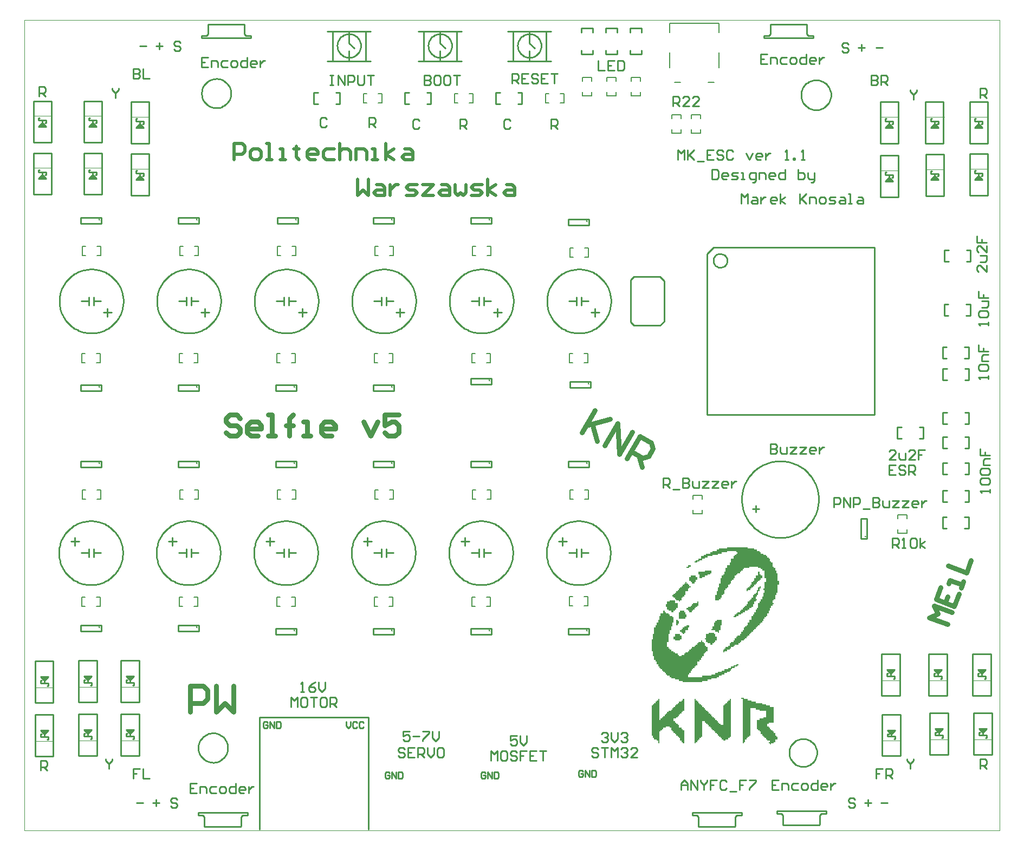
<source format=gto>
G04 Layer_Color=65535*
%FSAX25Y25*%
%MOIN*%
G70*
G01*
G75*
%ADD25C,0.00200*%
%ADD27C,0.01000*%
%ADD45C,0.01000*%
%ADD46C,0.00100*%
%ADD47C,0.00500*%
%ADD48C,0.00787*%
%ADD49C,0.03000*%
%ADD50C,0.02000*%
G36*
X0503400Y0220200D02*
X0504200D01*
Y0219400D01*
Y0218600D01*
Y0217800D01*
X0503400D01*
Y0217000D01*
X0500200D01*
Y0217800D01*
X0499400D01*
Y0218600D01*
Y0219400D01*
X0500200D01*
Y0220200D01*
Y0221000D01*
X0503400D01*
Y0220200D01*
D02*
G37*
G36*
X0524200Y0221000D02*
X0525000D01*
Y0220200D01*
Y0219400D01*
X0525800D01*
Y0218600D01*
Y0217800D01*
Y0217000D01*
X0525000D01*
Y0216200D01*
X0524200D01*
Y0215400D01*
X0523400D01*
Y0214600D01*
X0521800D01*
Y0215400D01*
X0520200D01*
Y0216200D01*
X0519400D01*
Y0217000D01*
Y0217800D01*
X0518600D01*
Y0218600D01*
X0519400D01*
Y0219400D01*
Y0220200D01*
Y0221000D01*
X0521000D01*
Y0221800D01*
X0524200D01*
Y0221000D01*
D02*
G37*
G36*
X0529000Y0229000D02*
Y0228200D01*
Y0227400D01*
Y0226600D01*
X0528200D01*
Y0225800D01*
Y0225000D01*
Y0224200D01*
Y0223400D01*
X0527400D01*
Y0222600D01*
Y0221800D01*
X0526600D01*
Y0222600D01*
X0525000D01*
Y0223400D01*
X0522600D01*
Y0224200D01*
X0523400D01*
Y0225000D01*
Y0225800D01*
X0524200D01*
Y0226600D01*
Y0227400D01*
Y0228200D01*
X0525000D01*
Y0229000D01*
X0525800D01*
Y0229800D01*
X0529000D01*
Y0229000D01*
D02*
G37*
G36*
X0509000Y0225800D02*
Y0225000D01*
X0508200D01*
Y0224200D01*
Y0223400D01*
X0506600D01*
Y0222600D01*
Y0221800D01*
X0505800D01*
Y0221000D01*
X0505000D01*
Y0221800D01*
X0504200D01*
Y0222600D01*
X0503400D01*
Y0223400D01*
X0504200D01*
Y0224200D01*
X0505000D01*
Y0225000D01*
X0505800D01*
Y0225800D01*
X0507400D01*
Y0226600D01*
X0509000D01*
Y0225800D01*
D02*
G37*
G36*
X0545000Y0273800D02*
X0549000D01*
Y0273000D01*
X0550600D01*
Y0272200D01*
X0552200D01*
Y0271400D01*
X0553000D01*
Y0270600D01*
X0554600D01*
Y0269800D01*
X0556200D01*
Y0269000D01*
X0557000D01*
Y0268200D01*
X0557800D01*
Y0267400D01*
X0558600D01*
Y0266600D01*
Y0265800D01*
X0559400D01*
Y0265000D01*
X0560200D01*
Y0264200D01*
Y0263400D01*
Y0262600D01*
X0561000D01*
Y0261800D01*
X0561800D01*
Y0261000D01*
Y0260200D01*
X0562600D01*
Y0259400D01*
Y0258600D01*
X0563400D01*
Y0257800D01*
Y0257000D01*
Y0256200D01*
Y0255400D01*
Y0254600D01*
Y0253800D01*
X0564200D01*
Y0253000D01*
Y0252200D01*
Y0251400D01*
X0563400D01*
Y0250600D01*
Y0249800D01*
Y0249000D01*
Y0248200D01*
Y0247400D01*
Y0246600D01*
X0562600D01*
Y0245800D01*
Y0245000D01*
X0561800D01*
Y0244200D01*
Y0243400D01*
Y0242600D01*
X0561000D01*
Y0241800D01*
X0560200D01*
Y0241000D01*
Y0240200D01*
X0561000D01*
Y0239400D01*
X0560200D01*
Y0238600D01*
X0559400D01*
Y0237800D01*
Y0237000D01*
X0558600D01*
Y0236200D01*
Y0235400D01*
X0557800D01*
Y0234600D01*
Y0233800D01*
X0557000D01*
Y0233000D01*
Y0232200D01*
X0556200D01*
Y0231400D01*
X0555400D01*
Y0230600D01*
X0554600D01*
Y0229800D01*
Y0229000D01*
X0553800D01*
Y0228200D01*
X0553000D01*
Y0227400D01*
X0552200D01*
Y0226600D01*
X0551400D01*
Y0225800D01*
X0550600D01*
Y0225000D01*
X0549800D01*
Y0224200D01*
X0549000D01*
Y0223400D01*
X0548200D01*
Y0222600D01*
X0547400D01*
Y0221800D01*
X0546600D01*
Y0221000D01*
X0545800D01*
Y0220200D01*
X0545000D01*
Y0219400D01*
X0544200D01*
Y0218600D01*
X0543400D01*
Y0217800D01*
X0542600D01*
Y0217000D01*
X0541000D01*
Y0216200D01*
X0540200D01*
Y0215400D01*
X0539400D01*
Y0214600D01*
X0537000D01*
Y0213800D01*
X0536200D01*
Y0213000D01*
X0534600D01*
Y0212200D01*
X0533800D01*
Y0211400D01*
X0532200D01*
Y0210600D01*
X0530600D01*
Y0209800D01*
X0529800D01*
Y0210600D01*
Y0211400D01*
X0530600D01*
Y0212200D01*
X0531400D01*
Y0213000D01*
X0533000D01*
Y0213800D01*
X0533800D01*
Y0214600D01*
Y0215400D01*
X0534600D01*
Y0216200D01*
X0536200D01*
Y0217000D01*
X0537000D01*
Y0217800D01*
Y0218600D01*
X0537800D01*
Y0219400D01*
X0538600D01*
Y0220200D01*
X0540200D01*
Y0221000D01*
X0541000D01*
Y0221800D01*
Y0222600D01*
X0541800D01*
Y0223400D01*
X0542600D01*
Y0224200D01*
Y0225000D01*
X0543400D01*
Y0225800D01*
X0544200D01*
Y0226600D01*
X0545000D01*
Y0227400D01*
Y0228200D01*
X0545800D01*
Y0229000D01*
Y0229800D01*
X0547400D01*
Y0230600D01*
Y0231400D01*
Y0232200D01*
X0548200D01*
Y0233000D01*
X0549000D01*
Y0233800D01*
Y0234600D01*
X0549800D01*
Y0235400D01*
Y0236200D01*
X0550600D01*
Y0237000D01*
X0551400D01*
Y0237800D01*
Y0238600D01*
Y0239400D01*
Y0240200D01*
X0552200D01*
Y0241000D01*
X0553000D01*
Y0241800D01*
Y0242600D01*
X0553800D01*
Y0243400D01*
Y0244200D01*
X0554600D01*
Y0245000D01*
Y0245800D01*
Y0246600D01*
X0555400D01*
Y0247400D01*
Y0248200D01*
X0554600D01*
Y0249000D01*
X0555400D01*
Y0249800D01*
Y0250600D01*
Y0251400D01*
Y0252200D01*
Y0253000D01*
X0556200D01*
Y0253800D01*
Y0254600D01*
Y0255400D01*
X0555400D01*
Y0256200D01*
Y0257000D01*
Y0257800D01*
Y0258600D01*
Y0259400D01*
Y0260200D01*
X0553800D01*
Y0261000D01*
X0553000D01*
Y0261800D01*
X0551400D01*
Y0262600D01*
X0545800D01*
Y0261800D01*
X0542600D01*
Y0261000D01*
X0541800D01*
Y0260200D01*
X0541000D01*
Y0259400D01*
X0540200D01*
Y0258600D01*
X0538600D01*
Y0257800D01*
X0537800D01*
Y0257000D01*
X0537000D01*
Y0256200D01*
Y0255400D01*
X0536200D01*
Y0254600D01*
X0535400D01*
Y0253800D01*
X0534600D01*
Y0253000D01*
Y0252200D01*
X0533800D01*
Y0251400D01*
X0533000D01*
Y0250600D01*
Y0249800D01*
X0532200D01*
Y0249000D01*
X0531400D01*
Y0248200D01*
X0530600D01*
Y0247400D01*
Y0246600D01*
Y0245800D01*
X0529800D01*
Y0245000D01*
X0529000D01*
Y0244200D01*
Y0243400D01*
X0528200D01*
Y0242600D01*
X0527400D01*
Y0241800D01*
X0525000D01*
Y0242600D01*
Y0243400D01*
Y0244200D01*
Y0245000D01*
X0525800D01*
Y0245800D01*
Y0246600D01*
Y0247400D01*
X0526600D01*
Y0248200D01*
Y0249000D01*
Y0249800D01*
X0527400D01*
Y0250600D01*
Y0251400D01*
Y0252200D01*
X0528200D01*
Y0253000D01*
Y0253800D01*
Y0254600D01*
Y0255400D01*
X0529000D01*
Y0256200D01*
Y0257000D01*
X0529800D01*
Y0257800D01*
X0530600D01*
Y0258600D01*
Y0259400D01*
X0531400D01*
Y0260200D01*
Y0261000D01*
Y0261800D01*
X0532200D01*
Y0262600D01*
Y0263400D01*
X0533800D01*
Y0264200D01*
Y0265000D01*
X0534600D01*
Y0265800D01*
Y0266600D01*
Y0267400D01*
X0536200D01*
Y0268200D01*
Y0269000D01*
X0537000D01*
Y0269800D01*
X0537800D01*
Y0270600D01*
X0538600D01*
Y0271400D01*
X0537800D01*
Y0272200D01*
X0532200D01*
Y0271400D01*
X0529000D01*
Y0270600D01*
X0526600D01*
Y0269800D01*
X0523400D01*
Y0269000D01*
X0520200D01*
Y0268200D01*
X0518600D01*
Y0267400D01*
X0517000D01*
Y0266600D01*
X0515400D01*
Y0265800D01*
X0513800D01*
Y0265000D01*
X0512200D01*
Y0265800D01*
X0513000D01*
Y0266600D01*
X0514600D01*
Y0267400D01*
X0516200D01*
Y0268200D01*
Y0269000D01*
X0517800D01*
Y0269800D01*
X0519400D01*
Y0270600D01*
X0521800D01*
Y0271400D01*
X0523400D01*
Y0272200D01*
X0525800D01*
Y0273000D01*
X0527400D01*
Y0273800D01*
X0532200D01*
Y0274600D01*
X0545000D01*
Y0273800D01*
D02*
G37*
G36*
X0534600Y0180200D02*
Y0179400D01*
Y0178600D01*
Y0177800D01*
Y0177000D01*
Y0176200D01*
Y0175400D01*
Y0174600D01*
Y0173800D01*
Y0173000D01*
Y0172200D01*
Y0171400D01*
Y0170600D01*
Y0169800D01*
Y0169000D01*
Y0168200D01*
Y0167400D01*
Y0166600D01*
Y0165800D01*
Y0165000D01*
Y0164200D01*
Y0163400D01*
Y0162600D01*
Y0161800D01*
Y0161000D01*
Y0160200D01*
Y0159400D01*
Y0158600D01*
Y0157800D01*
X0533800D01*
Y0157000D01*
X0533000D01*
Y0156200D01*
X0531400D01*
Y0155400D01*
X0529800D01*
Y0156200D01*
X0529000D01*
Y0157000D01*
X0528200D01*
Y0157800D01*
X0527400D01*
Y0158600D01*
X0526600D01*
Y0159400D01*
X0525800D01*
Y0160200D01*
X0525000D01*
Y0161000D01*
X0524200D01*
Y0161800D01*
X0523400D01*
Y0162600D01*
X0522600D01*
Y0163400D01*
X0521800D01*
Y0164200D01*
X0521000D01*
Y0165000D01*
X0520200D01*
Y0165800D01*
X0519400D01*
Y0166600D01*
X0518600D01*
Y0167400D01*
X0517000D01*
Y0166600D01*
Y0165800D01*
Y0165000D01*
Y0164200D01*
Y0163400D01*
Y0162600D01*
Y0161800D01*
Y0161000D01*
Y0160200D01*
Y0159400D01*
Y0158600D01*
Y0157800D01*
X0516200D01*
Y0157000D01*
X0515400D01*
Y0156200D01*
X0514600D01*
Y0155400D01*
X0513800D01*
Y0154600D01*
X0513000D01*
Y0153800D01*
X0512200D01*
Y0154600D01*
Y0155400D01*
Y0156200D01*
Y0157000D01*
Y0157800D01*
Y0158600D01*
Y0159400D01*
Y0160200D01*
Y0161000D01*
Y0161800D01*
Y0162600D01*
Y0163400D01*
Y0164200D01*
Y0165000D01*
Y0165800D01*
Y0166600D01*
Y0167400D01*
Y0168200D01*
Y0169000D01*
Y0169800D01*
Y0170600D01*
Y0171400D01*
Y0172200D01*
Y0173000D01*
Y0173800D01*
Y0174600D01*
Y0175400D01*
Y0176200D01*
Y0177000D01*
Y0177800D01*
Y0178600D01*
Y0179400D01*
Y0180200D01*
Y0181000D01*
X0513000D01*
Y0180200D01*
X0513800D01*
Y0179400D01*
X0514600D01*
Y0178600D01*
X0515400D01*
Y0177800D01*
X0516200D01*
Y0177000D01*
X0517000D01*
Y0176200D01*
X0517800D01*
Y0175400D01*
X0518600D01*
Y0174600D01*
X0519400D01*
Y0173800D01*
X0520200D01*
Y0173000D01*
X0521000D01*
Y0172200D01*
X0521800D01*
Y0171400D01*
X0522600D01*
Y0170600D01*
X0523400D01*
Y0169800D01*
X0524200D01*
Y0169000D01*
X0525000D01*
Y0168200D01*
X0525800D01*
Y0167400D01*
X0526600D01*
Y0166600D01*
X0527400D01*
Y0165800D01*
X0528200D01*
Y0165000D01*
X0529800D01*
Y0165800D01*
Y0166600D01*
Y0167400D01*
Y0168200D01*
Y0169000D01*
Y0169800D01*
Y0170600D01*
Y0171400D01*
Y0172200D01*
Y0173000D01*
Y0173800D01*
Y0174600D01*
Y0175400D01*
Y0176200D01*
Y0177000D01*
X0530600D01*
Y0177800D01*
X0531400D01*
Y0178600D01*
X0532200D01*
Y0179400D01*
X0533000D01*
Y0180200D01*
X0533800D01*
Y0181000D01*
X0534600D01*
Y0180200D01*
D02*
G37*
G36*
X0542600Y0181000D02*
X0545000D01*
Y0180200D01*
X0547400D01*
Y0179400D01*
X0549800D01*
Y0178600D01*
X0553800D01*
Y0177800D01*
X0556200D01*
Y0177000D01*
X0558600D01*
Y0176200D01*
X0561000D01*
Y0175400D01*
Y0174600D01*
Y0173800D01*
Y0173000D01*
Y0172200D01*
Y0171400D01*
Y0170600D01*
Y0169800D01*
Y0169000D01*
Y0168200D01*
Y0167400D01*
Y0166600D01*
X0557800D01*
Y0165800D01*
X0557000D01*
Y0165000D01*
Y0164200D01*
X0557800D01*
Y0163400D01*
X0558600D01*
Y0162600D01*
X0559400D01*
Y0161800D01*
X0560200D01*
Y0161000D01*
X0561000D01*
Y0160200D01*
X0561800D01*
Y0159400D01*
Y0158600D01*
X0562600D01*
Y0157800D01*
X0563400D01*
Y0157000D01*
Y0156200D01*
X0561800D01*
Y0155400D01*
Y0154600D01*
X0561000D01*
Y0153800D01*
X0559400D01*
Y0153000D01*
X0558600D01*
Y0153800D01*
X0557800D01*
Y0154600D01*
X0558600D01*
Y0155400D01*
X0557000D01*
Y0156200D01*
X0556200D01*
Y0157000D01*
X0555400D01*
Y0157800D01*
X0554600D01*
Y0158600D01*
X0553800D01*
Y0159400D01*
X0553000D01*
Y0160200D01*
Y0161000D01*
X0552200D01*
Y0161800D01*
X0551400D01*
Y0162600D01*
X0550600D01*
Y0163400D01*
Y0164200D01*
Y0165000D01*
Y0165800D01*
Y0166600D01*
Y0167400D01*
Y0168200D01*
X0552200D01*
Y0169000D01*
X0554600D01*
Y0169800D01*
X0556200D01*
Y0170600D01*
Y0171400D01*
Y0172200D01*
Y0173000D01*
Y0173800D01*
X0552200D01*
Y0174600D01*
X0549800D01*
Y0175400D01*
X0546600D01*
Y0174600D01*
Y0173800D01*
Y0173000D01*
Y0172200D01*
Y0171400D01*
Y0170600D01*
Y0169800D01*
Y0169000D01*
Y0168200D01*
Y0167400D01*
Y0166600D01*
Y0165800D01*
Y0165000D01*
Y0164200D01*
Y0163400D01*
Y0162600D01*
Y0161800D01*
Y0161000D01*
Y0160200D01*
Y0159400D01*
Y0158600D01*
X0545800D01*
Y0157800D01*
X0545000D01*
Y0157000D01*
X0544200D01*
Y0156200D01*
X0543400D01*
Y0155400D01*
Y0154600D01*
X0542600D01*
Y0153800D01*
X0541800D01*
Y0154600D01*
Y0155400D01*
Y0156200D01*
Y0157000D01*
Y0157800D01*
Y0158600D01*
Y0159400D01*
Y0160200D01*
Y0161000D01*
Y0161800D01*
Y0162600D01*
Y0163400D01*
Y0164200D01*
Y0165000D01*
Y0165800D01*
Y0166600D01*
Y0167400D01*
Y0168200D01*
Y0169000D01*
Y0169800D01*
Y0170600D01*
Y0171400D01*
Y0172200D01*
Y0173000D01*
Y0173800D01*
Y0174600D01*
Y0175400D01*
Y0176200D01*
Y0177000D01*
Y0177800D01*
Y0178600D01*
Y0179400D01*
Y0180200D01*
Y0181000D01*
X0541000D01*
Y0181800D01*
X0542600D01*
Y0181000D01*
D02*
G37*
G36*
X0493800Y0234600D02*
X0494600D01*
Y0233800D01*
X0496200D01*
Y0233000D01*
X0497000D01*
Y0232200D01*
X0498600D01*
Y0231400D01*
X0499400D01*
Y0230600D01*
Y0229800D01*
Y0229000D01*
Y0228200D01*
X0498600D01*
Y0227400D01*
Y0226600D01*
Y0225800D01*
X0497800D01*
Y0225000D01*
Y0224200D01*
Y0223400D01*
X0497000D01*
Y0222600D01*
Y0221800D01*
Y0221000D01*
X0496200D01*
Y0220200D01*
Y0219400D01*
Y0218600D01*
Y0217800D01*
Y0217000D01*
Y0216200D01*
X0495400D01*
Y0215400D01*
Y0214600D01*
Y0213800D01*
Y0213000D01*
X0496200D01*
Y0212200D01*
X0497000D01*
Y0211400D01*
X0497800D01*
Y0210600D01*
X0499400D01*
Y0209800D01*
X0500200D01*
Y0209000D01*
X0501800D01*
Y0208200D01*
X0502600D01*
Y0207400D01*
X0504200D01*
Y0208200D01*
X0505800D01*
Y0209000D01*
X0506600D01*
Y0209800D01*
X0508200D01*
Y0210600D01*
X0509000D01*
Y0211400D01*
X0509800D01*
Y0212200D01*
X0510600D01*
Y0213000D01*
X0512200D01*
Y0213800D01*
X0513000D01*
Y0214600D01*
X0513800D01*
Y0215400D01*
X0514600D01*
Y0216200D01*
X0516200D01*
Y0217000D01*
X0517000D01*
Y0216200D01*
X0517800D01*
Y0215400D01*
X0518600D01*
Y0214600D01*
Y0213800D01*
X0519400D01*
Y0213000D01*
X0520200D01*
Y0212200D01*
Y0211400D01*
Y0210600D01*
X0519400D01*
Y0209800D01*
X0518600D01*
Y0209000D01*
X0517800D01*
Y0208200D01*
Y0207400D01*
X0517000D01*
Y0206600D01*
X0516200D01*
Y0205800D01*
Y0205000D01*
X0515400D01*
Y0204200D01*
X0513800D01*
Y0203400D01*
Y0202600D01*
Y0201800D01*
X0513000D01*
Y0201000D01*
X0512200D01*
Y0200200D01*
X0511400D01*
Y0199400D01*
X0510600D01*
Y0198600D01*
X0509800D01*
Y0197800D01*
Y0197000D01*
X0509000D01*
Y0196200D01*
X0508200D01*
Y0195400D01*
Y0194600D01*
X0517000D01*
Y0195400D01*
X0522600D01*
Y0196200D01*
X0525000D01*
Y0197000D01*
X0526600D01*
Y0197800D01*
X0529000D01*
Y0198600D01*
X0530600D01*
Y0199400D01*
X0533000D01*
Y0200200D01*
X0534600D01*
Y0201000D01*
X0536200D01*
Y0201800D01*
X0537800D01*
Y0202600D01*
X0539400D01*
Y0201800D01*
X0538600D01*
Y0201000D01*
X0537000D01*
Y0200200D01*
X0535400D01*
Y0199400D01*
X0534600D01*
Y0198600D01*
X0533800D01*
Y0197800D01*
X0532200D01*
Y0197000D01*
X0530600D01*
Y0196200D01*
X0529000D01*
Y0195400D01*
X0527400D01*
Y0194600D01*
X0525800D01*
Y0193800D01*
X0522600D01*
Y0193000D01*
X0520200D01*
Y0192200D01*
X0517000D01*
Y0191400D01*
X0505000D01*
Y0192200D01*
X0502600D01*
Y0193000D01*
X0500200D01*
Y0193800D01*
X0497800D01*
Y0194600D01*
X0497000D01*
Y0195400D01*
X0495400D01*
Y0196200D01*
X0494600D01*
Y0197000D01*
X0493800D01*
Y0197800D01*
X0493000D01*
Y0198600D01*
X0492200D01*
Y0199400D01*
X0491400D01*
Y0200200D01*
X0490600D01*
Y0201000D01*
X0489800D01*
Y0201800D01*
Y0202600D01*
X0489000D01*
Y0203400D01*
Y0204200D01*
X0488200D01*
Y0205000D01*
X0487400D01*
Y0205800D01*
Y0206600D01*
Y0207400D01*
X0486600D01*
Y0208200D01*
Y0209000D01*
Y0209800D01*
Y0210600D01*
X0485800D01*
Y0211400D01*
Y0212200D01*
Y0213000D01*
Y0213800D01*
Y0214600D01*
Y0215400D01*
Y0216200D01*
Y0217000D01*
Y0217800D01*
X0486600D01*
Y0218600D01*
Y0219400D01*
Y0220200D01*
Y0221000D01*
X0487400D01*
Y0221800D01*
Y0222600D01*
Y0223400D01*
Y0224200D01*
Y0225000D01*
X0488200D01*
Y0225800D01*
Y0226600D01*
X0489000D01*
Y0227400D01*
Y0228200D01*
X0489800D01*
Y0229000D01*
Y0229800D01*
X0490600D01*
Y0230600D01*
Y0231400D01*
Y0232200D01*
X0491400D01*
Y0233000D01*
Y0233800D01*
X0493000D01*
Y0234600D01*
Y0235400D01*
X0493800D01*
Y0234600D01*
D02*
G37*
G36*
X0505800Y0180200D02*
Y0179400D01*
Y0178600D01*
Y0177800D01*
Y0177000D01*
Y0176200D01*
Y0175400D01*
Y0174600D01*
Y0173800D01*
X0505000D01*
Y0173000D01*
X0504200D01*
Y0172200D01*
X0503400D01*
Y0171400D01*
X0502600D01*
Y0170600D01*
X0501800D01*
Y0169800D01*
X0501000D01*
Y0169000D01*
X0499400D01*
Y0168200D01*
Y0167400D01*
X0500200D01*
Y0166600D01*
X0501000D01*
Y0165800D01*
X0501800D01*
Y0165000D01*
X0502600D01*
Y0164200D01*
Y0163400D01*
X0504200D01*
Y0162600D01*
X0505000D01*
Y0161800D01*
X0505800D01*
Y0161000D01*
Y0160200D01*
Y0159400D01*
Y0158600D01*
Y0157800D01*
Y0157000D01*
Y0156200D01*
Y0155400D01*
Y0154600D01*
Y0153800D01*
X0505000D01*
Y0154600D01*
X0504200D01*
Y0155400D01*
X0503400D01*
Y0156200D01*
Y0157000D01*
X0502600D01*
Y0157800D01*
X0501800D01*
Y0158600D01*
X0501000D01*
Y0159400D01*
X0500200D01*
Y0160200D01*
X0499400D01*
Y0161000D01*
X0498600D01*
Y0161800D01*
X0497800D01*
Y0162600D01*
Y0163400D01*
X0497000D01*
Y0164200D01*
X0494600D01*
Y0163400D01*
X0493000D01*
Y0162600D01*
X0492200D01*
Y0161800D01*
X0491400D01*
Y0161000D01*
X0490600D01*
Y0160200D01*
Y0159400D01*
Y0158600D01*
Y0157800D01*
Y0157000D01*
Y0156200D01*
Y0155400D01*
Y0154600D01*
Y0153800D01*
X0489800D01*
Y0154600D01*
Y0155400D01*
X0489000D01*
Y0156200D01*
X0487400D01*
Y0157000D01*
X0486600D01*
Y0157800D01*
Y0158600D01*
X0485800D01*
Y0159400D01*
Y0160200D01*
Y0161000D01*
Y0161800D01*
Y0162600D01*
Y0163400D01*
Y0164200D01*
Y0165000D01*
Y0165800D01*
Y0166600D01*
Y0167400D01*
Y0168200D01*
Y0169000D01*
Y0169800D01*
Y0170600D01*
Y0171400D01*
Y0172200D01*
Y0173000D01*
Y0173800D01*
Y0174600D01*
Y0175400D01*
Y0176200D01*
Y0177000D01*
X0486600D01*
Y0177800D01*
X0487400D01*
Y0178600D01*
X0488200D01*
Y0179400D01*
X0489000D01*
Y0180200D01*
X0489800D01*
Y0181000D01*
X0490600D01*
Y0180200D01*
Y0179400D01*
Y0178600D01*
Y0177800D01*
Y0177000D01*
Y0176200D01*
Y0175400D01*
Y0174600D01*
Y0173800D01*
Y0173000D01*
Y0172200D01*
Y0171400D01*
Y0170600D01*
Y0169800D01*
Y0169000D01*
Y0168200D01*
X0491400D01*
Y0169000D01*
X0492200D01*
Y0169800D01*
X0493000D01*
Y0170600D01*
X0493800D01*
Y0171400D01*
X0494600D01*
Y0172200D01*
X0495400D01*
Y0173000D01*
X0496200D01*
Y0173800D01*
X0497800D01*
Y0174600D01*
X0498600D01*
Y0175400D01*
X0499400D01*
Y0176200D01*
X0500200D01*
Y0177000D01*
X0501000D01*
Y0177800D01*
X0501800D01*
Y0178600D01*
X0502600D01*
Y0179400D01*
X0504200D01*
Y0180200D01*
X0505000D01*
Y0181000D01*
X0505800D01*
Y0180200D01*
D02*
G37*
G36*
X0501800Y0229000D02*
X0502600D01*
Y0228200D01*
Y0227400D01*
X0501800D01*
Y0226600D01*
X0501000D01*
Y0227400D01*
Y0228200D01*
Y0229000D01*
Y0229800D01*
X0501800D01*
Y0229000D01*
D02*
G37*
G36*
X0513000Y0256200D02*
X0513800D01*
Y0255400D01*
Y0254600D01*
X0513000D01*
Y0253800D01*
Y0253000D01*
X0512200D01*
Y0252200D01*
X0510600D01*
Y0253000D01*
X0509800D01*
Y0253800D01*
X0509000D01*
Y0254600D01*
Y0255400D01*
Y0256200D01*
X0509800D01*
Y0257000D01*
X0513000D01*
Y0256200D01*
D02*
G37*
G36*
X0552200Y0258600D02*
Y0257800D01*
X0553000D01*
Y0257000D01*
X0553800D01*
Y0256200D01*
Y0255400D01*
X0553000D01*
Y0254600D01*
X0552200D01*
Y0253800D01*
X0551400D01*
Y0253000D01*
X0550600D01*
Y0252200D01*
X0549800D01*
Y0251400D01*
X0549000D01*
Y0250600D01*
X0548200D01*
Y0249800D01*
X0547400D01*
Y0249000D01*
X0546600D01*
Y0248200D01*
X0545000D01*
Y0247400D01*
X0544200D01*
Y0248200D01*
Y0249000D01*
X0545000D01*
Y0249800D01*
X0545800D01*
Y0250600D01*
X0546600D01*
Y0251400D01*
X0547400D01*
Y0252200D01*
Y0253000D01*
X0548200D01*
Y0253800D01*
X0549000D01*
Y0254600D01*
Y0255400D01*
X0549800D01*
Y0256200D01*
Y0257000D01*
X0551400D01*
Y0257800D01*
Y0258600D01*
Y0259400D01*
X0552200D01*
Y0258600D01*
D02*
G37*
G36*
X0509800Y0262600D02*
X0509000D01*
Y0261800D01*
X0507400D01*
Y0262600D01*
X0508200D01*
Y0263400D01*
X0509800D01*
Y0262600D01*
D02*
G37*
G36*
X0522600Y0259400D02*
Y0258600D01*
X0521800D01*
Y0257800D01*
X0520200D01*
Y0257000D01*
X0518600D01*
Y0256200D01*
X0517000D01*
Y0255400D01*
X0515400D01*
Y0256200D01*
Y0257000D01*
Y0257800D01*
X0514600D01*
Y0258600D01*
Y0259400D01*
X0518600D01*
Y0260200D01*
X0522600D01*
Y0259400D01*
D02*
G37*
G36*
X0507400Y0252200D02*
X0508200D01*
Y0251400D01*
X0509000D01*
Y0250600D01*
X0509800D01*
Y0249800D01*
X0509000D01*
Y0249000D01*
X0508200D01*
Y0248200D01*
Y0247400D01*
X0506600D01*
Y0246600D01*
Y0245800D01*
Y0245000D01*
X0505800D01*
Y0244200D01*
X0505000D01*
Y0243400D01*
X0504200D01*
Y0242600D01*
Y0241800D01*
X0503400D01*
Y0241000D01*
X0502600D01*
Y0241800D01*
X0501000D01*
Y0242600D01*
X0500200D01*
Y0243400D01*
X0499400D01*
Y0244200D01*
X0498600D01*
Y0245000D01*
X0499400D01*
Y0245800D01*
X0500200D01*
Y0246600D01*
X0501000D01*
Y0247400D01*
X0501800D01*
Y0248200D01*
X0502600D01*
Y0249000D01*
X0503400D01*
Y0249800D01*
X0504200D01*
Y0250600D01*
X0505000D01*
Y0251400D01*
X0505800D01*
Y0252200D01*
X0506600D01*
Y0253000D01*
X0507400D01*
Y0252200D01*
D02*
G37*
G36*
X0553000Y0249800D02*
Y0249000D01*
X0552200D01*
Y0248200D01*
Y0247400D01*
X0551400D01*
Y0246600D01*
Y0245800D01*
Y0245000D01*
X0550600D01*
Y0244200D01*
X0549800D01*
Y0243400D01*
Y0242600D01*
X0550600D01*
Y0241800D01*
X0549800D01*
Y0241000D01*
X0549000D01*
Y0240200D01*
Y0239400D01*
X0548200D01*
Y0238600D01*
Y0237800D01*
X0547400D01*
Y0237000D01*
X0545800D01*
Y0236200D01*
X0545000D01*
Y0235400D01*
X0543400D01*
Y0234600D01*
X0541800D01*
Y0233800D01*
X0541000D01*
Y0233000D01*
X0539400D01*
Y0232200D01*
X0537800D01*
Y0231400D01*
X0536200D01*
Y0232200D01*
X0537000D01*
Y0233000D01*
X0537800D01*
Y0233800D01*
X0538600D01*
Y0234600D01*
X0540200D01*
Y0235400D01*
X0541000D01*
Y0236200D01*
X0541800D01*
Y0237000D01*
X0542600D01*
Y0237800D01*
X0543400D01*
Y0238600D01*
X0544200D01*
Y0239400D01*
X0545000D01*
Y0240200D01*
Y0241000D01*
X0545800D01*
Y0241800D01*
X0546600D01*
Y0242600D01*
X0547400D01*
Y0243400D01*
X0548200D01*
Y0244200D01*
Y0245000D01*
X0549000D01*
Y0245800D01*
X0549800D01*
Y0246600D01*
X0550600D01*
Y0247400D01*
Y0248200D01*
X0551400D01*
Y0249000D01*
Y0249800D01*
X0552200D01*
Y0250600D01*
X0553000D01*
Y0249800D01*
D02*
G37*
G36*
X0505800Y0234600D02*
X0506600D01*
Y0233800D01*
Y0233000D01*
X0507400D01*
Y0232200D01*
Y0231400D01*
X0506600D01*
Y0230600D01*
X0502600D01*
Y0231400D01*
Y0232200D01*
Y0233000D01*
Y0233800D01*
Y0234600D01*
X0503400D01*
Y0235400D01*
X0505800D01*
Y0234600D01*
D02*
G37*
G36*
X0514600Y0240200D02*
Y0239400D01*
Y0238600D01*
X0513800D01*
Y0237800D01*
X0513000D01*
Y0237000D01*
X0512200D01*
Y0236200D01*
X0511400D01*
Y0235400D01*
X0510600D01*
Y0234600D01*
X0509000D01*
Y0235400D01*
X0508200D01*
Y0236200D01*
X0507400D01*
Y0237000D01*
X0508200D01*
Y0237800D01*
X0509800D01*
Y0238600D01*
X0510600D01*
Y0239400D01*
X0511400D01*
Y0240200D01*
X0513800D01*
Y0241000D01*
X0514600D01*
Y0240200D01*
D02*
G37*
G36*
X0500200Y0241000D02*
Y0240200D01*
X0501800D01*
Y0239400D01*
Y0238600D01*
Y0237800D01*
Y0237000D01*
X0501000D01*
Y0236200D01*
X0500200D01*
Y0235400D01*
X0499400D01*
Y0234600D01*
X0497800D01*
Y0235400D01*
X0496200D01*
Y0236200D01*
X0495400D01*
Y0237000D01*
Y0237800D01*
X0494600D01*
Y0238600D01*
Y0239400D01*
X0495400D01*
Y0240200D01*
Y0241000D01*
X0497000D01*
Y0241800D01*
X0500200D01*
Y0241000D01*
D02*
G37*
D25*
X0386200Y0326300D02*
X0385600D01*
X0386200D01*
X0146200Y0476300D02*
X0145600D01*
X0146200D01*
X0447200Y0375300D02*
X0446600D01*
X0447200D01*
X0326200Y0326300D02*
X0325600D01*
X0326200D01*
X0267200Y0476300D02*
X0266600D01*
X0267200D01*
X0386200Y0377300D02*
X0385600D01*
X0386200D01*
X0266200Y0223300D02*
X0265600D01*
X0266200D01*
X0206200Y0476300D02*
X0205600D01*
X0206200D01*
X0326200Y0373300D02*
X0325600D01*
X0326200D01*
X0206200Y0225300D02*
X0205600D01*
X0206200D01*
X0146200Y0373300D02*
X0145600D01*
X0146200D01*
X0446200Y0475300D02*
X0445600D01*
X0446200D01*
X0146200Y0225300D02*
X0145600D01*
X0146200D01*
X0446200Y0223300D02*
X0445600D01*
X0446200D01*
X0386200Y0476300D02*
X0385600D01*
X0386200D01*
X0266200Y0326300D02*
X0265600D01*
X0266200D01*
X0326200Y0476300D02*
X0325600D01*
X0326200D01*
X0206200Y0326300D02*
X0205600D01*
X0206200D01*
X0326200Y0223300D02*
X0325600D01*
X0326200D01*
X0266200Y0373300D02*
X0265600D01*
X0266200D01*
X0146200Y0326300D02*
X0145600D01*
X0146200D01*
X0446200D02*
X0445600D01*
X0446200D01*
X0206200Y0373300D02*
X0205600D01*
X0206200D01*
X0617600Y0281100D02*
X0617000D01*
X0617600D01*
X0386200Y0223300D02*
X0385600D01*
X0386200D01*
X0106213Y0155157D02*
X0117613D01*
X0106213Y0188157D02*
X0117613D01*
X0136600Y0540000D02*
X0148000D01*
X0105600D02*
X0117000D01*
X0105600Y0508000D02*
X0117000D01*
X0136600D02*
X0148000D01*
X0165600Y0507445D02*
X0177000D01*
X0165600Y0539445D02*
X0177000D01*
X0654419Y0539449D02*
X0665819D01*
X0626600Y0539500D02*
X0638000D01*
X0626600Y0506500D02*
X0638000D01*
X0654600Y0507268D02*
X0666000D01*
X0681600Y0507500D02*
X0693000D01*
X0681600Y0539500D02*
X0693000D01*
X0682981Y0192386D02*
X0694381D01*
X0655981D02*
X0667381D01*
X0627000Y0192500D02*
X0638400D01*
X0683611Y0156115D02*
X0695011D01*
X0656709Y0156036D02*
X0668109D01*
X0627362Y0155307D02*
X0638762D01*
X0133000Y0155500D02*
X0144400D01*
X0133000Y0188500D02*
X0144400D01*
X0159000D02*
X0170400D01*
X0159000Y0155500D02*
X0170400D01*
D27*
X0417944Y0583339D02*
X0417877Y0584327D01*
X0417675Y0585297D01*
X0417344Y0586231D01*
X0416888Y0587111D01*
X0416316Y0587920D01*
X0415640Y0588644D01*
X0414871Y0589269D01*
X0414025Y0589784D01*
X0413116Y0590179D01*
X0412162Y0590446D01*
X0411180Y0590581D01*
X0410190D01*
X0409208Y0590446D01*
X0408254Y0590179D01*
X0407345Y0589784D01*
X0406499Y0589269D01*
X0405730Y0588644D01*
X0405054Y0587920D01*
X0404482Y0587111D01*
X0404027Y0586231D01*
X0403695Y0585297D01*
X0403493Y0584327D01*
X0403426Y0583339D01*
X0403493Y0582350D01*
X0403695Y0581380D01*
X0404027Y0580446D01*
X0404482Y0579567D01*
X0405054Y0578757D01*
X0405730Y0578033D01*
X0406499Y0577408D01*
X0407345Y0576893D01*
X0408254Y0576498D01*
X0409208Y0576231D01*
X0410190Y0576096D01*
X0411180D01*
X0412162Y0576231D01*
X0413116Y0576498D01*
X0414025Y0576893D01*
X0414871Y0577408D01*
X0415640Y0578033D01*
X0416316Y0578757D01*
X0416888Y0579567D01*
X0417344Y0580446D01*
X0417675Y0581380D01*
X0417877Y0582350D01*
X0417944Y0583339D01*
X0362945Y0583339D02*
X0362877Y0584327D01*
X0362675Y0585297D01*
X0362344Y0586231D01*
X0361888Y0587111D01*
X0361316Y0587920D01*
X0360640Y0588644D01*
X0359871Y0589269D01*
X0359025Y0589784D01*
X0358116Y0590179D01*
X0357162Y0590446D01*
X0356180Y0590581D01*
X0355190D01*
X0354208Y0590446D01*
X0353254Y0590179D01*
X0352345Y0589784D01*
X0351499Y0589269D01*
X0350730Y0588644D01*
X0350054Y0587920D01*
X0349482Y0587111D01*
X0349027Y0586231D01*
X0348695Y0585297D01*
X0348493Y0584327D01*
X0348426Y0583339D01*
X0348493Y0582350D01*
X0348695Y0581380D01*
X0349027Y0580446D01*
X0349482Y0579567D01*
X0350054Y0578757D01*
X0350730Y0578033D01*
X0351499Y0577408D01*
X0352345Y0576893D01*
X0353254Y0576498D01*
X0354208Y0576231D01*
X0355190Y0576096D01*
X0356180D01*
X0357162Y0576231D01*
X0358116Y0576498D01*
X0359025Y0576893D01*
X0359871Y0577408D01*
X0360640Y0578033D01*
X0361316Y0578757D01*
X0361888Y0579567D01*
X0362344Y0580446D01*
X0362675Y0581380D01*
X0362877Y0582350D01*
X0362945Y0583339D01*
X0306944Y0583339D02*
X0306877Y0584327D01*
X0306675Y0585297D01*
X0306344Y0586231D01*
X0305888Y0587111D01*
X0305316Y0587920D01*
X0304640Y0588644D01*
X0303871Y0589269D01*
X0303025Y0589784D01*
X0302116Y0590179D01*
X0301162Y0590446D01*
X0300180Y0590581D01*
X0299190D01*
X0298208Y0590446D01*
X0297254Y0590179D01*
X0296345Y0589784D01*
X0295499Y0589269D01*
X0294730Y0588644D01*
X0294054Y0587920D01*
X0293482Y0587111D01*
X0293027Y0586231D01*
X0292695Y0585297D01*
X0292493Y0584327D01*
X0292426Y0583339D01*
X0292493Y0582350D01*
X0292695Y0581380D01*
X0293027Y0580446D01*
X0293482Y0579567D01*
X0294054Y0578757D01*
X0294730Y0578033D01*
X0295499Y0577408D01*
X0296345Y0576893D01*
X0297254Y0576498D01*
X0298208Y0576231D01*
X0299190Y0576096D01*
X0300180D01*
X0301162Y0576231D01*
X0302116Y0576498D01*
X0303025Y0576893D01*
X0303871Y0577408D01*
X0304640Y0578033D01*
X0305316Y0578757D01*
X0305888Y0579567D01*
X0306344Y0580446D01*
X0306675Y0581380D01*
X0306877Y0582350D01*
X0306944Y0583339D01*
X0588583Y0304000D02*
X0588561Y0305003D01*
X0588498Y0306003D01*
X0588391Y0307000D01*
X0588243Y0307992D01*
X0588053Y0308977D01*
X0587820Y0309952D01*
X0587547Y0310917D01*
X0587233Y0311869D01*
X0586879Y0312808D01*
X0586486Y0313730D01*
X0586053Y0314635D01*
X0585583Y0315520D01*
X0585076Y0316385D01*
X0584532Y0317228D01*
X0583953Y0318046D01*
X0583339Y0318840D01*
X0582693Y0319606D01*
X0582015Y0320345D01*
X0581306Y0321054D01*
X0580567Y0321732D01*
X0579801Y0322379D01*
X0579007Y0322992D01*
X0578188Y0323571D01*
X0577346Y0324115D01*
X0576481Y0324622D01*
X0575595Y0325093D01*
X0574691Y0325525D01*
X0573768Y0325919D01*
X0572830Y0326273D01*
X0571878Y0326587D01*
X0570913Y0326860D01*
X0569937Y0327092D01*
X0568953Y0327282D01*
X0567961Y0327431D01*
X0566964Y0327537D01*
X0565963Y0327601D01*
X0564961Y0327622D01*
X0563958Y0327601D01*
X0562957Y0327537D01*
X0561960Y0327431D01*
X0560968Y0327282D01*
X0559984Y0327092D01*
X0559008Y0326860D01*
X0558043Y0326587D01*
X0557091Y0326273D01*
X0556153Y0325919D01*
X0555231Y0325525D01*
X0554326Y0325093D01*
X0553440Y0324622D01*
X0552575Y0324115D01*
X0551733Y0323571D01*
X0550914Y0322992D01*
X0550121Y0322379D01*
X0549354Y0321732D01*
X0548616Y0321054D01*
X0547906Y0320345D01*
X0547228Y0319606D01*
X0546582Y0318840D01*
X0545968Y0318046D01*
X0545390Y0317228D01*
X0544846Y0316385D01*
X0544338Y0315520D01*
X0543868Y0314635D01*
X0543435Y0313730D01*
X0543042Y0312808D01*
X0542688Y0311869D01*
X0542374Y0310917D01*
X0542101Y0309952D01*
X0541869Y0308977D01*
X0541678Y0307992D01*
X0541530Y0307000D01*
X0541424Y0306003D01*
X0541360Y0305002D01*
X0541339Y0304000D01*
X0541360Y0302997D01*
X0541424Y0301997D01*
X0541530Y0300999D01*
X0541678Y0300008D01*
X0541869Y0299023D01*
X0542101Y0298048D01*
X0542374Y0297083D01*
X0542688Y0296130D01*
X0543042Y0295192D01*
X0543436Y0294270D01*
X0543868Y0293365D01*
X0544338Y0292480D01*
X0544846Y0291615D01*
X0545390Y0290772D01*
X0545969Y0289953D01*
X0546582Y0289160D01*
X0547228Y0288393D01*
X0547907Y0287655D01*
X0548616Y0286946D01*
X0549354Y0286267D01*
X0550121Y0285621D01*
X0550914Y0285008D01*
X0551733Y0284429D01*
X0552575Y0283885D01*
X0553440Y0283378D01*
X0554326Y0282907D01*
X0555231Y0282475D01*
X0556153Y0282081D01*
X0557091Y0281727D01*
X0558044Y0281413D01*
X0559008Y0281140D01*
X0559984Y0280908D01*
X0560968Y0280718D01*
X0561960Y0280569D01*
X0562957Y0280463D01*
X0563958Y0280399D01*
X0564961Y0280378D01*
X0565963Y0280399D01*
X0566964Y0280463D01*
X0567961Y0280569D01*
X0568953Y0280718D01*
X0569937Y0280908D01*
X0570913Y0281140D01*
X0571878Y0281413D01*
X0572830Y0281727D01*
X0573768Y0282081D01*
X0574691Y0282475D01*
X0575595Y0282907D01*
X0576481Y0283378D01*
X0577346Y0283885D01*
X0578188Y0284429D01*
X0579007Y0285008D01*
X0579801Y0285621D01*
X0580567Y0286268D01*
X0581306Y0286946D01*
X0582015Y0287655D01*
X0582693Y0288394D01*
X0583340Y0289160D01*
X0583953Y0289954D01*
X0584532Y0290772D01*
X0585076Y0291615D01*
X0585583Y0292480D01*
X0586053Y0293365D01*
X0586486Y0294270D01*
X0586879Y0295192D01*
X0587233Y0296131D01*
X0587547Y0297083D01*
X0587820Y0298048D01*
X0588053Y0299023D01*
X0588243Y0300008D01*
X0588391Y0301000D01*
X0588498Y0301997D01*
X0588561Y0302997D01*
X0588583Y0304000D01*
X0532243Y0451000D02*
X0532128Y0451978D01*
X0531791Y0452904D01*
X0531250Y0453727D01*
X0530534Y0454403D01*
X0529680Y0454896D01*
X0528737Y0455178D01*
X0527753Y0455235D01*
X0526783Y0455064D01*
X0525879Y0454674D01*
X0525089Y0454086D01*
X0524455Y0453331D01*
X0524013Y0452451D01*
X0523786Y0451493D01*
Y0450507D01*
X0524013Y0449549D01*
X0524455Y0448669D01*
X0525089Y0447914D01*
X0525879Y0447326D01*
X0526783Y0446936D01*
X0527753Y0446765D01*
X0528737Y0446822D01*
X0529680Y0447104D01*
X0530534Y0447597D01*
X0531250Y0448273D01*
X0531791Y0449096D01*
X0532128Y0450022D01*
X0532243Y0451000D01*
X0340528Y0271000D02*
X0340502Y0271997D01*
X0340427Y0272991D01*
X0340301Y0273981D01*
X0340125Y0274963D01*
X0339899Y0275934D01*
X0339625Y0276893D01*
X0339302Y0277837D01*
X0338932Y0278763D01*
X0338516Y0279669D01*
X0338054Y0280553D01*
X0337548Y0281413D01*
X0336999Y0282245D01*
X0336409Y0283049D01*
X0335779Y0283822D01*
X0335110Y0284562D01*
X0334405Y0285268D01*
X0333665Y0285936D01*
X0332892Y0286566D01*
X0332088Y0287157D01*
X0331255Y0287706D01*
X0330396Y0288211D01*
X0329512Y0288673D01*
X0328605Y0289090D01*
X0327679Y0289460D01*
X0326735Y0289782D01*
X0325777Y0290057D01*
X0324805Y0290282D01*
X0323823Y0290458D01*
X0322834Y0290584D01*
X0321840Y0290660D01*
X0320843Y0290685D01*
X0319846Y0290660D01*
X0318851Y0290584D01*
X0317862Y0290458D01*
X0316880Y0290282D01*
X0315908Y0290057D01*
X0314949Y0289782D01*
X0314006Y0289460D01*
X0313080Y0289090D01*
X0312173Y0288673D01*
X0311289Y0288211D01*
X0310430Y0287706D01*
X0309597Y0287157D01*
X0308793Y0286566D01*
X0308020Y0285936D01*
X0307280Y0285268D01*
X0306575Y0284562D01*
X0305906Y0283822D01*
X0305276Y0283049D01*
X0304686Y0282245D01*
X0304137Y0281413D01*
X0303631Y0280553D01*
X0303169Y0279669D01*
X0302753Y0278763D01*
X0302383Y0277837D01*
X0302060Y0276893D01*
X0301786Y0275934D01*
X0301560Y0274962D01*
X0301384Y0273981D01*
X0301258Y0272991D01*
X0301183Y0271997D01*
X0301157Y0271000D01*
X0301183Y0270003D01*
X0301258Y0269008D01*
X0301384Y0268019D01*
X0301560Y0267037D01*
X0301786Y0266066D01*
X0302060Y0265107D01*
X0302383Y0264163D01*
X0302753Y0263237D01*
X0303169Y0262331D01*
X0303631Y0261447D01*
X0304137Y0260587D01*
X0304686Y0259754D01*
X0305276Y0258951D01*
X0305906Y0258178D01*
X0306575Y0257438D01*
X0307280Y0256732D01*
X0308020Y0256064D01*
X0308793Y0255434D01*
X0309597Y0254843D01*
X0310430Y0254294D01*
X0311289Y0253788D01*
X0312173Y0253327D01*
X0313080Y0252910D01*
X0314006Y0252540D01*
X0314950Y0252218D01*
X0315909Y0251943D01*
X0316880Y0251718D01*
X0317862Y0251542D01*
X0318851Y0251416D01*
X0319846Y0251340D01*
X0320843Y0251315D01*
X0321840Y0251340D01*
X0322834Y0251416D01*
X0323823Y0251542D01*
X0324805Y0251718D01*
X0325777Y0251943D01*
X0326736Y0252218D01*
X0327679Y0252540D01*
X0328606Y0252910D01*
X0329512Y0253327D01*
X0330396Y0253788D01*
X0331255Y0254294D01*
X0332088Y0254843D01*
X0332892Y0255434D01*
X0333665Y0256064D01*
X0334405Y0256733D01*
X0335110Y0257438D01*
X0335779Y0258178D01*
X0336409Y0258951D01*
X0336999Y0259755D01*
X0337548Y0260587D01*
X0338054Y0261447D01*
X0338516Y0262331D01*
X0338932Y0263237D01*
X0339302Y0264163D01*
X0339625Y0265107D01*
X0339899Y0266066D01*
X0340125Y0267038D01*
X0340301Y0268019D01*
X0340427Y0269009D01*
X0340502Y0270003D01*
X0340528Y0271000D01*
X0400528D02*
X0400502Y0271997D01*
X0400427Y0272991D01*
X0400301Y0273981D01*
X0400125Y0274963D01*
X0399899Y0275934D01*
X0399625Y0276893D01*
X0399302Y0277837D01*
X0398932Y0278763D01*
X0398516Y0279669D01*
X0398054Y0280553D01*
X0397548Y0281413D01*
X0396999Y0282245D01*
X0396409Y0283049D01*
X0395779Y0283822D01*
X0395110Y0284562D01*
X0394405Y0285268D01*
X0393665Y0285936D01*
X0392892Y0286566D01*
X0392088Y0287157D01*
X0391255Y0287706D01*
X0390396Y0288211D01*
X0389512Y0288673D01*
X0388605Y0289090D01*
X0387679Y0289460D01*
X0386736Y0289782D01*
X0385777Y0290057D01*
X0384805Y0290282D01*
X0383823Y0290458D01*
X0382834Y0290584D01*
X0381840Y0290660D01*
X0380842Y0290685D01*
X0379845Y0290660D01*
X0378851Y0290584D01*
X0377862Y0290458D01*
X0376880Y0290282D01*
X0375908Y0290057D01*
X0374950Y0289782D01*
X0374006Y0289460D01*
X0373080Y0289090D01*
X0372173Y0288673D01*
X0371289Y0288211D01*
X0370430Y0287706D01*
X0369597Y0287157D01*
X0368793Y0286566D01*
X0368020Y0285936D01*
X0367280Y0285268D01*
X0366575Y0284562D01*
X0365906Y0283822D01*
X0365276Y0283049D01*
X0364686Y0282245D01*
X0364137Y0281413D01*
X0363631Y0280553D01*
X0363169Y0279669D01*
X0362753Y0278763D01*
X0362383Y0277837D01*
X0362060Y0276893D01*
X0361786Y0275934D01*
X0361560Y0274962D01*
X0361385Y0273981D01*
X0361259Y0272991D01*
X0361183Y0271997D01*
X0361157Y0271000D01*
X0361183Y0270003D01*
X0361259Y0269008D01*
X0361385Y0268019D01*
X0361560Y0267037D01*
X0361786Y0266066D01*
X0362060Y0265107D01*
X0362383Y0264163D01*
X0362753Y0263237D01*
X0363169Y0262331D01*
X0363631Y0261447D01*
X0364137Y0260587D01*
X0364686Y0259754D01*
X0365276Y0258951D01*
X0365906Y0258178D01*
X0366575Y0257438D01*
X0367280Y0256732D01*
X0368020Y0256064D01*
X0368793Y0255434D01*
X0369597Y0254843D01*
X0370430Y0254294D01*
X0371289Y0253788D01*
X0372173Y0253327D01*
X0373080Y0252910D01*
X0374006Y0252540D01*
X0374950Y0252218D01*
X0375908Y0251943D01*
X0376880Y0251718D01*
X0377862Y0251542D01*
X0378851Y0251416D01*
X0379846Y0251340D01*
X0380843Y0251315D01*
X0381840Y0251340D01*
X0382834Y0251416D01*
X0383823Y0251542D01*
X0384805Y0251718D01*
X0385777Y0251943D01*
X0386736Y0252218D01*
X0387679Y0252540D01*
X0388605Y0252910D01*
X0389512Y0253327D01*
X0390396Y0253788D01*
X0391255Y0254294D01*
X0392088Y0254843D01*
X0392892Y0255434D01*
X0393665Y0256064D01*
X0394405Y0256733D01*
X0395110Y0257438D01*
X0395779Y0258178D01*
X0396409Y0258951D01*
X0396999Y0259755D01*
X0397548Y0260587D01*
X0398054Y0261447D01*
X0398516Y0262331D01*
X0398932Y0263237D01*
X0399302Y0264163D01*
X0399625Y0265107D01*
X0399899Y0266066D01*
X0400125Y0267038D01*
X0400301Y0268019D01*
X0400427Y0269009D01*
X0400502Y0270003D01*
X0400528Y0271000D01*
X0460528D02*
X0460502Y0271997D01*
X0460427Y0272991D01*
X0460301Y0273981D01*
X0460125Y0274963D01*
X0459899Y0275934D01*
X0459625Y0276893D01*
X0459302Y0277837D01*
X0458932Y0278763D01*
X0458516Y0279669D01*
X0458054Y0280553D01*
X0457548Y0281413D01*
X0456999Y0282245D01*
X0456409Y0283049D01*
X0455779Y0283822D01*
X0455110Y0284562D01*
X0454405Y0285268D01*
X0453665Y0285936D01*
X0452892Y0286566D01*
X0452088Y0287157D01*
X0451255Y0287706D01*
X0450396Y0288211D01*
X0449512Y0288673D01*
X0448605Y0289090D01*
X0447679Y0289460D01*
X0446735Y0289782D01*
X0445777Y0290057D01*
X0444805Y0290282D01*
X0443823Y0290458D01*
X0442834Y0290584D01*
X0441840Y0290660D01*
X0440842Y0290685D01*
X0439846Y0290660D01*
X0438851Y0290584D01*
X0437862Y0290458D01*
X0436880Y0290282D01*
X0435908Y0290057D01*
X0434949Y0289782D01*
X0434006Y0289460D01*
X0433080Y0289090D01*
X0432173Y0288673D01*
X0431289Y0288211D01*
X0430430Y0287706D01*
X0429597Y0287157D01*
X0428793Y0286566D01*
X0428020Y0285936D01*
X0427280Y0285268D01*
X0426575Y0284562D01*
X0425906Y0283822D01*
X0425276Y0283049D01*
X0424686Y0282245D01*
X0424137Y0281413D01*
X0423631Y0280553D01*
X0423169Y0279669D01*
X0422753Y0278763D01*
X0422383Y0277837D01*
X0422060Y0276893D01*
X0421786Y0275934D01*
X0421560Y0274962D01*
X0421384Y0273981D01*
X0421258Y0272991D01*
X0421183Y0271997D01*
X0421158Y0271000D01*
X0421183Y0270003D01*
X0421258Y0269008D01*
X0421384Y0268019D01*
X0421560Y0267037D01*
X0421786Y0266066D01*
X0422060Y0265107D01*
X0422383Y0264163D01*
X0422753Y0263237D01*
X0423169Y0262331D01*
X0423631Y0261447D01*
X0424137Y0260587D01*
X0424686Y0259754D01*
X0425276Y0258951D01*
X0425906Y0258178D01*
X0426575Y0257438D01*
X0427280Y0256732D01*
X0428020Y0256064D01*
X0428793Y0255434D01*
X0429597Y0254843D01*
X0430430Y0254294D01*
X0431289Y0253788D01*
X0432173Y0253327D01*
X0433080Y0252910D01*
X0434006Y0252540D01*
X0434950Y0252218D01*
X0435909Y0251943D01*
X0436880Y0251718D01*
X0437862Y0251542D01*
X0438851Y0251416D01*
X0439846Y0251340D01*
X0440843Y0251315D01*
X0441840Y0251340D01*
X0442834Y0251416D01*
X0443823Y0251542D01*
X0444805Y0251718D01*
X0445777Y0251943D01*
X0446736Y0252218D01*
X0447679Y0252540D01*
X0448605Y0252910D01*
X0449512Y0253327D01*
X0450396Y0253788D01*
X0451255Y0254294D01*
X0452088Y0254843D01*
X0452892Y0255434D01*
X0453665Y0256064D01*
X0454405Y0256733D01*
X0455110Y0257438D01*
X0455779Y0258178D01*
X0456409Y0258951D01*
X0456999Y0259755D01*
X0457548Y0260587D01*
X0458054Y0261447D01*
X0458516Y0262331D01*
X0458932Y0263237D01*
X0459302Y0264163D01*
X0459625Y0265107D01*
X0459899Y0266066D01*
X0460125Y0267038D01*
X0460301Y0268019D01*
X0460427Y0269009D01*
X0460502Y0270003D01*
X0460528Y0271000D01*
X0340843Y0426000D02*
X0340817Y0426997D01*
X0340741Y0427991D01*
X0340616Y0428981D01*
X0340440Y0429963D01*
X0340214Y0430934D01*
X0339940Y0431893D01*
X0339617Y0432837D01*
X0339247Y0433763D01*
X0338831Y0434669D01*
X0338369Y0435553D01*
X0337863Y0436413D01*
X0337314Y0437245D01*
X0336724Y0438049D01*
X0336094Y0438822D01*
X0335425Y0439562D01*
X0334720Y0440268D01*
X0333980Y0440936D01*
X0333207Y0441566D01*
X0332403Y0442157D01*
X0331570Y0442706D01*
X0330711Y0443212D01*
X0329827Y0443673D01*
X0328920Y0444090D01*
X0327994Y0444460D01*
X0327050Y0444782D01*
X0326092Y0445057D01*
X0325120Y0445282D01*
X0324138Y0445458D01*
X0323149Y0445584D01*
X0322154Y0445660D01*
X0321158Y0445685D01*
X0320160Y0445660D01*
X0319166Y0445584D01*
X0318177Y0445458D01*
X0317195Y0445282D01*
X0316223Y0445057D01*
X0315265Y0444782D01*
X0314321Y0444460D01*
X0313395Y0444090D01*
X0312488Y0443673D01*
X0311604Y0443212D01*
X0310745Y0442706D01*
X0309912Y0442157D01*
X0309108Y0441566D01*
X0308335Y0440936D01*
X0307595Y0440268D01*
X0306890Y0439562D01*
X0306221Y0438822D01*
X0305591Y0438049D01*
X0305001Y0437245D01*
X0304452Y0436413D01*
X0303946Y0435553D01*
X0303484Y0434669D01*
X0303068Y0433763D01*
X0302698Y0432837D01*
X0302375Y0431893D01*
X0302101Y0430934D01*
X0301875Y0429962D01*
X0301699Y0428981D01*
X0301573Y0427991D01*
X0301498Y0426997D01*
X0301472Y0426000D01*
X0301498Y0425003D01*
X0301573Y0424009D01*
X0301699Y0423019D01*
X0301875Y0422037D01*
X0302101Y0421066D01*
X0302375Y0420107D01*
X0302698Y0419163D01*
X0303068Y0418237D01*
X0303484Y0417331D01*
X0303946Y0416447D01*
X0304452Y0415587D01*
X0305001Y0414754D01*
X0305591Y0413951D01*
X0306221Y0413178D01*
X0306890Y0412438D01*
X0307595Y0411732D01*
X0308335Y0411064D01*
X0309108Y0410433D01*
X0309912Y0409843D01*
X0310745Y0409294D01*
X0311604Y0408788D01*
X0312488Y0408327D01*
X0313395Y0407910D01*
X0314321Y0407540D01*
X0315265Y0407218D01*
X0316223Y0406943D01*
X0317195Y0406718D01*
X0318177Y0406542D01*
X0319166Y0406416D01*
X0320161Y0406340D01*
X0321158Y0406315D01*
X0322155Y0406340D01*
X0323149Y0406416D01*
X0324138Y0406542D01*
X0325120Y0406718D01*
X0326092Y0406943D01*
X0327050Y0407218D01*
X0327994Y0407540D01*
X0328921Y0407910D01*
X0329827Y0408327D01*
X0330711Y0408788D01*
X0331570Y0409294D01*
X0332403Y0409843D01*
X0333207Y0410434D01*
X0333980Y0411064D01*
X0334720Y0411732D01*
X0335425Y0412438D01*
X0336094Y0413178D01*
X0336724Y0413951D01*
X0337314Y0414755D01*
X0337863Y0415587D01*
X0338369Y0416447D01*
X0338831Y0417331D01*
X0339247Y0418237D01*
X0339617Y0419163D01*
X0339940Y0420107D01*
X0340214Y0421066D01*
X0340440Y0422038D01*
X0340616Y0423019D01*
X0340741Y0424009D01*
X0340817Y0425003D01*
X0340843Y0426000D01*
X0400843D02*
X0400817Y0426997D01*
X0400741Y0427991D01*
X0400616Y0428981D01*
X0400440Y0429963D01*
X0400214Y0430934D01*
X0399940Y0431893D01*
X0399617Y0432837D01*
X0399247Y0433763D01*
X0398831Y0434669D01*
X0398369Y0435553D01*
X0397863Y0436413D01*
X0397314Y0437245D01*
X0396724Y0438049D01*
X0396094Y0438822D01*
X0395425Y0439562D01*
X0394720Y0440268D01*
X0393980Y0440936D01*
X0393207Y0441566D01*
X0392403Y0442157D01*
X0391570Y0442706D01*
X0390711Y0443212D01*
X0389827Y0443673D01*
X0388920Y0444090D01*
X0387994Y0444460D01*
X0387051Y0444782D01*
X0386092Y0445057D01*
X0385120Y0445282D01*
X0384138Y0445458D01*
X0383149Y0445584D01*
X0382154Y0445660D01*
X0381157Y0445685D01*
X0380160Y0445660D01*
X0379166Y0445584D01*
X0378177Y0445458D01*
X0377195Y0445282D01*
X0376223Y0445057D01*
X0375265Y0444782D01*
X0374321Y0444460D01*
X0373395Y0444090D01*
X0372488Y0443673D01*
X0371604Y0443212D01*
X0370745Y0442706D01*
X0369912Y0442157D01*
X0369108Y0441566D01*
X0368335Y0440936D01*
X0367595Y0440268D01*
X0366890Y0439562D01*
X0366221Y0438822D01*
X0365591Y0438049D01*
X0365001Y0437245D01*
X0364452Y0436413D01*
X0363946Y0435553D01*
X0363484Y0434669D01*
X0363068Y0433763D01*
X0362698Y0432837D01*
X0362375Y0431893D01*
X0362101Y0430934D01*
X0361875Y0429962D01*
X0361699Y0428981D01*
X0361573Y0427991D01*
X0361498Y0426997D01*
X0361472Y0426000D01*
X0361498Y0425003D01*
X0361573Y0424009D01*
X0361699Y0423019D01*
X0361875Y0422037D01*
X0362101Y0421066D01*
X0362375Y0420107D01*
X0362698Y0419163D01*
X0363068Y0418237D01*
X0363484Y0417331D01*
X0363946Y0416447D01*
X0364452Y0415587D01*
X0365001Y0414754D01*
X0365591Y0413951D01*
X0366221Y0413178D01*
X0366890Y0412438D01*
X0367595Y0411732D01*
X0368335Y0411064D01*
X0369108Y0410433D01*
X0369912Y0409843D01*
X0370745Y0409294D01*
X0371604Y0408788D01*
X0372488Y0408327D01*
X0373395Y0407910D01*
X0374321Y0407540D01*
X0375265Y0407218D01*
X0376223Y0406943D01*
X0377195Y0406718D01*
X0378177Y0406542D01*
X0379166Y0406416D01*
X0380160Y0406340D01*
X0381157Y0406315D01*
X0382155Y0406340D01*
X0383149Y0406416D01*
X0384138Y0406542D01*
X0385120Y0406718D01*
X0386092Y0406943D01*
X0387051Y0407218D01*
X0387994Y0407540D01*
X0388920Y0407910D01*
X0389827Y0408327D01*
X0390711Y0408788D01*
X0391570Y0409294D01*
X0392403Y0409843D01*
X0393207Y0410434D01*
X0393980Y0411064D01*
X0394720Y0411732D01*
X0395425Y0412438D01*
X0396094Y0413178D01*
X0396724Y0413951D01*
X0397314Y0414755D01*
X0397863Y0415587D01*
X0398369Y0416447D01*
X0398831Y0417331D01*
X0399247Y0418237D01*
X0399617Y0419163D01*
X0399940Y0420107D01*
X0400214Y0421066D01*
X0400440Y0422038D01*
X0400616Y0423019D01*
X0400741Y0424009D01*
X0400817Y0425003D01*
X0400843Y0426000D01*
X0460843D02*
X0460817Y0426997D01*
X0460742Y0427991D01*
X0460615Y0428981D01*
X0460440Y0429963D01*
X0460214Y0430934D01*
X0459940Y0431893D01*
X0459617Y0432837D01*
X0459247Y0433763D01*
X0458831Y0434669D01*
X0458369Y0435553D01*
X0457863Y0436413D01*
X0457314Y0437245D01*
X0456724Y0438049D01*
X0456094Y0438822D01*
X0455425Y0439562D01*
X0454720Y0440268D01*
X0453980Y0440936D01*
X0453207Y0441566D01*
X0452403Y0442157D01*
X0451570Y0442706D01*
X0450711Y0443212D01*
X0449827Y0443673D01*
X0448920Y0444090D01*
X0447994Y0444460D01*
X0447051Y0444782D01*
X0446092Y0445057D01*
X0445120Y0445282D01*
X0444138Y0445458D01*
X0443149Y0445584D01*
X0442155Y0445660D01*
X0441157Y0445685D01*
X0440160Y0445660D01*
X0439166Y0445584D01*
X0438177Y0445458D01*
X0437195Y0445282D01*
X0436223Y0445057D01*
X0435264Y0444782D01*
X0434321Y0444460D01*
X0433395Y0444090D01*
X0432488Y0443673D01*
X0431604Y0443212D01*
X0430745Y0442706D01*
X0429912Y0442157D01*
X0429108Y0441566D01*
X0428335Y0440936D01*
X0427595Y0440268D01*
X0426890Y0439562D01*
X0426221Y0438822D01*
X0425591Y0438049D01*
X0425001Y0437245D01*
X0424452Y0436413D01*
X0423946Y0435553D01*
X0423484Y0434669D01*
X0423068Y0433763D01*
X0422698Y0432837D01*
X0422375Y0431893D01*
X0422101Y0430934D01*
X0421875Y0429962D01*
X0421699Y0428981D01*
X0421573Y0427991D01*
X0421498Y0426997D01*
X0421472Y0426000D01*
X0421498Y0425003D01*
X0421573Y0424009D01*
X0421699Y0423019D01*
X0421875Y0422037D01*
X0422101Y0421066D01*
X0422375Y0420107D01*
X0422698Y0419163D01*
X0423068Y0418237D01*
X0423484Y0417331D01*
X0423946Y0416447D01*
X0424452Y0415587D01*
X0425001Y0414754D01*
X0425591Y0413951D01*
X0426221Y0413178D01*
X0426890Y0412438D01*
X0427595Y0411732D01*
X0428335Y0411064D01*
X0429108Y0410433D01*
X0429912Y0409843D01*
X0430745Y0409294D01*
X0431604Y0408788D01*
X0432488Y0408327D01*
X0433395Y0407910D01*
X0434321Y0407540D01*
X0435265Y0407218D01*
X0436223Y0406943D01*
X0437195Y0406718D01*
X0438177Y0406542D01*
X0439166Y0406416D01*
X0440161Y0406340D01*
X0441157Y0406315D01*
X0442155Y0406340D01*
X0443149Y0406416D01*
X0444138Y0406542D01*
X0445120Y0406718D01*
X0446092Y0406943D01*
X0447051Y0407218D01*
X0447994Y0407540D01*
X0448920Y0407910D01*
X0449827Y0408327D01*
X0450711Y0408788D01*
X0451570Y0409294D01*
X0452403Y0409843D01*
X0453207Y0410434D01*
X0453980Y0411064D01*
X0454720Y0411732D01*
X0455425Y0412438D01*
X0456094Y0413178D01*
X0456724Y0413951D01*
X0457314Y0414755D01*
X0457863Y0415587D01*
X0458369Y0416447D01*
X0458831Y0417331D01*
X0459247Y0418237D01*
X0459617Y0419163D01*
X0459940Y0420107D01*
X0460214Y0421066D01*
X0460440Y0422038D01*
X0460615Y0423019D01*
X0460742Y0424009D01*
X0460817Y0425003D01*
X0460843Y0426000D01*
X0160528Y0271000D02*
X0160502Y0271997D01*
X0160427Y0272991D01*
X0160301Y0273981D01*
X0160125Y0274963D01*
X0159899Y0275934D01*
X0159625Y0276893D01*
X0159302Y0277837D01*
X0158932Y0278763D01*
X0158516Y0279669D01*
X0158054Y0280553D01*
X0157548Y0281413D01*
X0156999Y0282245D01*
X0156409Y0283049D01*
X0155779Y0283822D01*
X0155110Y0284562D01*
X0154405Y0285268D01*
X0153665Y0285936D01*
X0152892Y0286566D01*
X0152088Y0287157D01*
X0151255Y0287706D01*
X0150396Y0288211D01*
X0149512Y0288673D01*
X0148605Y0289090D01*
X0147679Y0289460D01*
X0146736Y0289782D01*
X0145777Y0290057D01*
X0144805Y0290282D01*
X0143823Y0290458D01*
X0142834Y0290584D01*
X0141840Y0290660D01*
X0140842Y0290685D01*
X0139846Y0290660D01*
X0138851Y0290584D01*
X0137862Y0290458D01*
X0136880Y0290282D01*
X0135908Y0290057D01*
X0134950Y0289782D01*
X0134006Y0289460D01*
X0133080Y0289090D01*
X0132173Y0288673D01*
X0131289Y0288211D01*
X0130430Y0287706D01*
X0129597Y0287157D01*
X0128793Y0286566D01*
X0128020Y0285936D01*
X0127280Y0285268D01*
X0126575Y0284562D01*
X0125906Y0283822D01*
X0125276Y0283049D01*
X0124686Y0282245D01*
X0124137Y0281413D01*
X0123631Y0280553D01*
X0123169Y0279669D01*
X0122753Y0278763D01*
X0122383Y0277837D01*
X0122060Y0276893D01*
X0121786Y0275934D01*
X0121560Y0274962D01*
X0121385Y0273981D01*
X0121258Y0272991D01*
X0121183Y0271997D01*
X0121158Y0271000D01*
X0121183Y0270003D01*
X0121258Y0269008D01*
X0121385Y0268019D01*
X0121560Y0267037D01*
X0121786Y0266066D01*
X0122060Y0265107D01*
X0122383Y0264163D01*
X0122753Y0263237D01*
X0123169Y0262331D01*
X0123631Y0261447D01*
X0124137Y0260587D01*
X0124686Y0259754D01*
X0125276Y0258951D01*
X0125906Y0258178D01*
X0126575Y0257438D01*
X0127280Y0256732D01*
X0128020Y0256064D01*
X0128793Y0255434D01*
X0129597Y0254843D01*
X0130430Y0254294D01*
X0131289Y0253788D01*
X0132173Y0253327D01*
X0133080Y0252910D01*
X0134006Y0252540D01*
X0134950Y0252218D01*
X0135908Y0251943D01*
X0136880Y0251718D01*
X0137862Y0251542D01*
X0138851Y0251416D01*
X0139846Y0251340D01*
X0140843Y0251315D01*
X0141840Y0251340D01*
X0142834Y0251416D01*
X0143824Y0251542D01*
X0144805Y0251718D01*
X0145777Y0251943D01*
X0146736Y0252218D01*
X0147679Y0252540D01*
X0148606Y0252910D01*
X0149512Y0253327D01*
X0150396Y0253788D01*
X0151255Y0254294D01*
X0152088Y0254843D01*
X0152892Y0255434D01*
X0153665Y0256064D01*
X0154405Y0256733D01*
X0155110Y0257438D01*
X0155779Y0258178D01*
X0156409Y0258951D01*
X0156999Y0259755D01*
X0157548Y0260587D01*
X0158054Y0261447D01*
X0158516Y0262331D01*
X0158932Y0263237D01*
X0159302Y0264163D01*
X0159625Y0265107D01*
X0159899Y0266066D01*
X0160125Y0267038D01*
X0160301Y0268019D01*
X0160427Y0269009D01*
X0160502Y0270003D01*
X0160528Y0271000D01*
X0220528D02*
X0220502Y0271997D01*
X0220427Y0272991D01*
X0220301Y0273981D01*
X0220125Y0274963D01*
X0219899Y0275934D01*
X0219625Y0276893D01*
X0219302Y0277837D01*
X0218932Y0278763D01*
X0218516Y0279669D01*
X0218054Y0280553D01*
X0217548Y0281413D01*
X0216999Y0282245D01*
X0216409Y0283049D01*
X0215779Y0283822D01*
X0215110Y0284562D01*
X0214405Y0285268D01*
X0213665Y0285936D01*
X0212892Y0286566D01*
X0212088Y0287157D01*
X0211255Y0287706D01*
X0210396Y0288211D01*
X0209512Y0288673D01*
X0208605Y0289090D01*
X0207679Y0289460D01*
X0206735Y0289782D01*
X0205777Y0290057D01*
X0204805Y0290282D01*
X0203823Y0290458D01*
X0202834Y0290584D01*
X0201840Y0290660D01*
X0200842Y0290685D01*
X0199846Y0290660D01*
X0198851Y0290584D01*
X0197862Y0290458D01*
X0196880Y0290282D01*
X0195908Y0290057D01*
X0194949Y0289782D01*
X0194006Y0289460D01*
X0193080Y0289090D01*
X0192173Y0288673D01*
X0191289Y0288211D01*
X0190430Y0287706D01*
X0189597Y0287157D01*
X0188793Y0286566D01*
X0188020Y0285936D01*
X0187280Y0285268D01*
X0186575Y0284562D01*
X0185906Y0283822D01*
X0185276Y0283049D01*
X0184686Y0282245D01*
X0184137Y0281413D01*
X0183631Y0280553D01*
X0183169Y0279669D01*
X0182753Y0278763D01*
X0182383Y0277837D01*
X0182060Y0276893D01*
X0181786Y0275934D01*
X0181560Y0274962D01*
X0181385Y0273981D01*
X0181258Y0272991D01*
X0181183Y0271997D01*
X0181158Y0271000D01*
X0181183Y0270003D01*
X0181258Y0269008D01*
X0181385Y0268019D01*
X0181560Y0267037D01*
X0181786Y0266066D01*
X0182060Y0265107D01*
X0182383Y0264163D01*
X0182753Y0263237D01*
X0183169Y0262331D01*
X0183631Y0261447D01*
X0184137Y0260587D01*
X0184686Y0259754D01*
X0185276Y0258951D01*
X0185906Y0258178D01*
X0186575Y0257438D01*
X0187280Y0256732D01*
X0188020Y0256064D01*
X0188793Y0255434D01*
X0189597Y0254843D01*
X0190430Y0254294D01*
X0191289Y0253788D01*
X0192173Y0253327D01*
X0193080Y0252910D01*
X0194006Y0252540D01*
X0194950Y0252218D01*
X0195908Y0251943D01*
X0196880Y0251718D01*
X0197862Y0251542D01*
X0198851Y0251416D01*
X0199846Y0251340D01*
X0200843Y0251315D01*
X0201840Y0251340D01*
X0202834Y0251416D01*
X0203823Y0251542D01*
X0204805Y0251718D01*
X0205777Y0251943D01*
X0206736Y0252218D01*
X0207679Y0252540D01*
X0208606Y0252910D01*
X0209512Y0253327D01*
X0210396Y0253788D01*
X0211255Y0254294D01*
X0212088Y0254843D01*
X0212892Y0255434D01*
X0213665Y0256064D01*
X0214405Y0256733D01*
X0215110Y0257438D01*
X0215779Y0258178D01*
X0216409Y0258951D01*
X0216999Y0259755D01*
X0217548Y0260587D01*
X0218054Y0261447D01*
X0218516Y0262331D01*
X0218932Y0263237D01*
X0219302Y0264163D01*
X0219625Y0265107D01*
X0219899Y0266066D01*
X0220125Y0267038D01*
X0220301Y0268019D01*
X0220427Y0269009D01*
X0220502Y0270003D01*
X0220528Y0271000D01*
X0280528D02*
X0280502Y0271997D01*
X0280427Y0272991D01*
X0280301Y0273981D01*
X0280125Y0274963D01*
X0279899Y0275934D01*
X0279625Y0276893D01*
X0279302Y0277837D01*
X0278932Y0278763D01*
X0278516Y0279669D01*
X0278054Y0280553D01*
X0277548Y0281413D01*
X0276999Y0282245D01*
X0276409Y0283049D01*
X0275779Y0283822D01*
X0275110Y0284562D01*
X0274405Y0285268D01*
X0273665Y0285936D01*
X0272892Y0286566D01*
X0272088Y0287157D01*
X0271255Y0287706D01*
X0270396Y0288211D01*
X0269512Y0288673D01*
X0268605Y0289090D01*
X0267679Y0289460D01*
X0266736Y0289782D01*
X0265777Y0290057D01*
X0264805Y0290282D01*
X0263823Y0290458D01*
X0262834Y0290584D01*
X0261840Y0290660D01*
X0260842Y0290685D01*
X0259845Y0290660D01*
X0258851Y0290584D01*
X0257862Y0290458D01*
X0256880Y0290282D01*
X0255908Y0290057D01*
X0254949Y0289782D01*
X0254006Y0289460D01*
X0253080Y0289090D01*
X0252173Y0288673D01*
X0251289Y0288211D01*
X0250430Y0287706D01*
X0249597Y0287157D01*
X0248793Y0286566D01*
X0248020Y0285936D01*
X0247280Y0285268D01*
X0246575Y0284562D01*
X0245906Y0283822D01*
X0245276Y0283049D01*
X0244686Y0282245D01*
X0244137Y0281413D01*
X0243631Y0280553D01*
X0243169Y0279669D01*
X0242753Y0278763D01*
X0242383Y0277837D01*
X0242060Y0276893D01*
X0241786Y0275934D01*
X0241560Y0274962D01*
X0241385Y0273981D01*
X0241259Y0272991D01*
X0241183Y0271997D01*
X0241158Y0271000D01*
X0241183Y0270003D01*
X0241259Y0269008D01*
X0241385Y0268019D01*
X0241560Y0267037D01*
X0241786Y0266066D01*
X0242060Y0265107D01*
X0242383Y0264163D01*
X0242753Y0263237D01*
X0243169Y0262331D01*
X0243631Y0261447D01*
X0244137Y0260587D01*
X0244686Y0259754D01*
X0245276Y0258951D01*
X0245906Y0258178D01*
X0246575Y0257438D01*
X0247280Y0256732D01*
X0248020Y0256064D01*
X0248793Y0255434D01*
X0249597Y0254843D01*
X0250430Y0254294D01*
X0251289Y0253788D01*
X0252173Y0253327D01*
X0253080Y0252910D01*
X0254006Y0252540D01*
X0254950Y0252218D01*
X0255908Y0251943D01*
X0256880Y0251718D01*
X0257862Y0251542D01*
X0258851Y0251416D01*
X0259846Y0251340D01*
X0260843Y0251315D01*
X0261840Y0251340D01*
X0262834Y0251416D01*
X0263824Y0251542D01*
X0264805Y0251718D01*
X0265777Y0251943D01*
X0266736Y0252218D01*
X0267679Y0252540D01*
X0268605Y0252910D01*
X0269512Y0253327D01*
X0270396Y0253788D01*
X0271255Y0254294D01*
X0272088Y0254843D01*
X0272892Y0255434D01*
X0273665Y0256064D01*
X0274405Y0256733D01*
X0275110Y0257438D01*
X0275779Y0258178D01*
X0276409Y0258951D01*
X0276999Y0259755D01*
X0277548Y0260587D01*
X0278054Y0261447D01*
X0278516Y0262331D01*
X0278932Y0263237D01*
X0279302Y0264163D01*
X0279625Y0265107D01*
X0279899Y0266066D01*
X0280125Y0267038D01*
X0280301Y0268019D01*
X0280427Y0269009D01*
X0280502Y0270003D01*
X0280528Y0271000D01*
X0160843Y0426000D02*
X0160817Y0426997D01*
X0160741Y0427991D01*
X0160616Y0428981D01*
X0160440Y0429963D01*
X0160214Y0430934D01*
X0159940Y0431893D01*
X0159617Y0432837D01*
X0159247Y0433763D01*
X0158831Y0434669D01*
X0158369Y0435553D01*
X0157863Y0436413D01*
X0157314Y0437245D01*
X0156724Y0438049D01*
X0156094Y0438822D01*
X0155425Y0439562D01*
X0154720Y0440268D01*
X0153980Y0440936D01*
X0153207Y0441566D01*
X0152403Y0442157D01*
X0151570Y0442706D01*
X0150711Y0443212D01*
X0149827Y0443673D01*
X0148920Y0444090D01*
X0147994Y0444460D01*
X0147050Y0444782D01*
X0146092Y0445057D01*
X0145120Y0445282D01*
X0144138Y0445458D01*
X0143149Y0445584D01*
X0142155Y0445660D01*
X0141157Y0445685D01*
X0140160Y0445660D01*
X0139166Y0445584D01*
X0138177Y0445458D01*
X0137195Y0445282D01*
X0136223Y0445057D01*
X0135265Y0444782D01*
X0134321Y0444460D01*
X0133395Y0444090D01*
X0132488Y0443673D01*
X0131604Y0443212D01*
X0130745Y0442706D01*
X0129912Y0442157D01*
X0129108Y0441566D01*
X0128335Y0440936D01*
X0127595Y0440268D01*
X0126890Y0439562D01*
X0126221Y0438822D01*
X0125591Y0438049D01*
X0125001Y0437245D01*
X0124452Y0436413D01*
X0123946Y0435553D01*
X0123484Y0434669D01*
X0123068Y0433763D01*
X0122698Y0432837D01*
X0122375Y0431893D01*
X0122101Y0430934D01*
X0121875Y0429962D01*
X0121699Y0428981D01*
X0121573Y0427991D01*
X0121498Y0426997D01*
X0121472Y0426000D01*
X0121498Y0425003D01*
X0121573Y0424009D01*
X0121700Y0423019D01*
X0121875Y0422037D01*
X0122101Y0421066D01*
X0122375Y0420107D01*
X0122698Y0419163D01*
X0123068Y0418237D01*
X0123484Y0417331D01*
X0123946Y0416447D01*
X0124452Y0415587D01*
X0125001Y0414754D01*
X0125591Y0413951D01*
X0126221Y0413178D01*
X0126890Y0412438D01*
X0127595Y0411732D01*
X0128335Y0411064D01*
X0129108Y0410433D01*
X0129912Y0409843D01*
X0130745Y0409294D01*
X0131604Y0408788D01*
X0132488Y0408327D01*
X0133395Y0407910D01*
X0134321Y0407540D01*
X0135265Y0407218D01*
X0136223Y0406943D01*
X0137195Y0406718D01*
X0138177Y0406542D01*
X0139166Y0406416D01*
X0140161Y0406340D01*
X0141157Y0406315D01*
X0142155Y0406340D01*
X0143149Y0406416D01*
X0144138Y0406542D01*
X0145120Y0406718D01*
X0146092Y0406943D01*
X0147050Y0407218D01*
X0147994Y0407540D01*
X0148921Y0407910D01*
X0149827Y0408327D01*
X0150711Y0408788D01*
X0151570Y0409294D01*
X0152403Y0409843D01*
X0153207Y0410434D01*
X0153980Y0411064D01*
X0154720Y0411732D01*
X0155425Y0412438D01*
X0156094Y0413178D01*
X0156724Y0413951D01*
X0157314Y0414755D01*
X0157863Y0415587D01*
X0158369Y0416447D01*
X0158831Y0417331D01*
X0159247Y0418237D01*
X0159617Y0419163D01*
X0159940Y0420107D01*
X0160214Y0421066D01*
X0160440Y0422038D01*
X0160616Y0423019D01*
X0160741Y0424009D01*
X0160817Y0425003D01*
X0160843Y0426000D01*
X0220843D02*
X0220817Y0426997D01*
X0220742Y0427991D01*
X0220616Y0428981D01*
X0220440Y0429963D01*
X0220214Y0430934D01*
X0219940Y0431893D01*
X0219617Y0432837D01*
X0219247Y0433763D01*
X0218831Y0434669D01*
X0218369Y0435553D01*
X0217863Y0436413D01*
X0217314Y0437245D01*
X0216724Y0438049D01*
X0216094Y0438822D01*
X0215425Y0439562D01*
X0214720Y0440268D01*
X0213980Y0440936D01*
X0213207Y0441566D01*
X0212403Y0442157D01*
X0211570Y0442706D01*
X0210711Y0443212D01*
X0209827Y0443673D01*
X0208920Y0444090D01*
X0207994Y0444460D01*
X0207050Y0444782D01*
X0206092Y0445057D01*
X0205120Y0445282D01*
X0204138Y0445458D01*
X0203149Y0445584D01*
X0202154Y0445660D01*
X0201157Y0445685D01*
X0200160Y0445660D01*
X0199166Y0445584D01*
X0198177Y0445458D01*
X0197195Y0445282D01*
X0196223Y0445057D01*
X0195264Y0444782D01*
X0194321Y0444460D01*
X0193395Y0444090D01*
X0192488Y0443673D01*
X0191604Y0443212D01*
X0190745Y0442706D01*
X0189912Y0442157D01*
X0189108Y0441566D01*
X0188335Y0440936D01*
X0187595Y0440268D01*
X0186890Y0439562D01*
X0186221Y0438822D01*
X0185591Y0438049D01*
X0185001Y0437245D01*
X0184452Y0436413D01*
X0183946Y0435553D01*
X0183484Y0434669D01*
X0183068Y0433763D01*
X0182698Y0432837D01*
X0182375Y0431893D01*
X0182101Y0430934D01*
X0181875Y0429962D01*
X0181699Y0428981D01*
X0181573Y0427991D01*
X0181498Y0426997D01*
X0181472Y0426000D01*
X0181498Y0425003D01*
X0181573Y0424009D01*
X0181700Y0423019D01*
X0181875Y0422037D01*
X0182101Y0421066D01*
X0182375Y0420107D01*
X0182698Y0419163D01*
X0183068Y0418237D01*
X0183484Y0417331D01*
X0183946Y0416447D01*
X0184452Y0415587D01*
X0185001Y0414754D01*
X0185591Y0413951D01*
X0186221Y0413178D01*
X0186890Y0412438D01*
X0187595Y0411732D01*
X0188335Y0411064D01*
X0189108Y0410433D01*
X0189912Y0409843D01*
X0190745Y0409294D01*
X0191604Y0408788D01*
X0192488Y0408327D01*
X0193395Y0407910D01*
X0194321Y0407540D01*
X0195265Y0407218D01*
X0196223Y0406943D01*
X0197195Y0406718D01*
X0198177Y0406542D01*
X0199166Y0406416D01*
X0200161Y0406340D01*
X0201157Y0406315D01*
X0202155Y0406340D01*
X0203149Y0406416D01*
X0204138Y0406542D01*
X0205120Y0406718D01*
X0206092Y0406943D01*
X0207050Y0407218D01*
X0207994Y0407540D01*
X0208921Y0407910D01*
X0209827Y0408327D01*
X0210711Y0408788D01*
X0211570Y0409294D01*
X0212403Y0409843D01*
X0213207Y0410434D01*
X0213980Y0411064D01*
X0214720Y0411732D01*
X0215425Y0412438D01*
X0216094Y0413178D01*
X0216724Y0413951D01*
X0217314Y0414755D01*
X0217863Y0415587D01*
X0218369Y0416447D01*
X0218831Y0417331D01*
X0219247Y0418237D01*
X0219617Y0419163D01*
X0219940Y0420107D01*
X0220214Y0421066D01*
X0220440Y0422038D01*
X0220616Y0423019D01*
X0220742Y0424009D01*
X0220817Y0425003D01*
X0220843Y0426000D01*
X0280842D02*
X0280817Y0426997D01*
X0280742Y0427991D01*
X0280615Y0428981D01*
X0280440Y0429963D01*
X0280214Y0430934D01*
X0279940Y0431893D01*
X0279617Y0432837D01*
X0279247Y0433763D01*
X0278831Y0434669D01*
X0278369Y0435553D01*
X0277863Y0436413D01*
X0277314Y0437245D01*
X0276724Y0438049D01*
X0276094Y0438822D01*
X0275425Y0439562D01*
X0274720Y0440268D01*
X0273980Y0440936D01*
X0273207Y0441566D01*
X0272403Y0442157D01*
X0271570Y0442706D01*
X0270711Y0443212D01*
X0269827Y0443673D01*
X0268920Y0444090D01*
X0267994Y0444460D01*
X0267051Y0444782D01*
X0266092Y0445057D01*
X0265120Y0445282D01*
X0264138Y0445458D01*
X0263149Y0445584D01*
X0262155Y0445660D01*
X0261157Y0445685D01*
X0260160Y0445660D01*
X0259166Y0445584D01*
X0258177Y0445458D01*
X0257195Y0445282D01*
X0256223Y0445057D01*
X0255264Y0444782D01*
X0254321Y0444460D01*
X0253395Y0444090D01*
X0252488Y0443673D01*
X0251604Y0443212D01*
X0250745Y0442706D01*
X0249912Y0442157D01*
X0249108Y0441566D01*
X0248335Y0440936D01*
X0247595Y0440268D01*
X0246890Y0439562D01*
X0246221Y0438822D01*
X0245591Y0438049D01*
X0245001Y0437245D01*
X0244452Y0436413D01*
X0243946Y0435553D01*
X0243484Y0434669D01*
X0243068Y0433763D01*
X0242698Y0432837D01*
X0242375Y0431893D01*
X0242101Y0430934D01*
X0241875Y0429962D01*
X0241699Y0428981D01*
X0241573Y0427991D01*
X0241498Y0426997D01*
X0241472Y0426000D01*
X0241498Y0425003D01*
X0241573Y0424009D01*
X0241699Y0423019D01*
X0241875Y0422037D01*
X0242101Y0421066D01*
X0242375Y0420107D01*
X0242698Y0419163D01*
X0243068Y0418237D01*
X0243484Y0417331D01*
X0243946Y0416447D01*
X0244452Y0415587D01*
X0245001Y0414754D01*
X0245591Y0413951D01*
X0246221Y0413178D01*
X0246890Y0412438D01*
X0247595Y0411732D01*
X0248335Y0411064D01*
X0249108Y0410433D01*
X0249912Y0409843D01*
X0250745Y0409294D01*
X0251604Y0408788D01*
X0252488Y0408327D01*
X0253395Y0407910D01*
X0254321Y0407540D01*
X0255265Y0407218D01*
X0256223Y0406943D01*
X0257195Y0406718D01*
X0258177Y0406542D01*
X0259166Y0406416D01*
X0260160Y0406340D01*
X0261157Y0406315D01*
X0262155Y0406340D01*
X0263149Y0406416D01*
X0264138Y0406542D01*
X0265120Y0406718D01*
X0266092Y0406943D01*
X0267051Y0407218D01*
X0267994Y0407540D01*
X0268920Y0407910D01*
X0269827Y0408327D01*
X0270711Y0408788D01*
X0271570Y0409294D01*
X0272403Y0409843D01*
X0273207Y0410434D01*
X0273980Y0411064D01*
X0274720Y0411732D01*
X0275425Y0412438D01*
X0276094Y0413178D01*
X0276724Y0413951D01*
X0277314Y0414755D01*
X0277863Y0415587D01*
X0278369Y0416447D01*
X0278831Y0417331D01*
X0279247Y0418237D01*
X0279617Y0419163D01*
X0279940Y0420107D01*
X0280214Y0421066D01*
X0280440Y0422038D01*
X0280615Y0423019D01*
X0280742Y0424009D01*
X0280817Y0425003D01*
X0280842Y0426000D01*
X0596219Y0553000D02*
X0596166Y0553997D01*
X0596004Y0554982D01*
X0595737Y0555944D01*
X0595367Y0556871D01*
X0594900Y0557753D01*
X0594340Y0558579D01*
X0593693Y0559340D01*
X0592969Y0560027D01*
X0592174Y0560631D01*
X0591319Y0561146D01*
X0590413Y0561565D01*
X0589466Y0561883D01*
X0588492Y0562098D01*
X0587499Y0562206D01*
X0586501D01*
X0585508Y0562098D01*
X0584534Y0561883D01*
X0583588Y0561565D01*
X0582682Y0561146D01*
X0581826Y0560631D01*
X0581031Y0560027D01*
X0580307Y0559340D01*
X0579660Y0558579D01*
X0579100Y0557753D01*
X0578633Y0556871D01*
X0578263Y0555944D01*
X0577996Y0554982D01*
X0577835Y0553997D01*
X0577780Y0553000D01*
X0577835Y0552003D01*
X0577996Y0551018D01*
X0578263Y0550056D01*
X0578633Y0549129D01*
X0579100Y0548247D01*
X0579660Y0547421D01*
X0580307Y0546660D01*
X0581031Y0545973D01*
X0581826Y0545369D01*
X0582682Y0544854D01*
X0583588Y0544435D01*
X0584534Y0544116D01*
X0585508Y0543902D01*
X0586501Y0543794D01*
X0587499D01*
X0588492Y0543902D01*
X0589466Y0544116D01*
X0590413Y0544435D01*
X0591319Y0544854D01*
X0592174Y0545369D01*
X0592969Y0545973D01*
X0593693Y0546660D01*
X0594340Y0547421D01*
X0594900Y0548247D01*
X0595367Y0549129D01*
X0595737Y0550056D01*
X0596004Y0551018D01*
X0596166Y0552003D01*
X0596219Y0553000D01*
X0227000Y0554000D02*
X0226945Y0554990D01*
X0226782Y0555968D01*
X0226512Y0556922D01*
X0226139Y0557841D01*
X0225667Y0558713D01*
X0225102Y0559528D01*
X0224451Y0560276D01*
X0223722Y0560947D01*
X0222922Y0561535D01*
X0222064Y0562030D01*
X0221156Y0562429D01*
X0220209Y0562725D01*
X0219236Y0562915D01*
X0218248Y0562997D01*
X0217257Y0562969D01*
X0216275Y0562833D01*
X0215313Y0562590D01*
X0214385Y0562242D01*
X0213500Y0561794D01*
X0212670Y0561252D01*
X0211905Y0560622D01*
X0211213Y0559911D01*
X0210604Y0559128D01*
X0210085Y0558284D01*
X0209662Y0557387D01*
X0209340Y0556449D01*
X0209123Y0555481D01*
X0209014Y0554496D01*
Y0553504D01*
X0209123Y0552519D01*
X0209340Y0551551D01*
X0209662Y0550613D01*
X0210085Y0549717D01*
X0210604Y0548872D01*
X0211213Y0548089D01*
X0211905Y0547378D01*
X0212670Y0546748D01*
X0213500Y0546206D01*
X0214385Y0545758D01*
X0215313Y0545410D01*
X0216275Y0545167D01*
X0217257Y0545031D01*
X0218248Y0545003D01*
X0219236Y0545085D01*
X0220209Y0545275D01*
X0221156Y0545571D01*
X0222064Y0545970D01*
X0222923Y0546465D01*
X0223722Y0547053D01*
X0224451Y0547724D01*
X0225102Y0548472D01*
X0225667Y0549287D01*
X0226139Y0550159D01*
X0226512Y0551078D01*
X0226782Y0552032D01*
X0226945Y0553010D01*
X0227000Y0554000D01*
X0225055Y0151000D02*
X0225000Y0151996D01*
X0224836Y0152980D01*
X0224565Y0153940D01*
X0224189Y0154865D01*
X0223714Y0155742D01*
X0223146Y0156562D01*
X0222491Y0157314D01*
X0221757Y0157990D01*
X0220953Y0158581D01*
X0220089Y0159080D01*
X0219175Y0159481D01*
X0218223Y0159778D01*
X0217244Y0159970D01*
X0216249Y0160052D01*
X0215252Y0160024D01*
X0214264Y0159887D01*
X0213297Y0159643D01*
X0212363Y0159293D01*
X0211472Y0158842D01*
X0210637Y0158297D01*
X0209867Y0157662D01*
X0209171Y0156947D01*
X0208559Y0156160D01*
X0208036Y0155310D01*
X0207610Y0154408D01*
X0207286Y0153464D01*
X0207068Y0152490D01*
X0206958Y0151499D01*
Y0150501D01*
X0207068Y0149510D01*
X0207286Y0148536D01*
X0207610Y0147592D01*
X0208036Y0146690D01*
X0208559Y0145840D01*
X0209171Y0145053D01*
X0209867Y0144338D01*
X0210637Y0143703D01*
X0211472Y0143158D01*
X0212363Y0142707D01*
X0213297Y0142358D01*
X0214264Y0142113D01*
X0215252Y0141975D01*
X0216249Y0141948D01*
X0217244Y0142030D01*
X0218223Y0142222D01*
X0219175Y0142519D01*
X0220089Y0142920D01*
X0220953Y0143419D01*
X0221757Y0144010D01*
X0222491Y0144686D01*
X0223146Y0145438D01*
X0223714Y0146258D01*
X0224189Y0147135D01*
X0224565Y0148060D01*
X0224836Y0149020D01*
X0225000Y0150004D01*
X0225055Y0151000D01*
X0587544Y0148000D02*
X0587486Y0148992D01*
X0587314Y0149970D01*
X0587029Y0150922D01*
X0586635Y0151834D01*
X0586138Y0152695D01*
X0585545Y0153492D01*
X0584863Y0154215D01*
X0584102Y0154853D01*
X0583272Y0155399D01*
X0582384Y0155845D01*
X0581451Y0156185D01*
X0580484Y0156414D01*
X0579497Y0156529D01*
X0578503D01*
X0577516Y0156414D01*
X0576549Y0156185D01*
X0575616Y0155845D01*
X0574728Y0155399D01*
X0573898Y0154853D01*
X0573137Y0154215D01*
X0572455Y0153492D01*
X0571862Y0152695D01*
X0571365Y0151834D01*
X0570971Y0150922D01*
X0570686Y0149970D01*
X0570514Y0148992D01*
X0570456Y0148000D01*
X0570514Y0147008D01*
X0570686Y0146030D01*
X0570971Y0145078D01*
X0571365Y0144166D01*
X0571862Y0143305D01*
X0572455Y0142508D01*
X0573137Y0141785D01*
X0573898Y0141147D01*
X0574728Y0140601D01*
X0575616Y0140155D01*
X0576550Y0139815D01*
X0577516Y0139586D01*
X0578503Y0139471D01*
X0579497Y0139471D01*
X0580484Y0139586D01*
X0581451Y0139815D01*
X0582384Y0140155D01*
X0583272Y0140601D01*
X0584102Y0141147D01*
X0584863Y0141785D01*
X0585545Y0142508D01*
X0586138Y0143305D01*
X0586635Y0144166D01*
X0587029Y0145078D01*
X0587314Y0146030D01*
X0587486Y0147008D01*
X0587544Y0148000D01*
X0117724Y0145857D02*
Y0171457D01*
X0106613Y0145857D02*
X0117724D01*
X0106613D02*
Y0171457D01*
X0117724D01*
X0112213Y0157850D02*
Y0158244D01*
Y0159031D02*
Y0159425D01*
X0109850D02*
X0110638D01*
X0109850Y0157850D02*
Y0159425D01*
Y0157850D02*
X0112213D01*
X0113787Y0156276D02*
X0114575D01*
Y0157850D01*
X0112213D02*
X0114575D01*
X0112213Y0158244D02*
Y0159031D01*
X0111031Y0160606D02*
X0111425Y0161000D01*
Y0161787D01*
X0112213Y0161000D01*
Y0160213D02*
Y0161000D01*
Y0160213D02*
X0113000Y0161000D01*
Y0161787D01*
X0114575D01*
X0112213Y0159425D02*
X0114575Y0161787D01*
X0109850D02*
X0112213Y0159425D01*
X0109850Y0161787D02*
X0114575D01*
X0117724Y0178857D02*
Y0204457D01*
X0106613Y0178857D02*
X0117724D01*
X0106613D02*
Y0204457D01*
X0117724D01*
X0112213Y0190850D02*
Y0191244D01*
Y0192031D02*
Y0192425D01*
X0109850D02*
X0110638D01*
X0109850Y0190850D02*
Y0192425D01*
Y0190850D02*
X0112213D01*
X0113787Y0189276D02*
X0114575D01*
Y0190850D01*
X0112213D02*
X0114575D01*
X0112213Y0191244D02*
Y0192031D01*
X0111031Y0193606D02*
X0111425Y0194000D01*
Y0194787D01*
X0112213Y0194000D01*
Y0193213D02*
Y0194000D01*
Y0193213D02*
X0113000Y0194000D01*
Y0194787D01*
X0114575D01*
X0112213Y0192425D02*
X0114575Y0194787D01*
X0109850D02*
X0112213Y0192425D01*
X0109850Y0194787D02*
X0114575D01*
X0410685Y0584913D02*
Y0586488D01*
Y0584913D02*
X0413835Y0581764D01*
X0410685Y0573890D02*
Y0580189D01*
Y0586488D02*
Y0592000D01*
X0397299D02*
X0424071D01*
X0397299Y0573890D02*
X0424071D01*
X0400449D02*
Y0592000D01*
X0420921Y0573890D02*
Y0592000D01*
X0365921Y0573890D02*
Y0592000D01*
X0345449Y0573890D02*
Y0592000D01*
X0342299Y0573890D02*
X0369071D01*
X0342299Y0592000D02*
X0369071D01*
X0355685Y0586488D02*
Y0592000D01*
Y0573890D02*
Y0580189D01*
Y0584913D02*
X0358835Y0581764D01*
X0355685Y0584913D02*
Y0586488D01*
X0299685Y0584913D02*
Y0586488D01*
Y0584913D02*
X0302835Y0581764D01*
X0299685Y0573890D02*
Y0580189D01*
Y0586488D02*
Y0592000D01*
X0286299D02*
X0313071D01*
X0286299Y0573890D02*
X0313071D01*
X0289449D02*
Y0592000D01*
X0309921Y0573890D02*
Y0592000D01*
X0548031Y0298094D02*
X0551968D01*
X0550000Y0296126D02*
Y0300063D01*
X0665858Y0424222D02*
X0668358D01*
X0665858Y0417222D02*
Y0424222D01*
Y0417222D02*
X0668358D01*
X0679358Y0424222D02*
X0681858D01*
Y0417222D02*
Y0424222D01*
X0679358Y0417222D02*
X0681858D01*
X0139638Y0533370D02*
X0144362D01*
X0142000Y0535732D02*
X0144362Y0533370D01*
X0139638D02*
X0142000Y0535732D01*
X0139638Y0533370D02*
X0141213D01*
Y0534157D01*
X0142000Y0534945D01*
Y0534157D02*
Y0534945D01*
Y0534157D02*
X0142787Y0533370D01*
Y0534157D01*
X0143181Y0534551D01*
X0142000Y0536126D02*
Y0536913D01*
X0139638Y0537307D02*
X0142000D01*
X0139638D02*
Y0538882D01*
X0140425D01*
X0142000Y0537307D02*
X0144362D01*
Y0535732D02*
Y0537307D01*
X0143575Y0535732D02*
X0144362D01*
X0142000D02*
Y0536126D01*
Y0536913D02*
Y0537307D01*
X0136488Y0523700D02*
X0147600D01*
Y0549300D01*
X0136488D02*
X0147600D01*
X0136488Y0523700D02*
Y0549300D01*
X0108638Y0533370D02*
X0113362D01*
X0111000Y0535732D02*
X0113362Y0533370D01*
X0108638D02*
X0111000Y0535732D01*
X0108638Y0533370D02*
X0110213D01*
Y0534157D01*
X0111000Y0534945D01*
Y0534157D02*
Y0534945D01*
Y0534157D02*
X0111787Y0533370D01*
Y0534157D01*
X0112181Y0534551D01*
X0111000Y0536126D02*
Y0536913D01*
X0108638Y0537307D02*
X0111000D01*
X0108638D02*
Y0538882D01*
X0109425D01*
X0111000Y0537307D02*
X0113362D01*
Y0535732D02*
Y0537307D01*
X0112575Y0535732D02*
X0113362D01*
X0111000D02*
Y0536126D01*
Y0536913D02*
Y0537307D01*
X0105488Y0523700D02*
X0116600D01*
Y0549300D01*
X0105488D02*
X0116600D01*
X0105488Y0523700D02*
Y0549300D01*
X0108638Y0501370D02*
X0113362D01*
X0111000Y0503732D02*
X0113362Y0501370D01*
X0108638D02*
X0111000Y0503732D01*
X0108638Y0501370D02*
X0110213D01*
Y0502157D01*
X0111000Y0502945D01*
Y0502157D02*
Y0502945D01*
Y0502157D02*
X0111787Y0501370D01*
Y0502157D01*
X0112181Y0502551D01*
X0111000Y0504126D02*
Y0504913D01*
X0108638Y0505307D02*
X0111000D01*
X0108638D02*
Y0506882D01*
X0109425D01*
X0111000Y0505307D02*
X0113362D01*
Y0503732D02*
Y0505307D01*
X0112575Y0503732D02*
X0113362D01*
X0111000D02*
Y0504126D01*
Y0504913D02*
Y0505307D01*
X0105488Y0491700D02*
X0116600D01*
Y0517300D01*
X0105488D02*
X0116600D01*
X0105488Y0491700D02*
Y0517300D01*
X0139638Y0501370D02*
X0144362D01*
X0142000Y0503732D02*
X0144362Y0501370D01*
X0139638D02*
X0142000Y0503732D01*
X0139638Y0501370D02*
X0141213D01*
Y0502157D01*
X0142000Y0502945D01*
Y0502157D02*
Y0502945D01*
Y0502157D02*
X0142787Y0501370D01*
Y0502157D01*
X0143181Y0502551D01*
X0142000Y0504126D02*
Y0504913D01*
X0139638Y0505307D02*
X0142000D01*
X0139638D02*
Y0506882D01*
X0140425D01*
X0142000Y0505307D02*
X0144362D01*
Y0503732D02*
Y0505307D01*
X0143575Y0503732D02*
X0144362D01*
X0142000D02*
Y0504126D01*
Y0504913D02*
Y0505307D01*
X0136488Y0491700D02*
X0147600D01*
Y0517300D01*
X0136488D02*
X0147600D01*
X0136488Y0491700D02*
Y0517300D01*
X0168638Y0500815D02*
X0173362D01*
X0171000Y0503177D02*
X0173362Y0500815D01*
X0168638D02*
X0171000Y0503177D01*
X0168638Y0500815D02*
X0170213D01*
Y0501602D01*
X0171000Y0502390D01*
Y0501602D02*
Y0502390D01*
Y0501602D02*
X0171787Y0500815D01*
Y0501602D01*
X0172181Y0501996D01*
X0171000Y0503571D02*
Y0504358D01*
X0168638Y0504752D02*
X0171000D01*
X0168638D02*
Y0506327D01*
X0169425D01*
X0171000Y0504752D02*
X0173362D01*
Y0503177D02*
Y0504752D01*
X0172575Y0503177D02*
X0173362D01*
X0171000D02*
Y0503571D01*
Y0504358D02*
Y0504752D01*
X0165488Y0491145D02*
X0176600D01*
Y0516745D01*
X0165488D02*
X0176600D01*
X0165488Y0491145D02*
Y0516745D01*
X0168638Y0532815D02*
X0173362D01*
X0171000Y0535177D02*
X0173362Y0532815D01*
X0168638D02*
X0171000Y0535177D01*
X0168638Y0532815D02*
X0170213D01*
Y0533602D01*
X0171000Y0534390D01*
Y0533602D02*
Y0534390D01*
Y0533602D02*
X0171787Y0532815D01*
Y0533602D01*
X0172181Y0533996D01*
X0171000Y0535571D02*
Y0536358D01*
X0168638Y0536752D02*
X0171000D01*
X0168638D02*
Y0538327D01*
X0169425D01*
X0171000Y0536752D02*
X0173362D01*
Y0535177D02*
Y0536752D01*
X0172575Y0535177D02*
X0173362D01*
X0171000D02*
Y0535571D01*
Y0536358D02*
Y0536752D01*
X0165488Y0523145D02*
X0176600D01*
Y0548745D01*
X0165488D02*
X0176600D01*
X0165488Y0523145D02*
Y0548745D01*
X0657457Y0532819D02*
X0662181D01*
X0659819Y0535181D02*
X0662181Y0532819D01*
X0657457D02*
X0659819Y0535181D01*
X0657457Y0532819D02*
X0659032D01*
Y0533606D01*
X0659819Y0534394D01*
Y0533606D02*
Y0534394D01*
Y0533606D02*
X0660606Y0532819D01*
Y0533606D01*
X0661000Y0534000D01*
X0659819Y0535575D02*
Y0536362D01*
X0657457Y0536756D02*
X0659819D01*
X0657457D02*
Y0538331D01*
X0658244D01*
X0659819Y0536756D02*
X0662181D01*
Y0535181D02*
Y0536756D01*
X0661394Y0535181D02*
X0662181D01*
X0659819D02*
Y0535575D01*
Y0536362D02*
Y0536756D01*
X0654307Y0523149D02*
X0665419D01*
Y0548749D01*
X0654307D02*
X0665419D01*
X0654307Y0523149D02*
Y0548749D01*
X0629638Y0532870D02*
X0634362D01*
X0632000Y0535232D02*
X0634362Y0532870D01*
X0629638D02*
X0632000Y0535232D01*
X0629638Y0532870D02*
X0631213D01*
Y0533657D01*
X0632000Y0534445D01*
Y0533657D02*
Y0534445D01*
Y0533657D02*
X0632787Y0532870D01*
Y0533657D01*
X0633181Y0534051D01*
X0632000Y0535626D02*
Y0536413D01*
X0629638Y0536807D02*
X0632000D01*
X0629638D02*
Y0538382D01*
X0630425D01*
X0632000Y0536807D02*
X0634362D01*
Y0535232D02*
Y0536807D01*
X0633575Y0535232D02*
X0634362D01*
X0632000D02*
Y0535626D01*
Y0536413D02*
Y0536807D01*
X0626488Y0523200D02*
X0637600D01*
Y0548800D01*
X0626488D02*
X0637600D01*
X0626488Y0523200D02*
Y0548800D01*
X0629638Y0499870D02*
X0634362D01*
X0632000Y0502232D02*
X0634362Y0499870D01*
X0629638D02*
X0632000Y0502232D01*
X0629638Y0499870D02*
X0631213D01*
Y0500657D01*
X0632000Y0501445D01*
Y0500657D02*
Y0501445D01*
Y0500657D02*
X0632787Y0499870D01*
Y0500657D01*
X0633181Y0501051D01*
X0632000Y0502626D02*
Y0503413D01*
X0629638Y0503807D02*
X0632000D01*
X0629638D02*
Y0505382D01*
X0630425D01*
X0632000Y0503807D02*
X0634362D01*
Y0502232D02*
Y0503807D01*
X0633575Y0502232D02*
X0634362D01*
X0632000D02*
Y0502626D01*
Y0503413D02*
Y0503807D01*
X0626488Y0490200D02*
X0637600D01*
Y0515800D01*
X0626488D02*
X0637600D01*
X0626488Y0490200D02*
Y0515800D01*
X0657638Y0500638D02*
X0662362D01*
X0660000Y0503000D02*
X0662362Y0500638D01*
X0657638D02*
X0660000Y0503000D01*
X0657638Y0500638D02*
X0659213D01*
Y0501425D01*
X0660000Y0502213D01*
Y0501425D02*
Y0502213D01*
Y0501425D02*
X0660787Y0500638D01*
Y0501425D01*
X0661181Y0501819D01*
X0660000Y0503394D02*
Y0504181D01*
X0657638Y0504575D02*
X0660000D01*
X0657638D02*
Y0506150D01*
X0658425D01*
X0660000Y0504575D02*
X0662362D01*
Y0503000D02*
Y0504575D01*
X0661575Y0503000D02*
X0662362D01*
X0660000D02*
Y0503394D01*
Y0504181D02*
Y0504575D01*
X0654488Y0490968D02*
X0665600D01*
Y0516568D01*
X0654488D02*
X0665600D01*
X0654488Y0490968D02*
Y0516568D01*
X0684638Y0500870D02*
X0689362D01*
X0687000Y0503232D02*
X0689362Y0500870D01*
X0684638D02*
X0687000Y0503232D01*
X0684638Y0500870D02*
X0686213D01*
Y0501657D01*
X0687000Y0502445D01*
Y0501657D02*
Y0502445D01*
Y0501657D02*
X0687787Y0500870D01*
Y0501657D01*
X0688181Y0502051D01*
X0687000Y0503626D02*
Y0504413D01*
X0684638Y0504807D02*
X0687000D01*
X0684638D02*
Y0506382D01*
X0685425D01*
X0687000Y0504807D02*
X0689362D01*
Y0503232D02*
Y0504807D01*
X0688575Y0503232D02*
X0689362D01*
X0687000D02*
Y0503626D01*
Y0504413D02*
Y0504807D01*
X0681488Y0491200D02*
X0692600D01*
Y0516800D01*
X0681488D02*
X0692600D01*
X0681488Y0491200D02*
Y0516800D01*
X0684638Y0532870D02*
X0689362D01*
X0687000Y0535232D02*
X0689362Y0532870D01*
X0684638D02*
X0687000Y0535232D01*
X0684638Y0532870D02*
X0686213D01*
Y0533657D01*
X0687000Y0534445D01*
Y0533657D02*
Y0534445D01*
Y0533657D02*
X0687787Y0532870D01*
Y0533657D01*
X0688181Y0534051D01*
X0687000Y0535626D02*
Y0536413D01*
X0684638Y0536807D02*
X0687000D01*
X0684638D02*
Y0538382D01*
X0685425D01*
X0687000Y0536807D02*
X0689362D01*
Y0535232D02*
Y0536807D01*
X0688575Y0535232D02*
X0689362D01*
X0687000D02*
Y0535626D01*
Y0536413D02*
Y0536807D01*
X0681488Y0523200D02*
X0692600D01*
Y0548800D01*
X0681488D02*
X0692600D01*
X0681488Y0523200D02*
Y0548800D01*
X0686618Y0199016D02*
X0691343D01*
X0686618D02*
X0688981Y0196654D01*
X0691343Y0199016D01*
X0689768D02*
X0691343D01*
X0689768Y0198229D02*
Y0199016D01*
X0688981Y0197441D02*
X0689768Y0198229D01*
X0688981Y0197441D02*
Y0198229D01*
X0688193Y0199016D02*
X0688981Y0198229D01*
X0688193D02*
Y0199016D01*
X0687799Y0197835D02*
X0688193Y0198229D01*
X0688981Y0195473D02*
Y0196260D01*
Y0195079D02*
X0691343D01*
Y0193504D02*
Y0195079D01*
X0690555Y0193504D02*
X0691343D01*
X0686618Y0195079D02*
X0688981D01*
X0686618D02*
Y0196654D01*
X0687406D01*
X0688981Y0196260D02*
Y0196654D01*
Y0195079D02*
Y0195473D01*
X0683381Y0208686D02*
X0694492D01*
X0683381Y0183086D02*
Y0208686D01*
Y0183086D02*
X0694492D01*
Y0208686D01*
X0659618Y0199016D02*
X0664343D01*
X0659618D02*
X0661981Y0196654D01*
X0664343Y0199016D01*
X0662768D02*
X0664343D01*
X0662768Y0198229D02*
Y0199016D01*
X0661981Y0197441D02*
X0662768Y0198229D01*
X0661981Y0197441D02*
Y0198229D01*
X0661193Y0199016D02*
X0661981Y0198229D01*
X0661193D02*
Y0199016D01*
X0660799Y0197835D02*
X0661193Y0198229D01*
X0661981Y0195473D02*
Y0196260D01*
Y0195079D02*
X0664343D01*
Y0193504D02*
Y0195079D01*
X0663555Y0193504D02*
X0664343D01*
X0659618Y0195079D02*
X0661981D01*
X0659618D02*
Y0196654D01*
X0660406D01*
X0661981Y0196260D02*
Y0196654D01*
Y0195079D02*
Y0195473D01*
X0656381Y0208686D02*
X0667492D01*
X0656381Y0183086D02*
Y0208686D01*
Y0183086D02*
X0667492D01*
Y0208686D01*
X0630638Y0199130D02*
X0635362D01*
X0630638D02*
X0633000Y0196768D01*
X0635362Y0199130D01*
X0633787D02*
X0635362D01*
X0633787Y0198343D02*
Y0199130D01*
X0633000Y0197555D02*
X0633787Y0198343D01*
X0633000Y0197555D02*
Y0198343D01*
X0632213Y0199130D02*
X0633000Y0198343D01*
X0632213D02*
Y0199130D01*
X0631819Y0197949D02*
X0632213Y0198343D01*
X0633000Y0195587D02*
Y0196374D01*
Y0195193D02*
X0635362D01*
Y0193618D02*
Y0195193D01*
X0634575Y0193618D02*
X0635362D01*
X0630638Y0195193D02*
X0633000D01*
X0630638D02*
Y0196768D01*
X0631425D01*
X0633000Y0196374D02*
Y0196768D01*
Y0195193D02*
Y0195587D01*
X0627400Y0208800D02*
X0638512D01*
X0627400Y0183200D02*
Y0208800D01*
Y0183200D02*
X0638512D01*
Y0208800D01*
X0687248Y0162744D02*
X0691973D01*
X0687248D02*
X0689611Y0160382D01*
X0691973Y0162744D01*
X0690398D02*
X0691973D01*
X0690398Y0161957D02*
Y0162744D01*
X0689611Y0161170D02*
X0690398Y0161957D01*
X0689611Y0161170D02*
Y0161957D01*
X0688823Y0162744D02*
X0689611Y0161957D01*
X0688823D02*
Y0162744D01*
X0688430Y0161563D02*
X0688823Y0161957D01*
X0689611Y0159201D02*
Y0159989D01*
Y0158807D02*
X0691973D01*
Y0157233D02*
Y0158807D01*
X0691185Y0157233D02*
X0691973D01*
X0687248Y0158807D02*
X0689611D01*
X0687248D02*
Y0160382D01*
X0688036D01*
X0689611Y0159989D02*
Y0160382D01*
Y0158807D02*
Y0159201D01*
X0684011Y0172415D02*
X0695122D01*
X0684011Y0146815D02*
Y0172415D01*
Y0146815D02*
X0695122D01*
Y0172415D01*
X0660347Y0162666D02*
X0665071D01*
X0660347D02*
X0662709Y0160303D01*
X0665071Y0162666D01*
X0663496D02*
X0665071D01*
X0663496Y0161878D02*
Y0162666D01*
X0662709Y0161091D02*
X0663496Y0161878D01*
X0662709Y0161091D02*
Y0161878D01*
X0661921Y0162666D02*
X0662709Y0161878D01*
X0661921D02*
Y0162666D01*
X0661528Y0161484D02*
X0661921Y0161878D01*
X0662709Y0159122D02*
Y0159910D01*
Y0158729D02*
X0665071D01*
Y0157154D02*
Y0158729D01*
X0664284Y0157154D02*
X0665071D01*
X0660347Y0158729D02*
X0662709D01*
X0660347D02*
Y0160303D01*
X0661134D01*
X0662709Y0159910D02*
Y0160303D01*
Y0158729D02*
Y0159122D01*
X0657109Y0172336D02*
X0668221D01*
X0657109Y0146736D02*
Y0172336D01*
Y0146736D02*
X0668221D01*
Y0172336D01*
X0631000Y0161937D02*
X0635724D01*
X0631000D02*
X0633362Y0159575D01*
X0635724Y0161937D01*
X0634150D02*
X0635724D01*
X0634150Y0161150D02*
Y0161937D01*
X0633362Y0160362D02*
X0634150Y0161150D01*
X0633362Y0160362D02*
Y0161150D01*
X0632575Y0161937D02*
X0633362Y0161150D01*
X0632575D02*
Y0161937D01*
X0632181Y0160756D02*
X0632575Y0161150D01*
X0633362Y0158394D02*
Y0159181D01*
Y0158000D02*
X0635724D01*
Y0156425D02*
Y0158000D01*
X0634937Y0156425D02*
X0635724D01*
X0631000Y0158000D02*
X0633362D01*
X0631000D02*
Y0159575D01*
X0631787D01*
X0633362Y0159181D02*
Y0159575D01*
Y0158000D02*
Y0158394D01*
X0627762Y0171607D02*
X0638874D01*
X0627762Y0146007D02*
Y0171607D01*
Y0146007D02*
X0638874D01*
Y0171607D01*
X0493500Y0413500D02*
Y0438500D01*
X0491000Y0411000D02*
X0493500Y0413500D01*
X0475000Y0411000D02*
X0491000D01*
X0473000Y0413000D02*
X0475000Y0411000D01*
X0473000Y0413000D02*
Y0439000D01*
X0475000Y0441000D01*
X0491000D01*
X0493500Y0438500D01*
X0144512Y0146200D02*
Y0171800D01*
X0133400Y0146200D02*
X0144512D01*
X0133400D02*
Y0171800D01*
X0144512D01*
X0139000Y0158193D02*
Y0158587D01*
Y0159374D02*
Y0159768D01*
X0136638D02*
X0137425D01*
X0136638Y0158193D02*
Y0159768D01*
Y0158193D02*
X0139000D01*
X0140575Y0156618D02*
X0141362D01*
Y0158193D01*
X0139000D02*
X0141362D01*
X0139000Y0158587D02*
Y0159374D01*
X0137819Y0160949D02*
X0138213Y0161343D01*
Y0162130D01*
X0139000Y0161343D01*
Y0160555D02*
Y0161343D01*
Y0160555D02*
X0139787Y0161343D01*
Y0162130D01*
X0141362D01*
X0139000Y0159768D02*
X0141362Y0162130D01*
X0136638D02*
X0139000Y0159768D01*
X0136638Y0162130D02*
X0141362D01*
X0144512Y0179200D02*
Y0204800D01*
X0133400Y0179200D02*
X0144512D01*
X0133400D02*
Y0204800D01*
X0144512D01*
X0139000Y0191193D02*
Y0191587D01*
Y0192374D02*
Y0192768D01*
X0136638D02*
X0137425D01*
X0136638Y0191193D02*
Y0192768D01*
Y0191193D02*
X0139000D01*
X0140575Y0189618D02*
X0141362D01*
Y0191193D01*
X0139000D02*
X0141362D01*
X0139000Y0191587D02*
Y0192374D01*
X0137819Y0193949D02*
X0138213Y0194343D01*
Y0195130D01*
X0139000Y0194343D01*
Y0193555D02*
Y0194343D01*
Y0193555D02*
X0139787Y0194343D01*
Y0195130D01*
X0141362D01*
X0139000Y0192768D02*
X0141362Y0195130D01*
X0136638D02*
X0139000Y0192768D01*
X0136638Y0195130D02*
X0141362D01*
X0170512Y0179200D02*
Y0204800D01*
X0159400Y0179200D02*
X0170512D01*
X0159400D02*
Y0204800D01*
X0170512D01*
X0165000Y0191193D02*
Y0191587D01*
Y0192374D02*
Y0192768D01*
X0162638D02*
X0163425D01*
X0162638Y0191193D02*
Y0192768D01*
Y0191193D02*
X0165000D01*
X0166575Y0189618D02*
X0167362D01*
Y0191193D01*
X0165000D02*
X0167362D01*
X0165000Y0191587D02*
Y0192374D01*
X0163819Y0193949D02*
X0164213Y0194343D01*
Y0195130D01*
X0165000Y0194343D01*
Y0193555D02*
Y0194343D01*
Y0193555D02*
X0165787Y0194343D01*
Y0195130D01*
X0167362D01*
X0165000Y0192768D02*
X0167362Y0195130D01*
X0162638D02*
X0165000Y0192768D01*
X0162638Y0195130D02*
X0167362D01*
X0170512Y0146200D02*
Y0171800D01*
X0159400Y0146200D02*
X0170512D01*
X0159400D02*
Y0171800D01*
X0170512D01*
X0165000Y0158193D02*
Y0158587D01*
Y0159374D02*
Y0159768D01*
X0162638D02*
X0163425D01*
X0162638Y0158193D02*
Y0159768D01*
Y0158193D02*
X0165000D01*
X0166575Y0156618D02*
X0167362D01*
Y0158193D01*
X0165000D02*
X0167362D01*
X0165000Y0158587D02*
Y0159374D01*
X0163819Y0160949D02*
X0164213Y0161343D01*
Y0162130D01*
X0165000Y0161343D01*
Y0160555D02*
Y0161343D01*
Y0160555D02*
X0165787Y0161343D01*
Y0162130D01*
X0167362D01*
X0165000Y0159768D02*
X0167362Y0162130D01*
X0162638D02*
X0165000Y0159768D01*
X0162638Y0162130D02*
X0167362D01*
X0479500Y0591500D02*
Y0594000D01*
X0472500D02*
X0479500D01*
X0472500Y0591500D02*
Y0594000D01*
X0479500Y0578000D02*
Y0580500D01*
X0472500Y0578000D02*
X0479500D01*
X0472500D02*
Y0580500D01*
X0464500Y0591500D02*
Y0594000D01*
X0457500D02*
X0464500D01*
X0457500Y0591500D02*
Y0594000D01*
X0464500Y0578000D02*
Y0580500D01*
X0457500Y0578000D02*
X0464500D01*
X0457500D02*
Y0580500D01*
X0449500Y0591500D02*
Y0594000D01*
X0442500D02*
X0449500D01*
X0442500Y0591500D02*
Y0594000D01*
X0449500Y0578000D02*
Y0580500D01*
X0442500Y0578000D02*
X0449500D01*
X0442500D02*
Y0580500D01*
X0374701Y0327400D02*
X0387299D01*
X0374701Y0323700D02*
Y0327400D01*
X0377850Y0323662D02*
X0384150D01*
X0387299Y0323700D02*
Y0327400D01*
X0384150Y0323662D02*
X0387299D01*
X0374701D02*
X0377850D01*
X0134701Y0477400D02*
X0147299D01*
X0134701Y0473700D02*
Y0477400D01*
X0137850Y0473662D02*
X0144150D01*
X0147299Y0473700D02*
Y0477400D01*
X0144150Y0473662D02*
X0147299D01*
X0134701D02*
X0137850D01*
X0435701Y0376400D02*
X0448299D01*
X0435701Y0372700D02*
Y0376400D01*
X0438850Y0372662D02*
X0445150D01*
X0448299Y0372700D02*
Y0376400D01*
X0445150Y0372662D02*
X0448299D01*
X0435701D02*
X0438850D01*
X0390000Y0554500D02*
X0392500D01*
X0390000Y0547500D02*
Y0554500D01*
Y0547500D02*
X0392500D01*
X0403500Y0554500D02*
X0406000D01*
Y0547500D02*
Y0554500D01*
X0403500Y0547500D02*
X0406000D01*
X0334000Y0554500D02*
X0336500D01*
X0334000Y0547500D02*
Y0554500D01*
Y0547500D02*
X0336500D01*
X0347500Y0554500D02*
X0350000D01*
Y0547500D02*
Y0554500D01*
X0347500Y0547500D02*
X0350000D01*
X0637000Y0348500D02*
X0639500D01*
X0637000Y0341500D02*
Y0348500D01*
Y0341500D02*
X0639500D01*
X0650500Y0348500D02*
X0653000D01*
Y0341500D02*
Y0348500D01*
X0650500Y0341500D02*
X0653000D01*
X0278000Y0554500D02*
X0280500D01*
X0278000Y0547500D02*
Y0554500D01*
Y0547500D02*
X0280500D01*
X0291500Y0554500D02*
X0294000D01*
Y0547500D02*
Y0554500D01*
X0291500Y0547500D02*
X0294000D01*
X0314701Y0327400D02*
X0327299D01*
X0314701Y0323700D02*
Y0327400D01*
X0317850Y0323662D02*
X0324150D01*
X0327299Y0323700D02*
Y0327400D01*
X0324150Y0323662D02*
X0327299D01*
X0314701D02*
X0317850D01*
X0255701Y0477400D02*
X0268299D01*
X0255701Y0473700D02*
Y0477400D01*
X0258850Y0473662D02*
X0265150D01*
X0268299Y0473700D02*
Y0477400D01*
X0265150Y0473662D02*
X0268299D01*
X0255701D02*
X0258850D01*
X0374701Y0378400D02*
X0387299D01*
X0374701Y0374700D02*
Y0378400D01*
X0377850Y0374662D02*
X0384150D01*
X0387299Y0374700D02*
Y0378400D01*
X0384150Y0374662D02*
X0387299D01*
X0374701D02*
X0377850D01*
X0254701Y0224400D02*
X0267299D01*
X0254701Y0220700D02*
Y0224400D01*
X0257850Y0220662D02*
X0264150D01*
X0267299Y0220700D02*
Y0224400D01*
X0264150Y0220662D02*
X0267299D01*
X0254701D02*
X0257850D01*
X0194701Y0477400D02*
X0207299D01*
X0194701Y0473700D02*
Y0477400D01*
X0197850Y0473662D02*
X0204150D01*
X0207299Y0473700D02*
Y0477400D01*
X0204150Y0473662D02*
X0207299D01*
X0194701D02*
X0197850D01*
X0314701Y0374400D02*
X0327299D01*
X0314701Y0370700D02*
Y0374400D01*
X0317850Y0370662D02*
X0324150D01*
X0327299Y0370700D02*
Y0374400D01*
X0324150Y0370662D02*
X0327299D01*
X0314701D02*
X0317850D01*
X0664795Y0293135D02*
X0667295D01*
X0664795Y0286135D02*
Y0293135D01*
Y0286135D02*
X0667295D01*
X0678295Y0293135D02*
X0680795D01*
Y0286135D02*
Y0293135D01*
X0678295Y0286135D02*
X0680795D01*
X0665000Y0309500D02*
X0667500D01*
X0665000Y0302500D02*
Y0309500D01*
Y0302500D02*
X0667500D01*
X0678500Y0309500D02*
X0681000D01*
Y0302500D02*
Y0309500D01*
X0678500Y0302500D02*
X0681000D01*
X0665000Y0326500D02*
X0667500D01*
X0665000Y0319500D02*
Y0326500D01*
Y0319500D02*
X0667500D01*
X0678500Y0326500D02*
X0681000D01*
Y0319500D02*
Y0326500D01*
X0678500Y0319500D02*
X0681000D01*
X0665000Y0342500D02*
X0667500D01*
X0665000Y0335500D02*
Y0342500D01*
Y0335500D02*
X0667500D01*
X0678500Y0342500D02*
X0681000D01*
Y0335500D02*
Y0342500D01*
X0678500Y0335500D02*
X0681000D01*
X0665000Y0357500D02*
X0667500D01*
X0665000Y0350500D02*
Y0357500D01*
Y0350500D02*
X0667500D01*
X0678500Y0357500D02*
X0681000D01*
Y0350500D02*
Y0357500D01*
X0678500Y0350500D02*
X0681000D01*
X0665000Y0384500D02*
X0667500D01*
X0665000Y0377500D02*
Y0384500D01*
Y0377500D02*
X0667500D01*
X0678500Y0384500D02*
X0681000D01*
Y0377500D02*
Y0384500D01*
X0678500Y0377500D02*
X0681000D01*
X0664795Y0397851D02*
X0667295D01*
X0664795Y0390851D02*
Y0397851D01*
Y0390851D02*
X0667295D01*
X0678295Y0397851D02*
X0680795D01*
Y0390851D02*
Y0397851D01*
X0678295Y0390851D02*
X0680795D01*
X0666000Y0457500D02*
X0668500D01*
X0666000Y0450500D02*
Y0457500D01*
Y0450500D02*
X0668500D01*
X0679500Y0457500D02*
X0682000D01*
Y0450500D02*
Y0457500D01*
X0679500Y0450500D02*
X0682000D01*
X0194701Y0226400D02*
X0207299D01*
X0194701Y0222700D02*
Y0226400D01*
X0197850Y0222662D02*
X0204150D01*
X0207299Y0222700D02*
Y0226400D01*
X0204150Y0222662D02*
X0207299D01*
X0194701D02*
X0197850D01*
X0134701Y0374400D02*
X0147299D01*
X0134701Y0370700D02*
Y0374400D01*
X0137850Y0370662D02*
X0144150D01*
X0147299Y0370700D02*
Y0374400D01*
X0144150Y0370662D02*
X0147299D01*
X0134701D02*
X0137850D01*
X0434701Y0476400D02*
X0447299D01*
X0434701Y0472700D02*
Y0476400D01*
X0437850Y0472662D02*
X0444150D01*
X0447299Y0472700D02*
Y0476400D01*
X0444150Y0472662D02*
X0447299D01*
X0434701D02*
X0437850D01*
X0622000Y0459000D02*
X0623000D01*
Y0458000D02*
Y0459000D01*
Y0356000D02*
Y0458000D01*
X0530000Y0459000D02*
X0622000D01*
X0520000Y0356000D02*
X0623000D01*
X0520000D02*
Y0453000D01*
Y0455000D01*
X0524000Y0459000D01*
X0530000D01*
X0134701Y0226400D02*
X0147299D01*
X0134701Y0222700D02*
Y0226400D01*
X0137850Y0222662D02*
X0144150D01*
X0147299Y0222700D02*
Y0226400D01*
X0144150Y0222662D02*
X0147299D01*
X0134701D02*
X0137850D01*
X0434701Y0224400D02*
X0447299D01*
X0434701Y0220700D02*
Y0224400D01*
X0437850Y0220662D02*
X0444150D01*
X0447299Y0220700D02*
Y0224400D01*
X0444150Y0220662D02*
X0447299D01*
X0434701D02*
X0437850D01*
X0374701Y0477400D02*
X0387299D01*
X0374701Y0473700D02*
Y0477400D01*
X0377850Y0473662D02*
X0384150D01*
X0387299Y0473700D02*
Y0477400D01*
X0384150Y0473662D02*
X0387299D01*
X0374701D02*
X0377850D01*
X0254701Y0327400D02*
X0267299D01*
X0254701Y0323700D02*
Y0327400D01*
X0257850Y0323662D02*
X0264150D01*
X0267299Y0323700D02*
Y0327400D01*
X0264150Y0323662D02*
X0267299D01*
X0254701D02*
X0257850D01*
X0314701Y0477400D02*
X0327299D01*
X0314701Y0473700D02*
Y0477400D01*
X0317850Y0473662D02*
X0324150D01*
X0327299Y0473700D02*
Y0477400D01*
X0324150Y0473662D02*
X0327299D01*
X0314701D02*
X0317850D01*
X0308500Y0278000D02*
X0313500D01*
X0311000Y0275500D02*
Y0280500D01*
X0315000Y0271000D02*
X0319500D01*
Y0273500D01*
Y0268500D02*
Y0271000D01*
X0322500D02*
X0327000D01*
X0322500D02*
Y0273500D01*
Y0268500D02*
Y0271000D01*
X0368500Y0278000D02*
X0373500D01*
X0371000Y0275500D02*
Y0280500D01*
X0375000Y0271000D02*
X0379500D01*
Y0273500D01*
Y0268500D02*
Y0271000D01*
X0382500D02*
X0387000D01*
X0382500D02*
Y0273500D01*
Y0268500D02*
Y0271000D01*
X0428500Y0278000D02*
X0433500D01*
X0431000Y0275500D02*
Y0280500D01*
X0435000Y0271000D02*
X0439500D01*
Y0273500D01*
Y0268500D02*
Y0271000D01*
X0442500D02*
X0447000D01*
X0442500D02*
Y0273500D01*
Y0268500D02*
Y0271000D01*
X0328500Y0419000D02*
X0333500D01*
X0331000Y0416500D02*
Y0421500D01*
X0322500Y0426000D02*
X0327000D01*
X0322500Y0423500D02*
Y0426000D01*
Y0428500D01*
X0315000Y0426000D02*
X0319500D01*
Y0423500D02*
Y0426000D01*
Y0428500D01*
X0388500Y0419000D02*
X0393500D01*
X0391000Y0416500D02*
Y0421500D01*
X0382500Y0426000D02*
X0387000D01*
X0382500Y0423500D02*
Y0426000D01*
Y0428500D01*
X0375000Y0426000D02*
X0379500D01*
Y0423500D02*
Y0426000D01*
Y0428500D01*
X0448500Y0419000D02*
X0453500D01*
X0451000Y0416500D02*
Y0421500D01*
X0442500Y0426000D02*
X0447000D01*
X0442500Y0423500D02*
Y0426000D01*
Y0428500D01*
X0435000Y0426000D02*
X0439500D01*
Y0423500D02*
Y0426000D01*
Y0428500D01*
X0194701Y0327400D02*
X0207299D01*
X0194701Y0323700D02*
Y0327400D01*
X0197850Y0323662D02*
X0204150D01*
X0207299Y0323700D02*
Y0327400D01*
X0204150Y0323662D02*
X0207299D01*
X0194701D02*
X0197850D01*
X0314701Y0224400D02*
X0327299D01*
X0314701Y0220700D02*
Y0224400D01*
X0317850Y0220662D02*
X0324150D01*
X0327299Y0220700D02*
Y0224400D01*
X0324150Y0220662D02*
X0327299D01*
X0314701D02*
X0317850D01*
X0254701Y0374400D02*
X0267299D01*
X0254701Y0370700D02*
Y0374400D01*
X0257850Y0370662D02*
X0264150D01*
X0267299Y0370700D02*
Y0374400D01*
X0264150Y0370662D02*
X0267299D01*
X0254701D02*
X0257850D01*
X0128500Y0278000D02*
X0133500D01*
X0131000Y0275500D02*
Y0280500D01*
X0135000Y0271000D02*
X0139500D01*
Y0273500D01*
Y0268500D02*
Y0271000D01*
X0142500D02*
X0147000D01*
X0142500D02*
Y0273500D01*
Y0268500D02*
Y0271000D01*
X0188500Y0278000D02*
X0193500D01*
X0191000Y0275500D02*
Y0280500D01*
X0195000Y0271000D02*
X0199500D01*
Y0273500D01*
Y0268500D02*
Y0271000D01*
X0202500D02*
X0207000D01*
X0202500D02*
Y0273500D01*
Y0268500D02*
Y0271000D01*
X0248500Y0278000D02*
X0253500D01*
X0251000Y0275500D02*
Y0280500D01*
X0255000Y0271000D02*
X0259500D01*
Y0273500D01*
Y0268500D02*
Y0271000D01*
X0262500D02*
X0267000D01*
X0262500D02*
Y0273500D01*
Y0268500D02*
Y0271000D01*
X0148500Y0419000D02*
X0153500D01*
X0151000Y0416500D02*
Y0421500D01*
X0142500Y0426000D02*
X0147000D01*
X0142500Y0423500D02*
Y0426000D01*
Y0428500D01*
X0135000Y0426000D02*
X0139500D01*
Y0423500D02*
Y0426000D01*
Y0428500D01*
X0208500Y0419000D02*
X0213500D01*
X0211000Y0416500D02*
Y0421500D01*
X0202500Y0426000D02*
X0207000D01*
X0202500Y0423500D02*
Y0426000D01*
Y0428500D01*
X0195000Y0426000D02*
X0199500D01*
Y0423500D02*
Y0426000D01*
Y0428500D01*
X0268500Y0419000D02*
X0273500D01*
X0271000Y0416500D02*
Y0421500D01*
X0262500Y0426000D02*
X0267000D01*
X0262500Y0423500D02*
Y0426000D01*
Y0428500D01*
X0255000Y0426000D02*
X0259500D01*
Y0423500D02*
Y0426000D01*
Y0428500D01*
X0134701Y0327400D02*
X0147299D01*
X0134701Y0323700D02*
Y0327400D01*
X0137850Y0323662D02*
X0144150D01*
X0147299Y0323700D02*
Y0327400D01*
X0144150Y0323662D02*
X0147299D01*
X0134701D02*
X0137850D01*
X0434701Y0327400D02*
X0447299D01*
X0434701Y0323700D02*
Y0327400D01*
X0437850Y0323662D02*
X0444150D01*
X0447299Y0323700D02*
Y0327400D01*
X0444150Y0323662D02*
X0447299D01*
X0434701D02*
X0437850D01*
X0194701Y0374400D02*
X0207299D01*
X0194701Y0370700D02*
Y0374400D01*
X0197850Y0370662D02*
X0204150D01*
X0207299Y0370700D02*
Y0374400D01*
X0204150Y0370662D02*
X0207299D01*
X0194701D02*
X0197850D01*
X0618400Y0279701D02*
Y0292299D01*
X0614700D02*
X0618400D01*
X0614662Y0282850D02*
Y0289150D01*
X0614700Y0279701D02*
X0618400D01*
X0614662D02*
Y0282850D01*
Y0289150D02*
Y0292299D01*
X0374701Y0224400D02*
X0387299D01*
X0374701Y0220700D02*
Y0224400D01*
X0377850Y0220662D02*
X0384150D01*
X0387299Y0220700D02*
Y0224400D01*
X0384150Y0220662D02*
X0387299D01*
X0374701D02*
X0377850D01*
X0239200Y0588000D02*
Y0589500D01*
X0208800Y0588000D02*
X0239200D01*
X0208800D02*
Y0589400D01*
X0211700D01*
X0211800Y0589500D01*
X0212800Y0590500D01*
Y0596300D01*
X0213100Y0596600D01*
X0235400D01*
Y0590500D02*
Y0596600D01*
Y0590500D02*
X0236400Y0589500D01*
X0239200D01*
X0582400D02*
X0585200D01*
X0581400Y0590500D02*
X0582400Y0589500D01*
X0581400Y0590500D02*
Y0596600D01*
X0559100D02*
X0581400D01*
X0558800Y0596300D02*
X0559100Y0596600D01*
X0558800Y0590500D02*
Y0596300D01*
X0557800Y0589500D02*
X0558800Y0590500D01*
X0557700Y0589400D02*
X0557800Y0589500D01*
X0554800Y0589400D02*
X0557700D01*
X0554800Y0588000D02*
Y0589400D01*
Y0588000D02*
X0585200D01*
Y0589500D01*
X0206800Y0109500D02*
Y0111000D01*
X0237200D01*
Y0109600D02*
Y0111000D01*
X0234300Y0109600D02*
X0237200D01*
X0234200Y0109500D02*
X0234300Y0109600D01*
X0233200Y0108500D02*
X0234200Y0109500D01*
X0233200Y0102700D02*
Y0108500D01*
X0232900Y0102400D02*
X0233200Y0102700D01*
X0210600Y0102400D02*
X0232900D01*
X0210600D02*
Y0108500D01*
X0209600Y0109500D02*
X0210600Y0108500D01*
X0206800Y0109500D02*
X0209600D01*
X0562800Y0110500D02*
X0565600D01*
X0566600Y0109500D01*
Y0103400D02*
Y0109500D01*
Y0103400D02*
X0588900D01*
X0589200Y0103700D01*
Y0109500D01*
X0590200Y0110500D01*
X0590300Y0110600D01*
X0593200D01*
Y0112000D01*
X0562800D02*
X0593200D01*
X0562800Y0110500D02*
Y0112000D01*
X0510800Y0109500D02*
Y0111000D01*
X0541200D01*
Y0109600D02*
Y0111000D01*
X0538300Y0109600D02*
X0541200D01*
X0538200Y0109500D02*
X0538300Y0109600D01*
X0537200Y0108500D02*
X0538200Y0109500D01*
X0537200Y0102700D02*
Y0108500D01*
X0536900Y0102400D02*
X0537200Y0102700D01*
X0514600Y0102400D02*
X0536900D01*
X0514600D02*
Y0108500D01*
X0513600Y0109500D02*
X0514600Y0108500D01*
X0510800Y0109500D02*
X0513600D01*
X0311465Y0100882D02*
Y0169780D01*
X0244535D02*
X0311465D01*
X0244535Y0100882D02*
Y0169780D01*
X0269998Y0185598D02*
X0271997D01*
X0270998D01*
Y0191596D01*
X0269998Y0190596D01*
X0278995Y0191596D02*
X0276996Y0190596D01*
X0274996Y0188597D01*
Y0186597D01*
X0275996Y0185598D01*
X0277995D01*
X0278995Y0186597D01*
Y0187597D01*
X0277995Y0188597D01*
X0274996D01*
X0280995Y0191596D02*
Y0187597D01*
X0282994Y0185598D01*
X0284993Y0187597D01*
Y0191596D01*
X0264000Y0176000D02*
Y0181998D01*
X0265999Y0179999D01*
X0267999Y0181998D01*
Y0176000D01*
X0272997Y0181998D02*
X0270998D01*
X0269998Y0180998D01*
Y0177000D01*
X0270998Y0176000D01*
X0272997D01*
X0273997Y0177000D01*
Y0180998D01*
X0272997Y0181998D01*
X0275996D02*
X0279995D01*
X0277995D01*
Y0176000D01*
X0284993Y0181998D02*
X0282994D01*
X0281994Y0180998D01*
Y0177000D01*
X0282994Y0176000D01*
X0284993D01*
X0285993Y0177000D01*
Y0180998D01*
X0284993Y0181998D01*
X0287992Y0176000D02*
Y0181998D01*
X0290991D01*
X0291991Y0180998D01*
Y0178999D01*
X0290991Y0177999D01*
X0287992D01*
X0289992D02*
X0291991Y0176000D01*
X0333999Y0149998D02*
X0332999Y0150998D01*
X0331000D01*
X0330000Y0149998D01*
Y0148999D01*
X0331000Y0147999D01*
X0332999D01*
X0333999Y0146999D01*
Y0146000D01*
X0332999Y0145000D01*
X0331000D01*
X0330000Y0146000D01*
X0339997Y0150998D02*
X0335998D01*
Y0145000D01*
X0339997D01*
X0335998Y0147999D02*
X0337997D01*
X0341996Y0145000D02*
Y0150998D01*
X0344995D01*
X0345995Y0149998D01*
Y0147999D01*
X0344995Y0146999D01*
X0341996D01*
X0343995D02*
X0345995Y0145000D01*
X0347994Y0150998D02*
Y0146999D01*
X0349993Y0145000D01*
X0351993Y0146999D01*
Y0150998D01*
X0356991D02*
X0354992D01*
X0353992Y0149998D01*
Y0146000D01*
X0354992Y0145000D01*
X0356991D01*
X0357991Y0146000D01*
Y0149998D01*
X0356991Y0150998D01*
X0402995Y0158596D02*
X0398996D01*
Y0155597D01*
X0400995Y0156596D01*
X0401995D01*
X0402995Y0155597D01*
Y0153597D01*
X0401995Y0152598D01*
X0399996D01*
X0398996Y0153597D01*
X0404994Y0158596D02*
Y0154597D01*
X0406993Y0152598D01*
X0408993Y0154597D01*
Y0158596D01*
X0387000Y0143000D02*
Y0148998D01*
X0388999Y0146999D01*
X0390999Y0148998D01*
Y0143000D01*
X0395997Y0148998D02*
X0393998D01*
X0392998Y0147998D01*
Y0144000D01*
X0393998Y0143000D01*
X0395997D01*
X0396997Y0144000D01*
Y0147998D01*
X0395997Y0148998D01*
X0402995Y0147998D02*
X0401995Y0148998D01*
X0399996D01*
X0398996Y0147998D01*
Y0146999D01*
X0399996Y0145999D01*
X0401995D01*
X0402995Y0144999D01*
Y0144000D01*
X0401995Y0143000D01*
X0399996D01*
X0398996Y0144000D01*
X0408993Y0148998D02*
X0404994D01*
Y0145999D01*
X0406993D01*
X0404994D01*
Y0143000D01*
X0414991Y0148998D02*
X0410992D01*
Y0143000D01*
X0414991D01*
X0410992Y0145999D02*
X0412992D01*
X0416990Y0148998D02*
X0420989D01*
X0418990D01*
Y0143000D01*
X0454998Y0159596D02*
X0455998Y0160596D01*
X0457997D01*
X0458997Y0159596D01*
Y0158596D01*
X0457997Y0157597D01*
X0456997D01*
X0457997D01*
X0458997Y0156597D01*
Y0155597D01*
X0457997Y0154598D01*
X0455998D01*
X0454998Y0155597D01*
X0460996Y0160596D02*
Y0156597D01*
X0462995Y0154598D01*
X0464995Y0156597D01*
Y0160596D01*
X0466994Y0159596D02*
X0467994Y0160596D01*
X0469993D01*
X0470993Y0159596D01*
Y0158596D01*
X0469993Y0157597D01*
X0468994D01*
X0469993D01*
X0470993Y0156597D01*
Y0155597D01*
X0469993Y0154598D01*
X0467994D01*
X0466994Y0155597D01*
X0452999Y0149998D02*
X0451999Y0150998D01*
X0450000D01*
X0449000Y0149998D01*
Y0148999D01*
X0450000Y0147999D01*
X0451999D01*
X0452999Y0146999D01*
Y0146000D01*
X0451999Y0145000D01*
X0450000D01*
X0449000Y0146000D01*
X0454998Y0150998D02*
X0458997D01*
X0456997D01*
Y0145000D01*
X0460996D02*
Y0150998D01*
X0462995Y0148999D01*
X0464995Y0150998D01*
Y0145000D01*
X0466994Y0149998D02*
X0467994Y0150998D01*
X0469993D01*
X0470993Y0149998D01*
Y0148999D01*
X0469993Y0147999D01*
X0468994D01*
X0469993D01*
X0470993Y0146999D01*
Y0146000D01*
X0469993Y0145000D01*
X0467994D01*
X0466994Y0146000D01*
X0476991Y0145000D02*
X0472992D01*
X0476991Y0148999D01*
Y0149998D01*
X0475991Y0150998D01*
X0473992D01*
X0472992Y0149998D01*
X0635999Y0328598D02*
X0632000D01*
X0635999Y0332596D01*
Y0333596D01*
X0634999Y0334596D01*
X0633000D01*
X0632000Y0333596D01*
X0637998Y0332596D02*
Y0329597D01*
X0638998Y0328598D01*
X0641997D01*
Y0332596D01*
X0647995Y0328598D02*
X0643996D01*
X0647995Y0332596D01*
Y0333596D01*
X0646995Y0334596D01*
X0644996D01*
X0643996Y0333596D01*
X0653993Y0334596D02*
X0649994D01*
Y0331597D01*
X0651994D01*
X0649994D01*
Y0328598D01*
X0635999Y0324998D02*
X0632000D01*
Y0319000D01*
X0635999D01*
X0632000Y0321999D02*
X0633999D01*
X0641997Y0323998D02*
X0640997Y0324998D01*
X0638998D01*
X0637998Y0323998D01*
Y0322999D01*
X0638998Y0321999D01*
X0640997D01*
X0641997Y0320999D01*
Y0320000D01*
X0640997Y0319000D01*
X0638998D01*
X0637998Y0320000D01*
X0643996Y0319000D02*
Y0324998D01*
X0646995D01*
X0647995Y0323998D01*
Y0321999D01*
X0646995Y0320999D01*
X0643996D01*
X0645996D02*
X0647995Y0319000D01*
X0504000Y0125000D02*
Y0128999D01*
X0505999Y0130998D01*
X0507999Y0128999D01*
Y0125000D01*
Y0127999D01*
X0504000D01*
X0509998Y0125000D02*
Y0130998D01*
X0513997Y0125000D01*
Y0130998D01*
X0515996D02*
Y0129998D01*
X0517996Y0127999D01*
X0519995Y0129998D01*
Y0130998D01*
X0517996Y0127999D02*
Y0125000D01*
X0525993Y0130998D02*
X0521994D01*
Y0127999D01*
X0523993D01*
X0521994D01*
Y0125000D01*
X0531991Y0129998D02*
X0530991Y0130998D01*
X0528992D01*
X0527992Y0129998D01*
Y0126000D01*
X0528992Y0125000D01*
X0530991D01*
X0531991Y0126000D01*
X0533990Y0124000D02*
X0537989D01*
X0543987Y0130998D02*
X0539988D01*
Y0127999D01*
X0541988D01*
X0539988D01*
Y0125000D01*
X0545986Y0130998D02*
X0549985D01*
Y0129998D01*
X0545986Y0126000D01*
Y0125000D01*
X0346000Y0564998D02*
Y0559000D01*
X0348999D01*
X0349999Y0560000D01*
Y0560999D01*
X0348999Y0561999D01*
X0346000D01*
X0348999D01*
X0349999Y0562999D01*
Y0563998D01*
X0348999Y0564998D01*
X0346000D01*
X0354997D02*
X0352998D01*
X0351998Y0563998D01*
Y0560000D01*
X0352998Y0559000D01*
X0354997D01*
X0355997Y0560000D01*
Y0563998D01*
X0354997Y0564998D01*
X0360995D02*
X0358996D01*
X0357996Y0563998D01*
Y0560000D01*
X0358996Y0559000D01*
X0360995D01*
X0361995Y0560000D01*
Y0563998D01*
X0360995Y0564998D01*
X0363994D02*
X0367993D01*
X0365993D01*
Y0559000D01*
X0559000Y0337998D02*
Y0332000D01*
X0561999D01*
X0562999Y0333000D01*
Y0333999D01*
X0561999Y0334999D01*
X0559000D01*
X0561999D01*
X0562999Y0335999D01*
Y0336998D01*
X0561999Y0337998D01*
X0559000D01*
X0564998Y0335999D02*
Y0333000D01*
X0565998Y0332000D01*
X0568997D01*
Y0335999D01*
X0570996D02*
X0574995D01*
X0570996Y0332000D01*
X0574995D01*
X0576994Y0335999D02*
X0580993D01*
X0576994Y0332000D01*
X0580993D01*
X0585991D02*
X0583992D01*
X0582992Y0333000D01*
Y0334999D01*
X0583992Y0335999D01*
X0585991D01*
X0586991Y0334999D01*
Y0333999D01*
X0582992D01*
X0588990Y0335999D02*
Y0332000D01*
Y0333999D01*
X0589990Y0334999D01*
X0590990Y0335999D01*
X0591989D01*
X0288000Y0564998D02*
X0289999D01*
X0289000D01*
Y0559000D01*
X0288000D01*
X0289999D01*
X0292998D02*
Y0564998D01*
X0296997Y0559000D01*
Y0564998D01*
X0298996Y0559000D02*
Y0564998D01*
X0301995D01*
X0302995Y0563998D01*
Y0561999D01*
X0301995Y0560999D01*
X0298996D01*
X0304995Y0564998D02*
Y0560000D01*
X0305994Y0559000D01*
X0307994D01*
X0308993Y0560000D01*
Y0564998D01*
X0310993D02*
X0314991D01*
X0312992D01*
Y0559000D01*
X0493000Y0311000D02*
Y0316998D01*
X0495999D01*
X0496999Y0315998D01*
Y0313999D01*
X0495999Y0312999D01*
X0493000D01*
X0494999D02*
X0496999Y0311000D01*
X0498998Y0310000D02*
X0502997D01*
X0504996Y0316998D02*
Y0311000D01*
X0507995D01*
X0508995Y0312000D01*
Y0312999D01*
X0507995Y0313999D01*
X0504996D01*
X0507995D01*
X0508995Y0314999D01*
Y0315998D01*
X0507995Y0316998D01*
X0504996D01*
X0510994Y0314999D02*
Y0312000D01*
X0511994Y0311000D01*
X0514993D01*
Y0314999D01*
X0516992D02*
X0520991D01*
X0516992Y0311000D01*
X0520991D01*
X0522990Y0314999D02*
X0526989D01*
X0522990Y0311000D01*
X0526989D01*
X0531987D02*
X0529988D01*
X0528988Y0312000D01*
Y0313999D01*
X0529988Y0314999D01*
X0531987D01*
X0532987Y0313999D01*
Y0312999D01*
X0528988D01*
X0534986Y0314999D02*
Y0311000D01*
Y0312999D01*
X0535986Y0313999D01*
X0536986Y0314999D01*
X0537986D01*
X0400000Y0560000D02*
Y0565998D01*
X0402999D01*
X0403999Y0564998D01*
Y0562999D01*
X0402999Y0561999D01*
X0400000D01*
X0401999D02*
X0403999Y0560000D01*
X0409997Y0565998D02*
X0405998D01*
Y0560000D01*
X0409997D01*
X0405998Y0562999D02*
X0407997D01*
X0415995Y0564998D02*
X0414995Y0565998D01*
X0412996D01*
X0411996Y0564998D01*
Y0563999D01*
X0412996Y0562999D01*
X0414995D01*
X0415995Y0561999D01*
Y0561000D01*
X0414995Y0560000D01*
X0412996D01*
X0411996Y0561000D01*
X0421993Y0565998D02*
X0417994D01*
Y0560000D01*
X0421993D01*
X0417994Y0562999D02*
X0419993D01*
X0423992Y0565998D02*
X0427991D01*
X0425992D01*
Y0560000D01*
X0167000Y0568998D02*
Y0563000D01*
X0169999D01*
X0170999Y0564000D01*
Y0564999D01*
X0169999Y0565999D01*
X0167000D01*
X0169999D01*
X0170999Y0566999D01*
Y0567998D01*
X0169999Y0568998D01*
X0167000D01*
X0172998D02*
Y0563000D01*
X0176997D01*
X0621000Y0564998D02*
Y0559000D01*
X0623999D01*
X0624999Y0560000D01*
Y0560999D01*
X0623999Y0561999D01*
X0621000D01*
X0623999D01*
X0624999Y0562999D01*
Y0563998D01*
X0623999Y0564998D01*
X0621000D01*
X0626998Y0559000D02*
Y0564998D01*
X0629997D01*
X0630997Y0563998D01*
Y0561999D01*
X0629997Y0560999D01*
X0626998D01*
X0628997D02*
X0630997Y0559000D01*
X0627999Y0137998D02*
X0624000D01*
Y0134999D01*
X0625999D01*
X0624000D01*
Y0132000D01*
X0629998D02*
Y0137998D01*
X0632997D01*
X0633997Y0136998D01*
Y0134999D01*
X0632997Y0133999D01*
X0629998D01*
X0631997D02*
X0633997Y0132000D01*
X0170999Y0137998D02*
X0167000D01*
Y0134999D01*
X0168999D01*
X0167000D01*
Y0132000D01*
X0172998Y0137998D02*
Y0132000D01*
X0176997D01*
X0598000Y0299000D02*
Y0304998D01*
X0600999D01*
X0601999Y0303998D01*
Y0301999D01*
X0600999Y0300999D01*
X0598000D01*
X0603998Y0299000D02*
Y0304998D01*
X0607997Y0299000D01*
Y0304998D01*
X0609996Y0299000D02*
Y0304998D01*
X0612995D01*
X0613995Y0303998D01*
Y0301999D01*
X0612995Y0300999D01*
X0609996D01*
X0615994Y0298000D02*
X0619993D01*
X0621992Y0304998D02*
Y0299000D01*
X0624991D01*
X0625991Y0300000D01*
Y0300999D01*
X0624991Y0301999D01*
X0621992D01*
X0624991D01*
X0625991Y0302999D01*
Y0303998D01*
X0624991Y0304998D01*
X0621992D01*
X0627990Y0302999D02*
Y0300000D01*
X0628990Y0299000D01*
X0631989D01*
Y0302999D01*
X0633988D02*
X0637987D01*
X0633988Y0299000D01*
X0637987D01*
X0639986Y0302999D02*
X0643985D01*
X0639986Y0299000D01*
X0643985D01*
X0648983D02*
X0646984D01*
X0645985Y0300000D01*
Y0301999D01*
X0646984Y0302999D01*
X0648983D01*
X0649983Y0301999D01*
Y0300999D01*
X0645985D01*
X0651982Y0302999D02*
Y0299000D01*
Y0300999D01*
X0652982Y0301999D01*
X0653982Y0302999D01*
X0654982D01*
X0627000Y0116999D02*
X0630999D01*
X0617000D02*
X0620999D01*
X0618999Y0118998D02*
Y0115000D01*
X0610999Y0118998D02*
X0609999Y0119998D01*
X0608000D01*
X0607000Y0118998D01*
Y0117999D01*
X0608000Y0116999D01*
X0609999D01*
X0610999Y0115999D01*
Y0115000D01*
X0609999Y0114000D01*
X0608000D01*
X0607000Y0115000D01*
X0624000Y0581999D02*
X0627999D01*
X0613000D02*
X0616999D01*
X0614999Y0583998D02*
Y0580000D01*
X0606999Y0583998D02*
X0605999Y0584998D01*
X0604000D01*
X0603000Y0583998D01*
Y0582999D01*
X0604000Y0581999D01*
X0605999D01*
X0606999Y0580999D01*
Y0580000D01*
X0605999Y0579000D01*
X0604000D01*
X0603000Y0580000D01*
X0171000Y0582999D02*
X0174999D01*
X0181000D02*
X0184999D01*
X0182999Y0584998D02*
Y0581000D01*
X0195999Y0584998D02*
X0194999Y0585998D01*
X0193000D01*
X0192000Y0584998D01*
Y0583999D01*
X0193000Y0582999D01*
X0194999D01*
X0195999Y0581999D01*
Y0581000D01*
X0194999Y0580000D01*
X0193000D01*
X0192000Y0581000D01*
X0193999Y0118998D02*
X0192999Y0119998D01*
X0191000D01*
X0190000Y0118998D01*
Y0117999D01*
X0191000Y0116999D01*
X0192999D01*
X0193999Y0115999D01*
Y0115000D01*
X0192999Y0114000D01*
X0191000D01*
X0190000Y0115000D01*
X0179000Y0116999D02*
X0182999D01*
X0180999Y0118998D02*
Y0115000D01*
X0169000Y0116999D02*
X0172999D01*
X0541000Y0486000D02*
Y0491998D01*
X0542999Y0489999D01*
X0544999Y0491998D01*
Y0486000D01*
X0547998Y0489999D02*
X0549997D01*
X0550997Y0488999D01*
Y0486000D01*
X0547998D01*
X0546998Y0487000D01*
X0547998Y0487999D01*
X0550997D01*
X0552996Y0489999D02*
Y0486000D01*
Y0487999D01*
X0553996Y0488999D01*
X0554995Y0489999D01*
X0555995D01*
X0561993Y0486000D02*
X0559994D01*
X0558994Y0487000D01*
Y0488999D01*
X0559994Y0489999D01*
X0561993D01*
X0562993Y0488999D01*
Y0487999D01*
X0558994D01*
X0564992Y0486000D02*
Y0491998D01*
Y0487999D02*
X0567991Y0489999D01*
X0564992Y0487999D02*
X0567991Y0486000D01*
X0576988Y0491998D02*
Y0486000D01*
Y0487999D01*
X0580987Y0491998D01*
X0577988Y0488999D01*
X0580987Y0486000D01*
X0582986D02*
Y0489999D01*
X0585986D01*
X0586985Y0488999D01*
Y0486000D01*
X0589984D02*
X0591984D01*
X0592983Y0487000D01*
Y0488999D01*
X0591984Y0489999D01*
X0589984D01*
X0588984Y0488999D01*
Y0487000D01*
X0589984Y0486000D01*
X0594982D02*
X0597982D01*
X0598981Y0487000D01*
X0597982Y0487999D01*
X0595982D01*
X0594982Y0488999D01*
X0595982Y0489999D01*
X0598981D01*
X0601980D02*
X0603980D01*
X0604979Y0488999D01*
Y0486000D01*
X0601980D01*
X0600981Y0487000D01*
X0601980Y0487999D01*
X0604979D01*
X0606979Y0486000D02*
X0608978D01*
X0607978D01*
Y0491998D01*
X0606979D01*
X0612977Y0489999D02*
X0614976D01*
X0615976Y0488999D01*
Y0486000D01*
X0612977D01*
X0611977Y0487000D01*
X0612977Y0487999D01*
X0615976D01*
X0523000Y0506998D02*
Y0501000D01*
X0525999D01*
X0526999Y0502000D01*
Y0505998D01*
X0525999Y0506998D01*
X0523000D01*
X0531997Y0501000D02*
X0529998D01*
X0528998Y0502000D01*
Y0503999D01*
X0529998Y0504999D01*
X0531997D01*
X0532997Y0503999D01*
Y0502999D01*
X0528998D01*
X0534996Y0501000D02*
X0537995D01*
X0538995Y0502000D01*
X0537995Y0502999D01*
X0535996D01*
X0534996Y0503999D01*
X0535996Y0504999D01*
X0538995D01*
X0540994Y0501000D02*
X0542993D01*
X0541994D01*
Y0504999D01*
X0540994D01*
X0547992Y0499001D02*
X0548992D01*
X0549991Y0500000D01*
Y0504999D01*
X0546992D01*
X0545993Y0503999D01*
Y0502000D01*
X0546992Y0501000D01*
X0549991D01*
X0551991D02*
Y0504999D01*
X0554990D01*
X0555989Y0503999D01*
Y0501000D01*
X0560988D02*
X0558988D01*
X0557989Y0502000D01*
Y0503999D01*
X0558988Y0504999D01*
X0560988D01*
X0561987Y0503999D01*
Y0502999D01*
X0557989D01*
X0567985Y0506998D02*
Y0501000D01*
X0564986D01*
X0563987Y0502000D01*
Y0503999D01*
X0564986Y0504999D01*
X0567985D01*
X0575983Y0506998D02*
Y0501000D01*
X0578982D01*
X0579982Y0502000D01*
Y0502999D01*
Y0503999D01*
X0578982Y0504999D01*
X0575983D01*
X0581981D02*
Y0502000D01*
X0582981Y0501000D01*
X0585980D01*
Y0500000D01*
X0584980Y0499001D01*
X0583980D01*
X0585980Y0501000D02*
Y0504999D01*
X0502000Y0513000D02*
Y0518998D01*
X0503999Y0516999D01*
X0505999Y0518998D01*
Y0513000D01*
X0507998Y0518998D02*
Y0513000D01*
Y0514999D01*
X0511997Y0518998D01*
X0508998Y0515999D01*
X0511997Y0513000D01*
X0513996Y0512000D02*
X0517995D01*
X0523993Y0518998D02*
X0519994D01*
Y0513000D01*
X0523993D01*
X0519994Y0515999D02*
X0521993D01*
X0529991Y0517998D02*
X0528991Y0518998D01*
X0526992D01*
X0525992Y0517998D01*
Y0516999D01*
X0526992Y0515999D01*
X0528991D01*
X0529991Y0514999D01*
Y0514000D01*
X0528991Y0513000D01*
X0526992D01*
X0525992Y0514000D01*
X0535989Y0517998D02*
X0534989Y0518998D01*
X0532990D01*
X0531990Y0517998D01*
Y0514000D01*
X0532990Y0513000D01*
X0534989D01*
X0535989Y0514000D01*
X0543986Y0516999D02*
X0545986Y0513000D01*
X0547985Y0516999D01*
X0552984Y0513000D02*
X0550984D01*
X0549985Y0514000D01*
Y0515999D01*
X0550984Y0516999D01*
X0552984D01*
X0553983Y0515999D01*
Y0514999D01*
X0549985D01*
X0555982Y0516999D02*
Y0513000D01*
Y0514999D01*
X0556982Y0515999D01*
X0557982Y0516999D01*
X0558982D01*
X0567979Y0513000D02*
X0569978D01*
X0568978D01*
Y0518998D01*
X0567979Y0517998D01*
X0572977Y0513000D02*
Y0514000D01*
X0573977D01*
Y0513000D01*
X0572977D01*
X0577975D02*
X0579975D01*
X0578975D01*
Y0518998D01*
X0577975Y0517998D01*
X0336999Y0160998D02*
X0333000D01*
Y0157999D01*
X0334999Y0158999D01*
X0335999D01*
X0336999Y0157999D01*
Y0156000D01*
X0335999Y0155000D01*
X0334000D01*
X0333000Y0156000D01*
X0338998Y0157999D02*
X0342997D01*
X0344996Y0160998D02*
X0348995D01*
Y0159998D01*
X0344996Y0156000D01*
Y0155000D01*
X0350994Y0160998D02*
Y0156999D01*
X0352993Y0155000D01*
X0354993Y0156999D01*
Y0160998D01*
X0688000Y0138000D02*
Y0143998D01*
X0690999D01*
X0691999Y0142998D01*
Y0140999D01*
X0690999Y0139999D01*
X0688000D01*
X0689999D02*
X0691999Y0138000D01*
X0643000Y0143998D02*
Y0142998D01*
X0644999Y0140999D01*
X0646999Y0142998D01*
Y0143998D01*
X0644999Y0140999D02*
Y0138000D01*
X0688000Y0551000D02*
Y0556998D01*
X0690999D01*
X0691999Y0555998D01*
Y0553999D01*
X0690999Y0552999D01*
X0688000D01*
X0689999D02*
X0691999Y0551000D01*
X0645000Y0555998D02*
Y0554998D01*
X0646999Y0552999D01*
X0648999Y0554998D01*
Y0555998D01*
X0646999Y0552999D02*
Y0550000D01*
X0109000Y0552000D02*
Y0557998D01*
X0111999D01*
X0112999Y0556998D01*
Y0554999D01*
X0111999Y0553999D01*
X0109000D01*
X0110999D02*
X0112999Y0552000D01*
X0154000Y0556998D02*
Y0555998D01*
X0155999Y0553999D01*
X0157999Y0555998D01*
Y0556998D01*
X0155999Y0553999D02*
Y0551000D01*
X0150000Y0143998D02*
Y0142998D01*
X0151999Y0140999D01*
X0153999Y0142998D01*
Y0143998D01*
X0151999Y0140999D02*
Y0138000D01*
X0110000Y0137000D02*
Y0142998D01*
X0112999D01*
X0113999Y0141998D01*
Y0139999D01*
X0112999Y0138999D01*
X0110000D01*
X0111999D02*
X0113999Y0137000D01*
X0499000Y0546000D02*
Y0551998D01*
X0501999D01*
X0502999Y0550998D01*
Y0548999D01*
X0501999Y0547999D01*
X0499000D01*
X0500999D02*
X0502999Y0546000D01*
X0508997D02*
X0504998D01*
X0508997Y0549999D01*
Y0550998D01*
X0507997Y0551998D01*
X0505998D01*
X0504998Y0550998D01*
X0514995Y0546000D02*
X0510996D01*
X0514995Y0549999D01*
Y0550998D01*
X0513995Y0551998D01*
X0511996D01*
X0510996Y0550998D01*
X0634000Y0274000D02*
Y0279998D01*
X0636999D01*
X0637999Y0278998D01*
Y0276999D01*
X0636999Y0275999D01*
X0634000D01*
X0635999D02*
X0637999Y0274000D01*
X0639998D02*
X0641997D01*
X0640998D01*
Y0279998D01*
X0639998Y0278998D01*
X0644996D02*
X0645996Y0279998D01*
X0647996D01*
X0648995Y0278998D01*
Y0275000D01*
X0647996Y0274000D01*
X0645996D01*
X0644996Y0275000D01*
Y0278998D01*
X0650994Y0274000D02*
Y0279998D01*
Y0275999D02*
X0653994Y0277999D01*
X0650994Y0275999D02*
X0653994Y0274000D01*
X0692000Y0447999D02*
Y0444000D01*
X0688001Y0447999D01*
X0687002D01*
X0686002Y0446999D01*
Y0445000D01*
X0687002Y0444000D01*
X0688001Y0449998D02*
X0691000D01*
X0692000Y0450998D01*
Y0453997D01*
X0688001D01*
X0692000Y0459995D02*
Y0455996D01*
X0688001Y0459995D01*
X0687002D01*
X0686002Y0458995D01*
Y0456996D01*
X0687002Y0455996D01*
X0686002Y0465993D02*
Y0461994D01*
X0689001D01*
Y0463994D01*
Y0461994D01*
X0692000D01*
X0693000Y0411000D02*
Y0412999D01*
Y0412000D01*
X0687002D01*
X0688002Y0411000D01*
Y0415998D02*
X0687002Y0416998D01*
Y0418997D01*
X0688002Y0419997D01*
X0692000D01*
X0693000Y0418997D01*
Y0416998D01*
X0692000Y0415998D01*
X0688002D01*
X0689001Y0421996D02*
X0692000D01*
X0693000Y0422996D01*
Y0425995D01*
X0689001D01*
X0687002Y0431993D02*
Y0427994D01*
X0690001D01*
Y0429994D01*
Y0427994D01*
X0693000D01*
Y0378000D02*
Y0379999D01*
Y0379000D01*
X0687002D01*
X0688002Y0378000D01*
Y0382998D02*
X0687002Y0383998D01*
Y0385997D01*
X0688002Y0386997D01*
X0692000D01*
X0693000Y0385997D01*
Y0383998D01*
X0692000Y0382998D01*
X0688002D01*
X0693000Y0388996D02*
X0689001D01*
Y0391996D01*
X0690001Y0392995D01*
X0693000D01*
X0687002Y0398993D02*
Y0394994D01*
X0690001D01*
Y0396994D01*
Y0394994D01*
X0693000D01*
X0694000Y0308000D02*
Y0309999D01*
Y0309000D01*
X0688002D01*
X0689002Y0308000D01*
Y0312998D02*
X0688002Y0313998D01*
Y0315997D01*
X0689002Y0316997D01*
X0693000D01*
X0694000Y0315997D01*
Y0313998D01*
X0693000Y0312998D01*
X0689002D01*
Y0318996D02*
X0688002Y0319996D01*
Y0321995D01*
X0689002Y0322995D01*
X0693000D01*
X0694000Y0321995D01*
Y0319996D01*
X0693000Y0318996D01*
X0689002D01*
X0694000Y0324994D02*
X0690001D01*
Y0327993D01*
X0691001Y0328993D01*
X0694000D01*
X0688002Y0334991D02*
Y0330993D01*
X0691001D01*
Y0332992D01*
Y0330993D01*
X0694000D01*
X0368000Y0532000D02*
Y0537998D01*
X0370999D01*
X0371999Y0536998D01*
Y0534999D01*
X0370999Y0533999D01*
X0368000D01*
X0369999D02*
X0371999Y0532000D01*
X0342999Y0536998D02*
X0341999Y0537998D01*
X0340000D01*
X0339000Y0536998D01*
Y0533000D01*
X0340000Y0532000D01*
X0341999D01*
X0342999Y0533000D01*
X0398999Y0536998D02*
X0397999Y0537998D01*
X0396000D01*
X0395000Y0536998D01*
Y0533000D01*
X0396000Y0532000D01*
X0397999D01*
X0398999Y0533000D01*
X0424000Y0532000D02*
Y0537998D01*
X0426999D01*
X0427999Y0536998D01*
Y0534999D01*
X0426999Y0533999D01*
X0424000D01*
X0425999D02*
X0427999Y0532000D01*
X0312000Y0533000D02*
Y0538998D01*
X0314999D01*
X0315999Y0537998D01*
Y0535999D01*
X0314999Y0534999D01*
X0312000D01*
X0313999D02*
X0315999Y0533000D01*
X0285999Y0537998D02*
X0284999Y0538998D01*
X0283000D01*
X0282000Y0537998D01*
Y0534000D01*
X0283000Y0533000D01*
X0284999D01*
X0285999Y0534000D01*
X0453000Y0573998D02*
Y0568000D01*
X0456999D01*
X0462997Y0573998D02*
X0458998D01*
Y0568000D01*
X0462997D01*
X0458998Y0570999D02*
X0460997D01*
X0464996Y0573998D02*
Y0568000D01*
X0467995D01*
X0468995Y0569000D01*
Y0572998D01*
X0467995Y0573998D01*
X0464996D01*
X0563999Y0130998D02*
X0560000D01*
Y0125000D01*
X0563999D01*
X0560000Y0127999D02*
X0561999D01*
X0565998Y0125000D02*
Y0128999D01*
X0568997D01*
X0569997Y0127999D01*
Y0125000D01*
X0575995Y0128999D02*
X0572996D01*
X0571996Y0127999D01*
Y0126000D01*
X0572996Y0125000D01*
X0575995D01*
X0578994D02*
X0580993D01*
X0581993Y0126000D01*
Y0127999D01*
X0580993Y0128999D01*
X0578994D01*
X0577994Y0127999D01*
Y0126000D01*
X0578994Y0125000D01*
X0587991Y0130998D02*
Y0125000D01*
X0584992D01*
X0583992Y0126000D01*
Y0127999D01*
X0584992Y0128999D01*
X0587991D01*
X0592989Y0125000D02*
X0590990D01*
X0589990Y0126000D01*
Y0127999D01*
X0590990Y0128999D01*
X0592989D01*
X0593989Y0127999D01*
Y0126999D01*
X0589990D01*
X0595988Y0128999D02*
Y0125000D01*
Y0126999D01*
X0596988Y0127999D01*
X0597988Y0128999D01*
X0598987D01*
X0205999Y0128998D02*
X0202000D01*
Y0123000D01*
X0205999D01*
X0202000Y0125999D02*
X0203999D01*
X0207998Y0123000D02*
Y0126999D01*
X0210997D01*
X0211997Y0125999D01*
Y0123000D01*
X0217995Y0126999D02*
X0214996D01*
X0213996Y0125999D01*
Y0124000D01*
X0214996Y0123000D01*
X0217995D01*
X0220994D02*
X0222993D01*
X0223993Y0124000D01*
Y0125999D01*
X0222993Y0126999D01*
X0220994D01*
X0219994Y0125999D01*
Y0124000D01*
X0220994Y0123000D01*
X0229991Y0128998D02*
Y0123000D01*
X0226992D01*
X0225992Y0124000D01*
Y0125999D01*
X0226992Y0126999D01*
X0229991D01*
X0234989Y0123000D02*
X0232990D01*
X0231990Y0124000D01*
Y0125999D01*
X0232990Y0126999D01*
X0234989D01*
X0235989Y0125999D01*
Y0124999D01*
X0231990D01*
X0237988Y0126999D02*
Y0123000D01*
Y0124999D01*
X0238988Y0125999D01*
X0239988Y0126999D01*
X0240987D01*
X0212999Y0575998D02*
X0209000D01*
Y0570000D01*
X0212999D01*
X0209000Y0572999D02*
X0210999D01*
X0214998Y0570000D02*
Y0573999D01*
X0217997D01*
X0218997Y0572999D01*
Y0570000D01*
X0224995Y0573999D02*
X0221996D01*
X0220996Y0572999D01*
Y0571000D01*
X0221996Y0570000D01*
X0224995D01*
X0227994D02*
X0229993D01*
X0230993Y0571000D01*
Y0572999D01*
X0229993Y0573999D01*
X0227994D01*
X0226994Y0572999D01*
Y0571000D01*
X0227994Y0570000D01*
X0236991Y0575998D02*
Y0570000D01*
X0233992D01*
X0232992Y0571000D01*
Y0572999D01*
X0233992Y0573999D01*
X0236991D01*
X0241989Y0570000D02*
X0239990D01*
X0238990Y0571000D01*
Y0572999D01*
X0239990Y0573999D01*
X0241989D01*
X0242989Y0572999D01*
Y0571999D01*
X0238990D01*
X0244988Y0573999D02*
Y0570000D01*
Y0571999D01*
X0245988Y0572999D01*
X0246988Y0573999D01*
X0247987D01*
X0556999Y0577998D02*
X0553000D01*
Y0572000D01*
X0556999D01*
X0553000Y0574999D02*
X0554999D01*
X0558998Y0572000D02*
Y0575999D01*
X0561997D01*
X0562997Y0574999D01*
Y0572000D01*
X0568995Y0575999D02*
X0565996D01*
X0564996Y0574999D01*
Y0573000D01*
X0565996Y0572000D01*
X0568995D01*
X0571994D02*
X0573993D01*
X0574993Y0573000D01*
Y0574999D01*
X0573993Y0575999D01*
X0571994D01*
X0570994Y0574999D01*
Y0573000D01*
X0571994Y0572000D01*
X0580991Y0577998D02*
Y0572000D01*
X0577992D01*
X0576992Y0573000D01*
Y0574999D01*
X0577992Y0575999D01*
X0580991D01*
X0585989Y0572000D02*
X0583990D01*
X0582990Y0573000D01*
Y0574999D01*
X0583990Y0575999D01*
X0585989D01*
X0586989Y0574999D01*
Y0573999D01*
X0582990D01*
X0588988Y0575999D02*
Y0572000D01*
Y0573999D01*
X0589988Y0574999D01*
X0590988Y0575999D01*
X0591987D01*
X0249666Y0166332D02*
X0248999Y0166999D01*
X0247666D01*
X0247000Y0166332D01*
Y0163666D01*
X0247666Y0163000D01*
X0248999D01*
X0249666Y0163666D01*
Y0164999D01*
X0248333D01*
X0250999Y0163000D02*
Y0166999D01*
X0253664Y0163000D01*
Y0166999D01*
X0254997D02*
Y0163000D01*
X0256997D01*
X0257663Y0163666D01*
Y0166332D01*
X0256997Y0166999D01*
X0254997D01*
X0298000D02*
Y0164333D01*
X0299333Y0163000D01*
X0300666Y0164333D01*
Y0166999D01*
X0304664Y0166332D02*
X0303998Y0166999D01*
X0302665D01*
X0301999Y0166332D01*
Y0163666D01*
X0302665Y0163000D01*
X0303998D01*
X0304664Y0163666D01*
X0308663Y0166332D02*
X0307997Y0166999D01*
X0306664D01*
X0305997Y0166332D01*
Y0163666D01*
X0306664Y0163000D01*
X0307997D01*
X0308663Y0163666D01*
X0324666Y0135332D02*
X0323999Y0135999D01*
X0322666D01*
X0322000Y0135332D01*
Y0132667D01*
X0322666Y0132000D01*
X0323999D01*
X0324666Y0132667D01*
Y0133999D01*
X0323333D01*
X0325999Y0132000D02*
Y0135999D01*
X0328664Y0132000D01*
Y0135999D01*
X0329997D02*
Y0132000D01*
X0331997D01*
X0332663Y0132667D01*
Y0135332D01*
X0331997Y0135999D01*
X0329997D01*
X0383666Y0135332D02*
X0382999Y0135999D01*
X0381666D01*
X0381000Y0135332D01*
Y0132667D01*
X0381666Y0132000D01*
X0382999D01*
X0383666Y0132667D01*
Y0133999D01*
X0382333D01*
X0384999Y0132000D02*
Y0135999D01*
X0387665Y0132000D01*
Y0135999D01*
X0388997D02*
Y0132000D01*
X0390997D01*
X0391663Y0132667D01*
Y0135332D01*
X0390997Y0135999D01*
X0388997D01*
X0443666Y0136332D02*
X0442999Y0136999D01*
X0441666D01*
X0441000Y0136332D01*
Y0133667D01*
X0441666Y0133000D01*
X0442999D01*
X0443666Y0133667D01*
Y0134999D01*
X0442333D01*
X0444999Y0133000D02*
Y0136999D01*
X0447664Y0133000D01*
Y0136999D01*
X0448997D02*
Y0133000D01*
X0450997D01*
X0451663Y0133667D01*
Y0136332D01*
X0450997Y0136999D01*
X0448997D01*
D45*
X0385960Y0326340D02*
D03*
X0145960Y0476340D02*
D03*
X0446960Y0375340D02*
D03*
X0325960Y0326340D02*
D03*
X0266960Y0476340D02*
D03*
X0385960Y0377340D02*
D03*
X0265960Y0223340D02*
D03*
X0205960Y0476340D02*
D03*
X0325960Y0373340D02*
D03*
X0205960Y0225340D02*
D03*
X0145960Y0373340D02*
D03*
X0445960Y0475340D02*
D03*
X0145960Y0225340D02*
D03*
X0445960Y0223340D02*
D03*
X0385960Y0476340D02*
D03*
X0265960Y0326340D02*
D03*
X0325960Y0476340D02*
D03*
X0205960Y0326340D02*
D03*
X0325960Y0223340D02*
D03*
X0265960Y0373340D02*
D03*
X0145960Y0326340D02*
D03*
X0445960D02*
D03*
X0205960Y0373340D02*
D03*
X0617360Y0281060D02*
D03*
X0385960Y0223340D02*
D03*
D46*
X0100000Y0100000D02*
X0700000D01*
Y0599016D01*
X0100000D02*
X0700000D01*
X0100000Y0100000D02*
Y0599016D01*
D47*
X0642800Y0292300D02*
Y0294500D01*
X0637200D02*
X0642800D01*
X0637200Y0292300D02*
Y0294500D01*
X0642800Y0283200D02*
Y0285400D01*
X0637200Y0283200D02*
X0642800D01*
X0637200D02*
Y0285400D01*
X0255500Y0309800D02*
X0257700D01*
X0255500Y0304200D02*
Y0309800D01*
Y0304200D02*
X0257700D01*
X0264600Y0309800D02*
X0266800D01*
Y0304200D02*
Y0309800D01*
X0264600Y0304200D02*
X0266800D01*
X0324300Y0388200D02*
X0326500D01*
Y0393800D01*
X0324300D02*
X0326500D01*
X0315200Y0388200D02*
X0317400D01*
X0315200D02*
Y0393800D01*
X0317400D01*
X0384300Y0388200D02*
X0386500D01*
Y0393800D01*
X0384300D02*
X0386500D01*
X0375200Y0388200D02*
X0377400D01*
X0375200D02*
Y0393800D01*
X0377400D01*
X0444300Y0388200D02*
X0446500D01*
Y0393800D01*
X0444300D02*
X0446500D01*
X0435200Y0388200D02*
X0437400D01*
X0435200D02*
Y0393800D01*
X0437400D01*
X0315500Y0459800D02*
X0317700D01*
X0315500Y0454200D02*
Y0459800D01*
Y0454200D02*
X0317700D01*
X0324600Y0459800D02*
X0326800D01*
Y0454200D02*
Y0459800D01*
X0324600Y0454200D02*
X0326800D01*
X0375500Y0459800D02*
X0377700D01*
X0375500Y0454200D02*
Y0459800D01*
Y0454200D02*
X0377700D01*
X0384600Y0459800D02*
X0386800D01*
Y0454200D02*
Y0459800D01*
X0384600Y0454200D02*
X0386800D01*
X0435500Y0458800D02*
X0437700D01*
X0435500Y0453200D02*
Y0458800D01*
Y0453200D02*
X0437700D01*
X0444600Y0458800D02*
X0446800D01*
Y0453200D02*
Y0458800D01*
X0444600Y0453200D02*
X0446800D01*
X0473200Y0552500D02*
Y0554700D01*
Y0552500D02*
X0478800D01*
Y0554700D01*
X0473200Y0561600D02*
Y0563800D01*
X0478800D01*
Y0561600D02*
Y0563800D01*
X0458200Y0552500D02*
Y0554700D01*
Y0552500D02*
X0463800D01*
Y0554700D01*
X0458200Y0561600D02*
Y0563800D01*
X0463800D01*
Y0561600D02*
Y0563800D01*
X0135500Y0459800D02*
X0137700D01*
X0135500Y0454200D02*
Y0459800D01*
Y0454200D02*
X0137700D01*
X0144600Y0459800D02*
X0146800D01*
Y0454200D02*
Y0459800D01*
X0144600Y0454200D02*
X0146800D01*
X0204300Y0388200D02*
X0206500D01*
Y0393800D01*
X0204300D02*
X0206500D01*
X0195200Y0388200D02*
X0197400D01*
X0195200D02*
Y0393800D01*
X0197400D01*
X0264300Y0388200D02*
X0266500D01*
Y0393800D01*
X0264300D02*
X0266500D01*
X0255200Y0388200D02*
X0257400D01*
X0255200D02*
Y0393800D01*
X0257400D01*
X0443200Y0552500D02*
Y0554700D01*
Y0552500D02*
X0448800D01*
Y0554700D01*
X0443200Y0561600D02*
Y0563800D01*
X0448800D01*
Y0561600D02*
Y0563800D01*
X0144300Y0388200D02*
X0146500D01*
Y0393800D01*
X0144300D02*
X0146500D01*
X0135200Y0388200D02*
X0137400D01*
X0135200D02*
Y0393800D01*
X0137400D01*
X0195500Y0459800D02*
X0197700D01*
X0195500Y0454200D02*
Y0459800D01*
Y0454200D02*
X0197700D01*
X0204600Y0459800D02*
X0206800D01*
Y0454200D02*
Y0459800D01*
X0204600Y0454200D02*
X0206800D01*
X0255500Y0459800D02*
X0257700D01*
X0255500Y0454200D02*
Y0459800D01*
Y0454200D02*
X0257700D01*
X0264600Y0459800D02*
X0266800D01*
Y0454200D02*
Y0459800D01*
X0264600Y0454200D02*
X0266800D01*
X0498200Y0529500D02*
Y0531700D01*
Y0529500D02*
X0503800D01*
Y0531700D01*
X0498200Y0538600D02*
Y0540800D01*
X0503800D01*
Y0538600D02*
Y0540800D01*
X0510200Y0529500D02*
Y0531700D01*
Y0529500D02*
X0515800D01*
Y0531700D01*
X0510200Y0538600D02*
Y0540800D01*
X0515800D01*
Y0538600D02*
Y0540800D01*
X0420500Y0553800D02*
X0422700D01*
X0420500Y0548200D02*
Y0553800D01*
Y0548200D02*
X0422700D01*
X0429600Y0553800D02*
X0431800D01*
Y0548200D02*
Y0553800D01*
X0429600Y0548200D02*
X0431800D01*
X0364500Y0553800D02*
X0366700D01*
X0364500Y0548200D02*
Y0553800D01*
Y0548200D02*
X0366700D01*
X0373600Y0553800D02*
X0375800D01*
Y0548200D02*
Y0553800D01*
X0373600Y0548200D02*
X0375800D01*
X0324300Y0238200D02*
X0326500D01*
Y0243800D01*
X0324300D02*
X0326500D01*
X0315200Y0238200D02*
X0317400D01*
X0315200D02*
Y0243800D01*
X0317400D01*
X0384300Y0238200D02*
X0386500D01*
Y0243800D01*
X0384300D02*
X0386500D01*
X0375200Y0238200D02*
X0377400D01*
X0375200D02*
Y0243800D01*
X0377400D01*
X0444300Y0238428D02*
X0446500D01*
Y0244028D01*
X0444300D02*
X0446500D01*
X0435200Y0238428D02*
X0437400D01*
X0435200D02*
Y0244028D01*
X0437400D01*
X0308500Y0553800D02*
X0310700D01*
X0308500Y0548200D02*
Y0553800D01*
Y0548200D02*
X0310700D01*
X0317600Y0553800D02*
X0319800D01*
Y0548200D02*
Y0553800D01*
X0317600Y0548200D02*
X0319800D01*
X0315500Y0309800D02*
X0317700D01*
X0315500Y0304200D02*
Y0309800D01*
Y0304200D02*
X0317700D01*
X0324600Y0309800D02*
X0326800D01*
Y0304200D02*
Y0309800D01*
X0324600Y0304200D02*
X0326800D01*
X0375500Y0309800D02*
X0377700D01*
X0375500Y0304200D02*
Y0309800D01*
Y0304200D02*
X0377700D01*
X0384600Y0309800D02*
X0386800D01*
Y0304200D02*
Y0309800D01*
X0384600Y0304200D02*
X0386800D01*
X0435500Y0309800D02*
X0437700D01*
X0435500Y0304200D02*
Y0309800D01*
Y0304200D02*
X0437700D01*
X0444600Y0309800D02*
X0446800D01*
Y0304200D02*
Y0309800D01*
X0444600Y0304200D02*
X0446800D01*
X0144300Y0238200D02*
X0146500D01*
Y0243800D01*
X0144300D02*
X0146500D01*
X0135200Y0238200D02*
X0137400D01*
X0135200D02*
Y0243800D01*
X0137400D01*
X0204300Y0238200D02*
X0206500D01*
Y0243800D01*
X0204300D02*
X0206500D01*
X0195200Y0238200D02*
X0197400D01*
X0195200D02*
Y0243800D01*
X0197400D01*
X0264300Y0238200D02*
X0266500D01*
Y0243800D01*
X0264300D02*
X0266500D01*
X0255200Y0238200D02*
X0257400D01*
X0255200D02*
Y0243800D01*
X0257400D01*
X0135500Y0309800D02*
X0137700D01*
X0135500Y0304200D02*
Y0309800D01*
Y0304200D02*
X0137700D01*
X0144600Y0309800D02*
X0146800D01*
Y0304200D02*
Y0309800D01*
X0144600Y0304200D02*
X0146800D01*
X0195500Y0309800D02*
X0197700D01*
X0195500Y0304200D02*
Y0309800D01*
Y0304200D02*
X0197700D01*
X0204600Y0309800D02*
X0206800D01*
Y0304200D02*
Y0309800D01*
X0204600Y0304200D02*
X0206800D01*
X0516800Y0304300D02*
Y0306500D01*
X0511200D02*
X0516800D01*
X0511200Y0304300D02*
Y0306500D01*
X0516800Y0295200D02*
Y0297400D01*
X0511200Y0295200D02*
X0516800D01*
X0511200D02*
Y0297400D01*
D48*
X0496843Y0597209D02*
X0527157D01*
X0520465Y0560791D02*
X0524205D01*
X0527157Y0591500D02*
Y0597209D01*
Y0569846D02*
Y0579295D01*
X0496843Y0569846D02*
Y0579295D01*
Y0591500D02*
Y0597209D01*
X0499795Y0560791D02*
X0503535D01*
D49*
X0202000Y0173000D02*
Y0188995D01*
X0209997D01*
X0212663Y0186329D01*
Y0180997D01*
X0209997Y0178332D01*
X0202000D01*
X0217995Y0188995D02*
Y0173000D01*
X0223326Y0178332D01*
X0228658Y0173000D01*
Y0188995D01*
X0668000Y0227000D02*
X0656727Y0231103D01*
X0661853Y0233493D01*
X0659463Y0238618D01*
X0670735Y0234515D01*
X0663565Y0249891D02*
X0660830Y0242376D01*
X0672103Y0238273D01*
X0674838Y0245788D01*
X0666467Y0240324D02*
X0667834Y0244082D01*
X0676206Y0249545D02*
X0677573Y0253303D01*
X0676890Y0251424D01*
X0669375Y0254159D01*
X0668691Y0252281D01*
X0668352Y0263042D02*
X0679625Y0258939D01*
X0682360Y0266454D01*
X0450997Y0358852D02*
X0443000Y0345000D01*
X0445666Y0349617D01*
X0460232Y0353520D01*
X0449307Y0350593D01*
X0452235Y0339668D01*
X0456852Y0337003D02*
X0464849Y0350854D01*
X0466086Y0331671D01*
X0474084Y0345523D01*
X0470704Y0329005D02*
X0478701Y0342857D01*
X0485627Y0338858D01*
X0486603Y0335217D01*
X0483937Y0330599D01*
X0480296Y0329624D01*
X0473370Y0333623D01*
X0477987Y0330957D02*
X0479939Y0323674D01*
X0232664Y0353830D02*
X0230498Y0355996D01*
X0226166D01*
X0224000Y0353830D01*
Y0351664D01*
X0226166Y0349498D01*
X0230498D01*
X0232664Y0347332D01*
Y0345166D01*
X0230498Y0343000D01*
X0226166D01*
X0224000Y0345166D01*
X0243494Y0343000D02*
X0239162D01*
X0236996Y0345166D01*
Y0349498D01*
X0239162Y0351664D01*
X0243494D01*
X0245660Y0349498D01*
Y0347332D01*
X0236996D01*
X0249992Y0343000D02*
X0254324D01*
X0252158D01*
Y0355996D01*
X0249992D01*
X0262987Y0343000D02*
Y0353830D01*
Y0349498D01*
X0260821D01*
X0265153D01*
X0262987D01*
Y0353830D01*
X0265153Y0355996D01*
X0271651Y0343000D02*
X0275983D01*
X0273817D01*
Y0351664D01*
X0271651D01*
X0288979Y0343000D02*
X0284647D01*
X0282481Y0345166D01*
Y0349498D01*
X0284647Y0351664D01*
X0288979D01*
X0291145Y0349498D01*
Y0347332D01*
X0282481D01*
X0308473Y0351664D02*
X0312805Y0343000D01*
X0317137Y0351664D01*
X0330132Y0355996D02*
X0321468D01*
Y0349498D01*
X0325800Y0351664D01*
X0327966D01*
X0330132Y0349498D01*
Y0345166D01*
X0327966Y0343000D01*
X0323635D01*
X0321468Y0345166D01*
D50*
X0305000Y0500997D02*
Y0491000D01*
X0308332Y0494332D01*
X0311665Y0491000D01*
Y0500997D01*
X0316663Y0497664D02*
X0319995D01*
X0321661Y0495998D01*
Y0491000D01*
X0316663D01*
X0314997Y0492666D01*
X0316663Y0494332D01*
X0321661D01*
X0324993Y0497664D02*
Y0491000D01*
Y0494332D01*
X0326660Y0495998D01*
X0328326Y0497664D01*
X0329992D01*
X0334990Y0491000D02*
X0339989D01*
X0341655Y0492666D01*
X0339989Y0494332D01*
X0336656D01*
X0334990Y0495998D01*
X0336656Y0497664D01*
X0341655D01*
X0344987D02*
X0351652D01*
X0344987Y0491000D01*
X0351652D01*
X0356650Y0497664D02*
X0359982D01*
X0361648Y0495998D01*
Y0491000D01*
X0356650D01*
X0354984Y0492666D01*
X0356650Y0494332D01*
X0361648D01*
X0364981Y0497664D02*
Y0492666D01*
X0366647Y0491000D01*
X0368313Y0492666D01*
X0369979Y0491000D01*
X0371645Y0492666D01*
Y0497664D01*
X0374977Y0491000D02*
X0379976D01*
X0381642Y0492666D01*
X0379976Y0494332D01*
X0376643D01*
X0374977Y0495998D01*
X0376643Y0497664D01*
X0381642D01*
X0384974Y0491000D02*
Y0500997D01*
Y0494332D02*
X0389972Y0497664D01*
X0384974Y0494332D02*
X0389972Y0491000D01*
X0396637Y0497664D02*
X0399969D01*
X0401635Y0495998D01*
Y0491000D01*
X0396637D01*
X0394971Y0492666D01*
X0396637Y0494332D01*
X0401635D01*
X0229000Y0513000D02*
Y0522997D01*
X0233998D01*
X0235665Y0521331D01*
Y0517998D01*
X0233998Y0516332D01*
X0229000D01*
X0240663Y0513000D02*
X0243995D01*
X0245661Y0514666D01*
Y0517998D01*
X0243995Y0519664D01*
X0240663D01*
X0238997Y0517998D01*
Y0514666D01*
X0240663Y0513000D01*
X0248993D02*
X0252326D01*
X0250660D01*
Y0522997D01*
X0248993D01*
X0257324Y0513000D02*
X0260656D01*
X0258990D01*
Y0519664D01*
X0257324D01*
X0267321Y0521331D02*
Y0519664D01*
X0265655D01*
X0268987D01*
X0267321D01*
Y0514666D01*
X0268987Y0513000D01*
X0278984D02*
X0275652D01*
X0273986Y0514666D01*
Y0517998D01*
X0275652Y0519664D01*
X0278984D01*
X0280650Y0517998D01*
Y0516332D01*
X0273986D01*
X0290647Y0519664D02*
X0285648D01*
X0283982Y0517998D01*
Y0514666D01*
X0285648Y0513000D01*
X0290647D01*
X0293979Y0522997D02*
Y0513000D01*
Y0517998D01*
X0295645Y0519664D01*
X0298977D01*
X0300643Y0517998D01*
Y0513000D01*
X0303976D02*
Y0519664D01*
X0308974D01*
X0310640Y0517998D01*
Y0513000D01*
X0313972D02*
X0317305D01*
X0315639D01*
Y0519664D01*
X0313972D01*
X0322303Y0513000D02*
Y0522997D01*
Y0516332D02*
X0327302Y0519664D01*
X0322303Y0516332D02*
X0327302Y0513000D01*
X0333966Y0519664D02*
X0337298D01*
X0338965Y0517998D01*
Y0513000D01*
X0333966D01*
X0332300Y0514666D01*
X0333966Y0516332D01*
X0338965D01*
M02*

</source>
